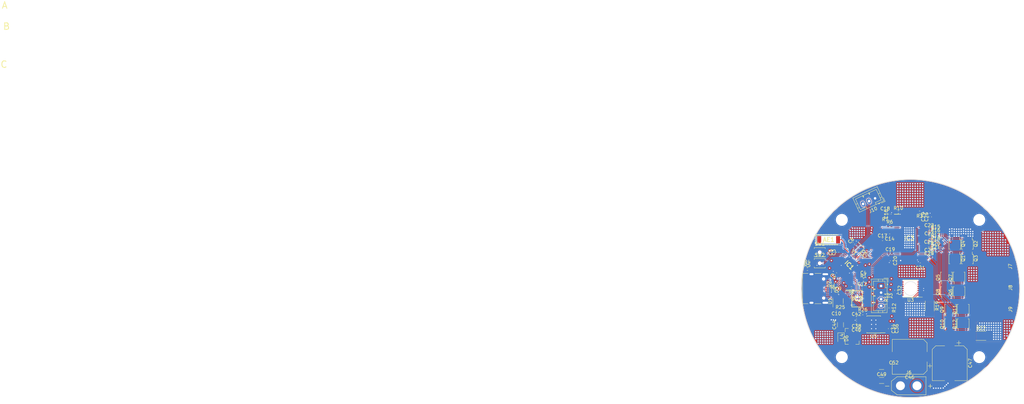
<source format=kicad_pcb>
(kicad_pcb (version 20211014) (generator pcbnew)
  (layers (0 "F.Cu" signal) (1 "In1.Cu" signal) (2 "In2.Cu" signal) (31 "B.Cu" signal) (34 "B.Paste" user) (35 "F.Paste" user) (36 "B.SilkS" user "B.Silkscreen") (37 "F.SilkS" user "F.Silkscreen") (38 "B.Mask" user) (39 "F.Mask" user) (44 "Edge.Cuts" user))
  (net 0 "")
  (net 2 "+3.3V")
  (net 3 "GND")
  (net 4 "Net-(C4-Pad1)")
  (net 5 "/MCU/XTAL_N")
  (net 6 "/MCU/XTAL_P")
  (net 7 "+5V")
  (net 8 "/MCU/VDD_SPI")
  (net 9 "/MCU/IO5")
  (net 10 "Net-(C14-Pad1)")
  (net 11 "/MCU/IO6")
  (net 12 "Net-(C16-Pad1)")
  (net 13 "Net-(C17-Pad1)")
  (net 14 "Net-(C17-Pad2)")
  (net 15 "Net-(C18-Pad1)")
  (net 16 "Net-(C19-Pad2)")
  (net 17 "Net-(C20-Pad1)")
  (net 18 "VBUS")
  (net 19 "Net-(C22-Pad1)")
  (net 20 "/Power_stage/A")
  (net 21 "Net-(C23-Pad1)")
  (net 22 "/Power_stage/B")
  (net 23 "Net-(C24-Pad1)")
  (net 24 "/Power_stage/C")
  (net 25 "/MCU/IO4")
  (net 26 "Net-(C38-Pad1)")
  (net 27 "Net-(C40-Pad1)")
  (net 28 "Net-(C40-Pad2)")
  (net 29 "Net-(C42-Pad2)")
  (net 30 "/MCU/IO3")
  (net 31 "/MCU/D_N")
  (net 32 "/MCU/D_P")
  (net 33 "Net-(D6-Pad2)")
  (net 34 "/MCU/RESET")
  (net 35 "/MCU/IO0")
  (net 36 "/SDA")
  (net 37 "/SCL")
  (net 38 "/MCU/IO7")
  (net 39 "/MCU/IO8")
  (net 40 "/MCU/IO9")
  (net 41 "/MCU/IO10")
  (net 42 "/MCU/IO11")
  (net 43 "/ENC_A")
  (net 44 "/ENC_B")
  (net 45 "/ENC_Z")
  (net 48 "/MCU/SPIHD")
  (net 49 "/MCU/SPIWP")
  (net 50 "/MCU/SPICS0")
  (net 51 "/MCU/SPICLK")
  (net 52 "/MCU/SPIQ")
  (net 53 "/MCU/SPID")
  (net 55 "/MCU/IO33")
  (net 56 "/MCU/IO34")
  (net 57 "/MCU/IO35")
  (net 58 "/MCU/IO36")
  (net 59 "/MCU/IO37")
  (net 60 "/MCU/IO38")
  (net 61 "/UART_TX")
  (net 62 "/UART_RX")
  (net 63 "/MCU/SPICS1")
  (net 64 "Net-(IC3-Pad1)")
  (net 67 "Net-(IC3-Pad7)")
  (net 68 "Net-(IC3-Pad25)")
  (net 69 "Net-(IC3-Pad26)")
  (net 70 "/Power_stage/GLC")
  (net 71 "/Power_stage/GHC")
  (net 72 "/Power_stage/GLB")
  (net 73 "/Power_stage/GHB")
  (net 74 "/Power_stage/GLA")
  (net 75 "/Power_stage/GHA")
  (net 80 "Net-(Q1-Pad4)")
  (net 81 "Net-(Q2-Pad4)")
  (net 82 "Net-(Q5-Pad4)")
  (net 83 "/Power_stage/SLC")
  (net 84 "Net-(Q6-Pad4)")
  (net 85 "Net-(Q11-Pad4)")
  (net 86 "/Power_stage/SLB")
  (net 87 "Net-(Q10-Pad4)")
  (net 95 "/MCU/IO42")
  (net 96 "/motor_controller/nOCTW")
  (net 97 "/motor_controller/DC_CAL")
  (net 98 "/ENC_PWM")
  (net 102 "Net-(IC3-Pad55)")
  (net 103 "/MCU/CC1")
  (net 104 "/MCU/CC2")
  (net 105 "Net-(AE1-Pad2)")
  (net 106 "/MCU/IO21")
  (net 107 "/MCU/IO39")
  (net 108 "/MCU/IO40")
  (net 109 "/MCU/IO41")
  (net 110 "/MCU/IO43")
  (net 111 "/MCU/IO44")
  (net 112 "/MCU/IO1")
  (net 113 "/MCU/IO2")
  (footprint "Capacitor_SMD:C_0402_1005Metric" (layer "F.Cu") (at 123.660589 90.019411 90)
    (fp_text reference "C5")
    (fp_text value "0.1uF")
  )
  (footprint "Capacitor_SMD:C_0402_1005Metric" (layer "F.Cu") (at 124.04 96.46 135)
    (fp_text reference "C6")
    (fp_text value "1uF")
  )
  (footprint "Capacitor_SMD:CP_Elec_10x10" (layer "F.Cu") (at 158.44 123.52 -90)
    (fp_text reference "C47")
    (fp_text value "470uF")
  )
  (footprint "Capacitor_SMD:C_0402_1005Metric" (layer "F.Cu") (at 152.13 88.02)
    (fp_text reference "C24")
    (fp_text value "100nF")
  )
  (footprint "Package_TO_SOT_SMD:LFPAK33" (layer "F.Cu") (at 163.784 87.445 -90)
    (fp_text reference "Q2")
    (fp_text value "BUK7M9R9-60EX")
  )
  (footprint "Capacitor_SMD:C_0402_1005Metric" (layer "F.Cu") (at 151.61 79.31 90)
    (fp_text reference "C29")
    (fp_text value "4.7uF")
  )
  (footprint "Package_TO_SOT_SMD:LFPAK33" (layer "F.Cu") (at 162.506 111.76 90)
    (fp_text reference "Q12")
    (fp_text value "BUK7M9R9-60EX")
  )
  (footprint "MountingHole:MountingHole_3.2mm_M3" (layer "F.Cu") (at 125.86 121.69)
    (fp_text reference "H2" hide)
    (fp_text value "MountingHole" hide)
  )
  (footprint "Capacitor_SMD:C_1206_3216Metric" (layer "F.Cu") (at 137.875 128.75)
    (fp_text reference "C49")
    (fp_text value "4.7uF")
  )
  (footprint "Capacitor_SMD:C_0402_1005Metric" (layer "F.Cu") (at 142.2 101.48 -90)
    (fp_text reference "C32")
    (fp_text value "1uF")
  )
  (footprint "Capacitor_SMD:C_0402_1005Metric" (layer "F.Cu") (at 130.274801 109.84)
    (fp_text reference "C42")
    (fp_text value "10pF")
  )
  (footprint "Resistor_SMD:R_0402_1005Metric" (layer "F.Cu") (at 154.13 86)
    (fp_text reference "R17")
    (fp_text value "2.2R")
  )
  (footprint "Package_TO_SOT_SMD:LFPAK33" (layer "F.Cu") (at 161.26 102.025 90)
    (fp_text reference "Q6")
    (fp_text value "BUK7M9R9-60EX")
  )
  (footprint "Capacitor_SMD:C_0402_1005Metric" (layer "F.Cu") (at 124.6 90 90)
    (fp_text reference "C3")
    (fp_text value "0.1uF")
  )
  (footprint "Capacitor_SMD:CP_Elec_10x10" (layer "F.Cu") (at 146.3425 121.59 180)
    (fp_text reference "C46")
    (fp_text value "470uF")
  )
  (footprint "Resistor_SMD:R_2010_5025Metric" (layer "F.Cu") (at 152.39 106.21 -90)
    (fp_text reference "R19")
    (fp_text value "500u")
  )
  (footprint "Resistor_SMD:R_0402_1005Metric" (layer "F.Cu") (at 138.92 78.9 180)
    (fp_text reference "R7")
    (fp_text value "47K")
  )
  (footprint "Package_TO_SOT_SMD:LFPAK33" (layer "F.Cu") (at 159.99 87.43 -90)
    (fp_text reference "Q4")
    (fp_text value "BUK7M9R9-60EX")
  )
  (footprint "Diode_SMD:D_SOD-923" (layer "F.Cu") (at 123.16 101.3225 -90)
    (fp_text reference "D3")
    (fp_text value "SZESD9B5.0ST5G")
  )
  (footprint "Resistor_SMD:R_0402_1005Metric" (layer "F.Cu") (at 142.95 77.82)
    (fp_text reference "R10")
    (fp_text value "220K")
  )
  (footprint "Resistor_SMD:R_2010_5025Metric" (layer "F.Cu") (at 167.88 115.27)
    (fp_text reference "R22")
    (fp_text value "500u")
  )
  (footprint "Package_TO_SOT_SMD:LFPAK33" (layer "F.Cu") (at 157.45 97.62 90)
    (fp_text reference "Q5")
    (fp_text value "BUK7M9R9-60EX")
  )
  (footprint "Resistor_SMD:R_0402_1005Metric" (layer "F.Cu") (at 115.47 94.06)
    (fp_text reference "R4")
    (fp_text value "5.1K")
  )
  (footprint "Connector_Wire:SolderWirePad_1x01_SMD_5x10mm" (layer "F.Cu") (at 172.97177 100.706311 -90)
    (fp_text reference "J8")
    (fp_text value "B")
  )
  (footprint "Package_SO:Texas_HTSOP-8-1EP_3.9x4.9mm_P1.27mm_EP2.95x4.9mm_Mask2.4x3.1mm_ThermalVias" (layer "F.Cu") (at 135.484801 111.8 180)
    (fp_text reference "U5")
    (fp_text value "LMR36510ADDA")
  )
  (footprint "Connector_Wire:SolderWirePad_1x01_SMD_5x10mm" (layer "F.Cu") (at 172.92 94.28 -90)
    (fp_text reference "J7")
    (fp_text value "A")
  )
  (footprint "Capacitor_SMD:C_0402_1005Metric" (layer "F.Cu") (at 133.15 91 45)
    (fp_text reference "C2")
    (fp_text value "0.1uF")
  )
  (footprint "Resistor_SMD:R_0402_1005Metric" (layer "F.Cu") (at 132.194801 108.52)
    (fp_text reference "R26")
    (fp_text value "43.2K")
  )
  (footprint "Package_TO_SOT_SMD:LFPAK33" (layer "F.Cu") (at 159.98 91.84 -90)
    (fp_text reference "Q1")
    (fp_text value "BUK7M9R9-60EX")
  )
  (footprint "Resistor_SMD:R_0402_1005Metric" (layer "F.Cu") (at 154.17 84.51)
    (fp_text reference "R16")
    (fp_text value "2.2R")
  )
  (footprint "Capacitor_SMD:C_0402_1005Metric" (layer "F.Cu") (at 141.274801 113.08 -90)
    (fp_text reference "C36")
    (fp_text value "220nF")
  )
  (footprint "Resistor_SMD:R_0402_1005Metric" (layer "F.Cu") (at 140.48 106.81 -90)
    (fp_text reference "R12")
    (fp_text value "10K")
  )
  (footprint "Connector_JST:JST_PH_B4B-PH-K_1x04_P2.00mm_Vertical" (layer "F.Cu") (at 137.71 100.18 -90)
    (fp_text reference "J3")
    (fp_text value "I2C ENCODER")
  )
  (footprint "Resistor_SMD:R_0402_1005Metric" (layer "F.Cu") (at 149.35 77.88 180)
    (fp_text reference "R3")
    (fp_text value "10K")
  )
  (footprint "Connector_JST:JST_PH_B3B-PH-K_1x03_P2.00mm_Vertical" (layer "F.Cu") (at 135.9 73.68 -155)
    (fp_text reference "J10")
    (fp_text value "UART")
  )
  (footprint "Capacitor_SMD:C_0402_1005Metric" (layer "F.Cu") (at 152.24 85.49)
    (fp_text reference "C23")
    (fp_text value "100nF")
  )
  (footprint "Resistor_SMD:R_0402_1005Metric" (layer "F.Cu") (at 115.47 95.06)
    (fp_text reference "R5")
    (fp_text value "5.1K")
  )
  (footprint "Capacitor_SMD:C_0402_1005Metric" (layer "F.Cu") (at 130.244801 112.34 180)
    (fp_text reference "C40")
    (fp_text value "100nF")
  )
  (footprint "Capacitor_SMD:C_0402_1005Metric" (layer "F.Cu") (at 152.2 90.48)
    (fp_text reference "C25")
    (fp_text value "2200pF")
  )
  (footprint "Resistor_SMD:R_0402_1005Metric" (layer "F.Cu") (at 154.13 87.02)
    (fp_text reference "R18")
    (fp_text value "2.2R")
  )
  (footprint "Package_TO_SOT_SMD:LFPAK33" (layer "F.Cu") (at 163.78 91.835 -90)
    (fp_text reference "Q3")
    (fp_text value "BUK7M9R9-60EX")
  )
  (footprint "Capacitor_SMD:C_0402_1005Metric" (layer "F.Cu") (at 130.284801 111.15 180)
    (fp_text reference "C38")
    (fp_text value "1uF")
  )
  (footprint "Capacitor_SMD:C_0402_1005Metric" (layer "F.Cu") (at 129.460589 87.279411 45)
    (fp_text reference "C8")
    (fp_text value "10nF")
  )
  (footprint "Resistor_SMD:R_0402_1005Metric" (layer "F.Cu") (at 154.11 88.5)
    (fp_text reference "R20")
    (fp_text value "2.2R")
  )
  (footprint "Connector_USB:USB_C_Receptacle_XKB_U262-16XN-4BVC11" (layer "F.Cu") (at 117.775 100.94 -90)
    (fp_text reference "J1")
    (fp_text value "USB_C_Receptacle_USB2.0")
  )
  (footprint "Inductor_SMD:L_Bourns-SRN4018" (layer "F.Cu") (at 128.964801 115.42 -90)
    (fp_text reference "L4")
    (fp_text value "22uH")
  )
  (footprint "MountingHole:MountingHole_3.2mm_M3" (layer "F.Cu") (at 167.36 121.69)
    (fp_text reference "H1" hide)
    (fp_text value "MountingHole" hide)
  )
  (footprint "Capacitor_SMD:C_0402_1005Metric" (layer "F.Cu") (at 152.58 79.3 90)
    (fp_text reference "C26")
    (fp_text value "68nF")
  )
  (footprint "DRV8301:SOP50P810X120-57N" (layer "F.Cu") (at 146.235 85.74)
    (fp_text reference "IC3")
    (fp_text value "DRV8301DCAR" hide)
  )
  (footprint "Capacitor_SMD:C_1206_3216Metric" (layer "F.Cu") (at 137.86 126.34)
    (fp_text reference "C52")
    (fp_text value "4.7uF")
  )
  (footprint "Capacitor_SMD:C_0402_1005Metric" (layer "F.Cu") (at 140.31 84.79 180)
    (fp_text reference "C14")
    (fp_text value "2.2uF")
  )
  (footprint "Capacitor_SMD:C_0402_1005Metric" (layer "F.Cu") (at 124.78 102.17)
    (fp_text reference "C9")
    (fp_text value "1uF")
  )
  (footprint "Resistor_SMD:R_0402_1005Metric" (layer "F.Cu") (at 128.79 100.765 180)
    (fp_text reference "R2")
    (fp_text value "100K")
  )
  (footprint "Button_Switch_SMD:SW_SPST_B3U-1000P-B" (layer "F.Cu") (at 119.19 93.3)
    (fp_text reference "SW2")
    (fp_text value "SW_SPST")
  )
  (footprint "Capacitor_SMD:C_1206_3216Metric" (layer "F.Cu") (at 125.454801 111.9225 90)
    (fp_text reference "C44")
    (fp_text value "47uF")
  )
  (footprint "LY68L6400SLIT:SOIC127P600X175-8N" (layer "F.Cu") (at 130.46 104.045)
    (fp_text reference "IC2")
    (fp_text value "LY68L6400SLIT" hide)
  )
  (footprint "MountingHole:MountingHole_3.2mm_M3" (layer "F.Cu") (at 125.86 80.19)
    (fp_text reference "H3" hide)
    (fp_text value "MountingHole" hide)
  )
  (footprint "Capacitor_SMD:C_0402_1005Metric" (layer "F.Cu") (at 124.19 107.36 180)
    (fp_text reference "C10")
    (fp_text value "1uF")
  )
  (footprint "Capacitor_SMD:C_0402_1005Metric" (layer "F.Cu") (at 138.93 77.95)
    (fp_text reference "C18")
    (fp_text value "270pF")
  )
  (footprint "Capacitor_SMD:C_0402_1005Metric" (layer "F.Cu") (at 140.37 78.45 90)
    (fp_text reference "C16")
    (fp_text value "82pF")
  )
  (footprint "Package_TO_SOT_SMD:LFPAK33" (layer "F.Cu") (at 158.696 107.34 90)
    (fp_text reference "Q9")
    (fp_text value "BUK7M9R9-60EX")
  )
  (footprint "Crystal:Crystal_SMD_2016-4Pin_2.0x1.6mm" (layer "F.Cu") (at 130.895589 88.599411 135)
    (fp_text reference "Y1")
    (fp_text value "40MHz")
  )
  (footprint "Capacitor_SMD:C_0402_1005Metric" (layer "F.Cu") (at 140.83 92.55 -90)
    (fp_text reference "C20")
    (fp_text value "2.2uF")
  )
  (footprint "Package_TO_SOT_SMD:TSOT-23-5" (layer "F.Cu") (at 124.74 104.76 90)
    (fp_text reference "U1")
    (fp_text value "ADP7182AUJZ-3.3")
  )
  (footprint "Capacitor_SMD:C_0402_1005Metric" (layer "F.Cu") (at 132.02 100.755)
    (fp_text reference "C12")
    (fp_text value "0.1uF")
  )
  (footprint "Package_TO_SOT_SMD:LFPAK33" (layer "F.Cu") (at 161.25 97.62 90)
    (fp_text reference "Q7")
    (fp_text value "BUK7M9R9-60EX")
  )
  (footprint "Capacitor_SMD:C_0402_1005Metric" (layer "F.Cu") (at 152.2 91.49)
    (fp_text reference "C28")
    (fp_text value "2200pF")
  )
  (footprint "Package_SO:TSSOP-14_4.4x5mm_P0.65mm" (layer "F.Cu") (at 146.61 100.94 180)
    (fp_text reference "U3")
    (fp_text value "AS5048B")
  )
  (footprint "Connector_Wire:SolderWirePad_1x01_SMD_5x10mm" (layer "F.Cu") (at 172.97177 107.256311 -90)
    (fp_text reference "J9")
    (fp_text value "C")
  )
  (footprint "2450AT43F0100:ANTC6020X130N" (layer "F.Cu") (at 121.885 86.19)
    (fp_text reference "AE1")
    (fp_text value "Antenna_Chip" hide)
  )
  (footprint "Capacitor_SMD:C_0402_1005Metric" (layer "F.Cu") (at 138.14 86.12)
    (fp_text reference "C17")
    (fp_text value "22nF")
  )
  (footprint "Diode_SMD:D_SOD-923" (layer "F.Cu") (at 123.17 99.6425 90)
    (fp_text reference "D2")
    (fp_text value "SZESD9B5.0ST5G")
  )
  (footprint "Package_TO_SOT_SMD:LFPAK33" (layer "F.Cu") (at 157.45 102.02 90)
    (fp_text reference "Q8")
    (fp_text value "BUK7M9R9-60EX")
  )
  (footprint "Resistor_SMD:R_0402_1005Metric" (layer "F.Cu") (at 154.16 83.42)
    (fp_text reference "R15")
    (fp_text value "2.2R")
  )
  (footprint "Resistor_SMD:R_0402_1005Metric" (layer "F.Cu") (at 140.49 103.57 90)
    (fp_text reference "R11")
    (fp_text value "10K")
  )
  (footprint "Connector_AMASS:AMASS_XT30U-F_1x02_P5.0mm_Vertical" (layer "F.Cu") (at 143.56 130.34)
    (fp_text reference "J6")
    (fp_text value "Conn_01x02_Female")
  )
  (footprint "Resistor_SMD:R_0402_1005Metric" (layer "F.Cu") (at 140.34 81.99)
    (fp_text reference "R6")
    (fp_text value "18K")
  )
  (footprint "Package_TO_SOT_SMD:LFPAK33" (layer "F.Cu") (at 162.51 107.35 90)
    (fp_text reference "Q11")
    (fp_text value "BUK7M9R9-60EX")
  )
  (footprint "esp32-s3:QFN40P700X700X90-57N-D" (layer "F.Cu") (at 128.12 93.91 -45)
    (fp_text reference "IC1")
    (fp_text value "ESP32-S3FN8" hide)
  )
  (footprint "Resistor_SMD:R_0402_1005Metric" (layer "F.Cu") (at 154.1 89.51)
    (fp_text reference "R21")
    (fp_text value "2.2R")
  )
  (footprint "Capacitor_SMD:C_0402_1005Metric" (layer "F.Cu") (at 140.47 90.25)
    (fp_text reference "C19")
    (fp_text value "2.2uF")
  )
  (footprint "Button_Switch_SMD:SW_SPST_B3U-1000P-B" (layer "F.Cu") (at 119.19 89.99)
    (fp_text reference "SW1")
    (fp_text value "SW_SPST")
  )
  (footprint "Package_TO_SOT_SMD:LFPAK33" (layer "F.Cu") (at 158.696 111.75 90)
    (fp_text reference "Q10")
    (fp_text value "BUK7M9R9-60EX")
  )
  (footprint "Capacitor_SMD:C_0402_1005Metric" (layer "F.Cu") (at 152.22 82.99)
    (fp_text reference "C22")
    (fp_text value "100nF")
  )
  (footprint "MountingHole:MountingHole_3.2mm_M3" (layer "F.Cu") (at 167.36 80.19)
    (fp_text reference "H4" hide)
    (fp_text value "MountingHole" hide)
  )
  (footprint "Capacitor_SMD:C_0402_1005Metric" (layer "F.Cu") (at 140.294801 113.08 -90)
    (fp_text reference "C34")
    (fp_text value "220nF")
  )
  (footprint "Resistor_SMD:R_0402_1005Metric" (layer "F.Cu") (at 132.41 98.33)
    (fp_text reference "R1")
    (fp_text value "442K")
  )
  (footprint "Capacitor_SMD:C_0402_1005Metric" (layer "F.Cu") (at 149.55 93.58 180)
    (fp_text reference "C21")
    (fp_text value "68nF")
  )
  (footprint "Capacitor_SMD:C_0402_1005Metric" (layer "F.Cu") (at 132.39 97.38)
    (fp_text reference "C4")
    (fp_text value "1uF")
  )
  (footprint "Diode_SMD:D_0805_2012Metric" (layer "F.Cu") (at 125.624801 116.015 -90)
    (fp_text reference "D6")
    (fp_text value "D")
  )
  (footprint "Resistor_SMD:R_0402_1005Metric" (layer "F.Cu") (at 130.254801 108.87)
    (fp_text reference "R25")
    (fp_text value "100K")
  )
  (footprint "Capacitor_SMD:C_0402_1005Metric" (layer "F.Cu") (at 132.229411 90.020589 -135)
    (fp_text reference "C7")
    (fp_text value "10nF")
  )
  (gr_circle (center 125.86 121.69) (end 129.25 121.69) (layer "F.Cu") (width 0.2) (fill none))
  (gr_circle (center 167.36 121.69) (end 169.8 119.25) (layer "F.Cu") (width 0.2) (fill none))
  (gr_circle (center 125.86 80.19) (end 129.25 80.19) (layer "F.Cu") (width 0.2) (fill none))
  (gr_circle (center 167.36 80.19) (end 170.75 80.19) (layer "F.Cu") (width 0.2) (fill none))
  (gr_circle (center 146.61 100.94) (end 148.71 100.94) (layer "Edge.Cuts") (width 0.1) (fill none))
  (gr_circle locked (center 146.61 100.94) (end 179.61 100.94) (layer "Edge.Cuts") (width 0.15) (fill none))
  (gr_text "A" (at -126.92 15.33) (layer "F.SilkS") (effects (font (size 2 2) (thickness 0.25))))
  (gr_text "B" (at -126.37 21.69) (layer "F.SilkS") (effects (font (size 2 2) (thickness 0.25))))
  (gr_text "C" (at -127.15 33.19) (layer "F.SilkS") (effects (font (size 2 2) (thickness 0.25))))
  (segment (start 143.44 90.49) (end 142.447 90.49) (width 0.25) (layer "F.Cu") (net 2))
  (segment (start 132.99 90.25) (end 133.36 89.88) (width 0.25) (layer "F.Cu") (net 2))
  (segment (start 132.805208 90.434792) (end 132.99 90.25) (width 0.25) (layer "F.Cu") (net 2))
  (segment (start 129.11 109.84) (end 128.845 110.105) (width 0.3) (layer "F.Cu") (net 2))
  (segment (start 143.7475 100.94) (end 142.26 100.94) (width 0.2) (layer "F.Cu") (net 2))
  (segment (start 128.845 111.795) (end 127.87 112.77) (width 0.3) (layer "F.Cu") (net 2))
  (segment (start 126.1325 113.3975) (end 125.454801 113.3975) (width 0.3) (layer "F.Cu") (net 2))
  (segment (start 125.624801 113.5675) (end 125.454801 113.3975) (width 1) (layer "F.Cu") (net 2))
  (segment (start 143.7475 101.59) (end 143.7475 100.94) (width 0.2) (layer "F.Cu") (net 2))
  (segment (start 126.76 112.77) (end 126.1325 113.3975) (width 0.3) (layer "F.Cu") (net 2))
  (segment (start 131.549468 92.460431) (end 131.05 92.959899) (width 0.2) (layer "F.Cu") (net 2))
  (segment (start 132.810589 91.339411) (end 132.805208 91.33403) (width 0.25) (layer "F.Cu") (net 2))
  (segment (start 129.794801 109.84) (end 129.11 109.84) (width 0.3) (layer "F.Cu") (net 2))
  (segment (start 150.023 82.49) (end 149.074289 82.49) (width 0.25) (layer "F.Cu") (net 2))
  (segment (start 149.074289 82.49) (end 149.037476 82.526813) (width 0.25) (layer "F.Cu") (net 2))
  (segment (start 142.26 100.94) (end 142.2 101) (width 0.2) (layer "F.Cu") (net 2))
  (segment (start 125.624801 115.0775) (end 125.624801 113.5675) (width 1) (layer "F.Cu") (net 2))
  (segment (start 128.845 110.105) (end 128.845 111.795) (width 0.3) (layer "F.Cu") (net 2))
  (segment (start 127.87 112.77) (end 126.76 112.77) (width 0.3) (layer "F.Cu") (net 2))
  (segment (start 131.05 92.959899) (end 131.05 93.1) (width 0.2) (layer "F.Cu") (net 2))
  (segment (start 132.805208 91.33403) (end 132.805208 90.434792) (width 0.25) (layer "F.Cu") (net 2))
  (segment (start 133.36 89.88) (end 133.36 89.43) (width 0.25) (layer "F.Cu") (net 2))
  (via (at 135.15 102.54) (size 0.6) (drill 0.4) (layers "F.Cu" "B.Cu") (net 2))
  (via (at 124.83 101.08) (size 0.6) (drill 0.4) (layers "F.Cu" "B.Cu") (net 2))
  (via (at 134.5 116) (size 0.6) (drill 0.4) (layers "F.Cu" "B.Cu") (net 2))
  (via (at 122.9 116.1) (size 0.6) (drill 0.4) (layers "F.Cu" "B.Cu") (net 2))
  (via (at 139.75 115.25) (size 0.6) (drill 0.4) (layers "F.Cu" "B.Cu") (net 2))
  (via (at 122.23 89.46) (size 0.6) (drill 0.4) (layers "F.Cu" "B.Cu") (net 2))
  (via (at 139.75 116.75) (size 0.6) (drill 0.4) (layers "F.Cu" "B.Cu") (net 2))
  (via (at 134.13 98.95) (size 0.6) (drill 0.4) (layers "F.Cu" "B.Cu") (net 2))
  (via (at 120.1 116.1) (size 0.6) (drill 0.4) (layers "F.Cu" "B.Cu") (net 2))
  (via (at 119.4 116.8) (size 0.6) (drill 0.4) (layers "F.Cu" "B.Cu") (net 2))
  (via (at 140.84 97.98) (size 0.6) (drill 0.4) (layers "F.Cu" "B.Cu") (net 2))
  (via (at 134.9 82.6) (size 0.6) (drill 0.4) (layers "F.Cu" "B.Cu") (net 2))
  (via (at 130.5 83.4) (size 0.6) (drill 0.4) (layers "F.Cu" "B.Cu") (net 2))
  (via (at 118.7 115.4) (size 0.6) (drill 0.4) (layers "F.Cu" "B.Cu") (net 2))
  (via (at 127.09 100.19) (size 0.6) (drill 0.4) (layers "F.Cu" "B.Cu") (net 2))
  (via (at 134.7 84.1) (size 0.6) (drill 0.4) (layers "F.Cu" "B.Cu") (net 2))
  (via (at 136 116.75) (size 0.6) (drill 0.4) (layers "F.Cu" "B.Cu") (net 2))
  (via (at 138.25 116.75) (size 0.6) (drill 0.4) (layers "F.Cu" "B.Cu") (net 2))
  (via (at 131.2 83.4) (size 0.6) (drill 0.4) (layers "F.Cu" "B.Cu") (net 2))
  (via (at 134.5 117.5) (size 0.6) (drill 0.4) (layers "F.Cu" "B.Cu") (net 2))
  (via (at 131.05 93.1) (size 0.4) (drill 0.25) (layers "F.Cu" "B.Cu") (net 2))
  (via (at 141.43 110.81) (size 0.6) (drill 0.4) (layers "F.Cu" "B.Cu") (net 2))
  (via (at 134.13 97.7) (size 0.6) (drill 0.4) (layers "F.Cu" "B.Cu") (net 2))
  (via (at 129.1 84.8) (size 0.6) (drill 0.4) (layers "F.Cu" "B.Cu") (net 2))
  (via (at 130.5 84.1) (size 0.6) (drill 0.4) (layers "F.Cu" "B.Cu") (net 2))
  (via (at 118 115.4) (size 0.6) (drill 0.4) (layers "F.Cu" "B.Cu") (net 2))
  (via (at 129.8 83.4) (size 0.6) (drill 0.4) (layers "F.Cu" "B.Cu") (net 2))
  (via (at 122.9 114) (size 0.6) (drill 0.4) (layers "F.Cu" "B.Cu") (net 2))
  (via (at 122.2 115.4) (size 0.6) (drill 0.4) (layers "F.Cu" "B.Cu") (net 2))
  (via (at 121.5 116.1) (size 0.6) (drill 0.4) (layers "F.Cu" "B.Cu") (net 2))
  (via (at 133.11 99.48) (size 0.6) (drill 0.4) (layers "F.Cu" "B.Cu") (net 2))
  (via (at 133.75 115.25) (size 0.6) (drill 0.4) (layers "F.Cu" "B.Cu") (net 2))
  (via (at 121.5 114) (size 0.6) (drill 0.4) (layers "F.Cu" "B.Cu") (net 2))
  (via (at 133 116.75) (size 0.6) (drill 0.4) (layers "F.Cu" "B.Cu") (net 2))
  (via (at 129.8 84.8) (size 0.6) (drill 0.4) (layers "F.Cu" "B.Cu") (net 2))
  (via (at 136 115.25) (size 0.6) (drill 0.4) (layers "F.Cu" "B.Cu") (net 2))
  (via (at 131.9 83.4) (size 0.6) (drill 0.4) (layers "F.Cu" "B.Cu") (net 2))
  (via (at 122.9 115.4) (size 0.6) (drill 0.4) (layers "F.Cu" "B.Cu") (net 2))
  (via (at 129.1 82.7) (size 0.6) (drill 0.4) (layers "F.Cu" "B.Cu") (net 2))
  (via (at 130.5 82.7) (size 0.6) (drill 0.4) (layers "F.Cu" "B.Cu") (net 2))
  (via (at 122.16 94.79) (size 0.6) (drill 0.4) (layers "F.Cu" "B.Cu") (net 2))
  (via (at 135.25 116.75) (size 0.6) (drill 0.4) (layers "F.Cu" "B.Cu") (net 2))
  (via (at 122.2 116.8) (size 0.6) (drill 0.4) (layers "F.Cu" "B.Cu") (net 2))
  (via (at 121.5 114.7) (size 0.6) (drill 0.4) (layers "F.Cu" "B.Cu") (net 2))
  (via (at 132.6 84.1) (size 0.6) (drill 0.4) (layers "F.Cu" "B.Cu") (net 2))
  (via (at 129.1 84.1) (size 0.6) (drill 0.4) (layers "F.Cu" "B.Cu") (net 2))
  (via (at 120.8 115.4) (size 0.6) (drill 0.4) (layers "F.Cu" "B.Cu") (net 2))
  (via (at 135.15 100.66) (size 0.6) (drill 0.4) (layers "F.Cu" "B.Cu") (net 2))
  (via (at 140.73 99.69) (size 0.6) (drill 0.4) (layers "F.Cu" "B.Cu") (net 2))
  (via (at 135 97.31) (size 0.6) (drill 0.4) (layers "F.Cu" "B.Cu") (net 2))
  (via (at 133.75 117.5) (size 0.6) (drill 0.4) (layers "F.Cu" "B.Cu") (net 2))
  (via (at 136 117.5) (size 0.6) (drill 0.4) (layers "F.Cu" "B.Cu") (net 2))
  (via (at 140.52 110.81) (size 0.6) (drill 0.4) (layers "F.Cu" "B.Cu") (net 2))
  (via (at 129.1 85.5) (size 0.6) (drill 0.4) (layers "F.Cu" "B.Cu") (net 2))
  (via (at 123.14 96.96) (size 0.6) (drill 0.4) (layers "F.Cu" "B.Cu") (net 2))
  (via (at 140.94 109.31) (size 0.6) (drill 0.4) (layers "F.Cu" "B.Cu") (net 2))
  (via (at 118.7 116.1) (size 0.6) (drill 0.4) (layers "F.Cu" "B.Cu") (net 2))
  (via (at 128.4 84.1) (size 0.6) (drill 0.4) (layers "F.Cu" "B.Cu") (net 2))
  (via (at 120.1 117.5) (size 0.6) (drill 0.4) (layers "F.Cu" "B.Cu") (net 2))
  (via (at 132.25 115.25) (size 0.6) (drill 0.4) (layers "F.Cu" "B.Cu") (net 2))
  (via (at 120.8 116.1) (size 0.6) (drill 0.4) (layers "F.Cu" "B.Cu") (net 2))
  (via (at 137.5 116.75) (size 0.6) (drill 0.4) (layers "F.Cu" "B.Cu") (net 2))
  (via (at 133.75 116) (size 0.6) (drill 0.4) (layers "F.Cu" "B.Cu") (net 2))
  (via (at 120.1 116.8) (size 0.6) (drill 0.4) (layers "F.Cu" "B.Cu") (net 2))
  (via (at 134.5 115.25) (size 0.6) (drill 0.4) (layers "F.Cu" "B.Cu") (net 2))
  (via (at 134.8 83.3) (size 0.6) (drill 0.4) (layers "F.Cu" "B.Cu") (net 2))
  (via (at 135.25 116) (size 0.6) (drill 0.4) (layers "F.Cu" "B.Cu") (net 2))
  (via (at 131.9 85.5) (size 0.6) (drill 0.4) (layers "F.Cu" "B.Cu") (net 2))
  (via (at 138.25 117.5) (size 0.6) (drill 0.4) (layers "F.Cu" "B.Cu") (net 2))
  (via (at 139 116.75) (size 0.6) (drill 0.4) (layers "F.Cu" "B.Cu") (net 2))
  (via (at 120.1 114.7) (size 0.6) (drill 0.4) (layers "F.Cu" "B.Cu") (net 2))
  (via (at 129.8 84.1) (size 0.6) (drill 0.4) (layers "F.Cu" "B.Cu") (net 2))
  (via (at 131.2 84.1) (size 0.6) (drill 0.4) (layers "F.Cu" "B.Cu") (net 2))
  (via (at 139 116) (size 0.6) (drill 0.4) (layers "F.Cu" "B.Cu") (net 2))
  (via (at 122.2 117.5) (size 0.6) (drill 0.4) (layers "F.Cu" "B.Cu") (net 2))
  (via (at 131.9 84.1) (size 0.6) (drill 0.4) (layers "F.Cu" "B.Cu") (net 2))
  (via (at 122.2 114) (size 0.6) (drill 0.4) (layers "F.Cu" "B.Cu") (net 2))
  (via (at 121.5 116.8) (size 0.6) (drill 0.4) (layers "F.Cu" "B.Cu") (net 2))
  (via (at 118.7 116.8) (size 0.6) (drill 0.4) (layers "F.Cu" "B.Cu") (net 2))
  (via (at 132.6 82.7) (size 0.6) (drill 0.4) (layers "F.Cu" "B.Cu") (net 2))
  (via (at 134.13 100.43) (size 0.6) (drill 0.4) (layers "F.Cu" "B.Cu") (net 2))
  (via (at 122.2 114.7) (size 0.6) (drill 0.4) (layers "F.Cu" "B.Cu") (net 2))
  (via (at 138.25 116) (size 0.6) (drill 0.4) (layers "F.Cu" "B.Cu") (net 2))
  (via (at 118.7 117.5) (size 0.6) (drill 0.4) (layers "F.Cu" "B.Cu") (net 2))
  (via (at 122.2 116.1) (size 0.6) (drill 0.4) (layers "F.Cu" "B.Cu") (net 2))
  (via (at 133.75 116.75) (size 0.6) (drill 0.4) (layers "F.Cu" "B.Cu") (net 2))
  (via (at 133 117.5) (size 0.6) (drill 0.4) (layers "F.Cu" "B.Cu") (net 2))
  (via (at 130.5 85.5) (size 0.6) (drill 0.4) (layers "F.Cu" "B.Cu") (net 2))
  (via (at 133.36 89.43) (size 0.4) (drill 0.25) (layers "F.Cu" "B.Cu") (net 2))
  (via (at 122.71 92.49) (size 0.6) (drill 0.4) (layers "F.Cu" "B.Cu") (net 2))
  (via (at 132.25 116) (size 0.6) (drill 0.4) (layers "F.Cu" "B.Cu") (net 2))
  (via (at 128.4 84.8) (size 0.6) (drill 0.4) (layers "F.Cu" "B.Cu") (net 2))
  (via (at 119.4 114) (size 0.6) (drill 0.4) (layers "F.Cu" "B.Cu") (net 2))
  (via (at 122.9 116.8) (size 0.6) (drill 0.4) (layers "F.Cu" "B.Cu") (net 2))
  (via (at 119.4 114.7) (size 0.6) (drill 0.4) (layers "F.Cu" "B.Cu") (net 2))
  (via (at 122.9 117.5) (size 0.6) (drill 0.4) (layers "F.Cu" "B.Cu") (net 2))
  (via (at 123.98 98.88) (size 0.6) (drill 0.4) (layers "F.Cu" "B.Cu") (net 2))
  (via (at 132.25 117.5) (size 0.6) (drill 0.4) (layers "F.Cu" "B.Cu") (net 2))
  (via (at 120.8 117.5) (size 0.6) (drill 0.4) (layers "F.Cu" "B.Cu") (net 2))
  (via (at 139.75 117.5) (size 0.6) (drill 0.4) (layers "F.Cu" "B.Cu") (net 2))
  (via (at 118 114) (size 0.6) (drill 0.4) (layers "F.Cu" "B.Cu") (net 2))
  (via (at 120.8 114) (size 0.6) (drill 0.4) (layers "F.Cu" "B.Cu") (net 2))
  (via (at 149.037476 82.526813) (size 0.4) (drill 0.25) (layers "F.Cu" "B.Cu") (net 2))
  (via (at 118.7 114.7) (size 0.6) (drill 0.4) (layers "F.Cu" "B.Cu") (net 2))
  (via (at 131.2 85.5) (size 0.6) (drill 0.4) (layers "F.Cu" "B.Cu") (net 2))
  (via (at 131.2 82.7) (size 0.6) (drill 0.4) (layers "F.Cu" "B.Cu") (net 2))
  (via (at 136.75 117.5) (size 0.6) (drill 0.4) (layers "F.Cu" "B.Cu") (net 2))
  (via (at 131.9 84.8) (size 0.6) (drill 0.4) (layers "F.Cu" "B.Cu") (net 2))
  (via (at 132.98 93.91) (size 0.6) (drill 0.4) (layers "F.Cu" "B.Cu") (net 2))
  (via (at 133 116) (size 0.6) (drill 0.4) (layers "F.Cu" "B.Cu") (net 2))
  (via (at 120.8 116.8) (size 0.6) (drill 0.4) (layers "F.Cu" "B.Cu") (net 2))
  (via (at 121.5 117.5) (size 0.6) (drill 0.4) (layers "F.Cu" "B.Cu") (net 2))
  (via (at 120.1 114) (size 0.6) (drill 0.4) (layers "F.Cu" "B.Cu") (net 2))
  (via (at 118.7 114) (size 0.6) (drill 0.4) (layers "F.Cu" "B.Cu") (net 2))
  (via (at 122.9 114.7) (size 0.6) (drill 0.4) (layers "F.Cu" "B.Cu") (net 2))
  (via (at 119.4 115.4) (size 0.6) (drill 0.4) (layers "F.Cu" "B.Cu") (net 2))
  (via (at 140.49 101.29) (size 0.6) (drill 0.4) (layers "F.Cu" "B.Cu") (net 2))
  (via (at 135.25 115.25) (size 0.6) (drill 0.4) (layers "F.Cu" "B.Cu") (net 2))
  (via (at 120.8 114.7) (size 0.6) (drill 0.4) (layers "F.Cu" "B.Cu") (net 2))
  (via (at 135.25 117.5) (size 0.6) (drill 0.4) (layers "F.Cu" "B.Cu") (net 2))
  (via (at 132.25 116.75) (size 0.6) (drill 0.4) (layers "F.Cu" "B.Cu") (net 2))
  (via (at 137.5 117.5) (size 0.6) (drill 0.4) (layers "F.Cu" "B.Cu") (net 2))
  (via (at 130.5 84.8) (size 0.6) (drill 0.4) (layers "F.Cu" "B.Cu") (net 2))
  (via (at 134.5 116.75) (size 0.6) (drill 0.4) (layers "F.Cu" "B.Cu") (net 2))
  (via (at 119.4 117.5) (size 0.6) (drill 0.4) (layers "F.Cu" "B.Cu") (net 2))
  (via (at 128.4 83.4) (size 0.6) (drill 0.4) (layers "F.Cu" "B.Cu") (net 2))
  (via (at 136.75 115.25) (size 0.6) (drill 0.4) (layers "F.Cu" "B.Cu") (net 2))
  (via (at 136 116) (size 0.6) (drill 0.4) (layers "F.Cu" "B.Cu") (net 2))
  (via (at 129.8 82.7) (size 0.6) (drill 0.4) (layers "F.Cu" "B.Cu") (net 2))
  (via (at 136.75 116.75) (size 0.6) (drill 0.4) (layers "F.Cu" "B.Cu") (net 2))
  (via (at 135.15 105.21) (size 0.6) (drill 0.4) (layers "F.Cu" "B.Cu") (net 2))
  (via (at 134.17 93.62) (size 0.6) (drill 0.4) (layers "F.Cu" "B.Cu") (net 2))
  (via (at 119.4 116.1) (size 0.6) (drill 0.4) (layers "F.Cu" "B.Cu") (net 2))
  (via (at 137.5 116) (size 0.6) (drill 0.4) (layers "F.Cu" "B.Cu") (net 2))
  (via (at 137.5 115.25) (size 0.6) (drill 0.4) (layers "F.Cu" "B.Cu") (net 2))
  (via (at 139 117.5) (size 0.6) (drill 0.4) (layers "F.Cu" "B.Cu") (net 2))
  (via (at 143.44 90.49) (size 0.4) (drill 0.25) (layers "F.Cu" "B.Cu") (net 2))
  (via (at 129.8 85.5) (size 0.6) (drill 0.4) (layers "F.Cu" "B.Cu") (net 2))
  (via (at 131.9 82.7) (size 0.6) (drill 0.4) (layers "F.Cu" "B.Cu") (net 2))
  (via (at 136.75 116) (size 0.6) (drill 0.4) (layers "F.Cu" "B.Cu") (net 2))
  (via (at 138.25 115.25) (size 0.6) (drill 0.4) (layers "F.Cu" "B.Cu") (net 2))
  (via (at 131.2 84.8) (size 0.6) (drill 0.4) (layers "F.Cu" "B.Cu") (net 2))
  (via (at 128.4 85.5) (size 0.6) (drill 0.4) (layers "F.Cu" "B.Cu") (net 2))
  (via (at 129.1 83.4) (size 0.6) (drill 0.4) (layers "F.Cu" "B.Cu") (net 2))
  (via (at 120.1 115.4) (size 0.6) (drill 0.4) (layers "F.Cu" "B.Cu") (net 2))
  (via (at 126.44 99.25) (size 0.6) (drill 0.4) (layers "F.Cu" "B.Cu") (net 2))
  (via (at 132.6 83.4) (size 0.6) (drill 0.4) (layers "F.Cu" "B.Cu") (net 2))
  (via (at 121.5 115.4) (size 0.6) (drill 0.4) (layers "F.Cu" "B.Cu") (net 2))
  (via (at 133 115.25) (size 0.6) (drill 0.4) (layers "F.Cu" "B.Cu") (net 2))
  (via (at 123.63 97.99) (size 0.6) (drill 0.4) (layers "F.Cu" "B.Cu") (net 2))
  (via (at 118 116.1) (size 0.6) (drill 0.4) (layers "F.Cu" "B.Cu") (net 2))
  (via (at 139 115.25) (size 0.6) (drill 0.4) (layers "F.Cu" "B.Cu") (net 2))
  (via (at 132.6 84.8) (size 0.6) (drill 0.4) (layers "F.Cu" "B.Cu") (net 2))
  (via (at 139.75 116) (size 0.6) (drill 0.4) (layers "F.Cu" "B.Cu") (net 2))
  (via (at 118 114.7) (size 0.6) (drill 0.4) (layers "F.Cu" "B.Cu") (net 2))
  (segment (start 147.26 90.49) (end 143.44 90.49) (width 0.25) (layer "B.Cu") (net 2))
  (segment (start 143.43 90.5) (end 138.72 90.5) (width 0.25) (layer "B.Cu") (net 2))
  (segment (start 148.5 89.25) (end 147.26 90.49) (width 0.25) (layer "B.Cu") (net 2))
  (segment (start 138.72 90.5) (end 135 94.22) (width 0.25) (layer "B.Cu") (net 2))
  (segment (start 135 94.22) (end 135 97.31) (width 0.25) (layer "B.Cu") (net 2))
  (segment (start 143.44 90.49) (end 143.43 90.5) (width 0.25) (layer "B.Cu") (net 2))
  (segment (start 148.5 83.064289) (end 148.5 89.25) (width 0.25) (layer "B.Cu") (net 2))
  (segment (start 149.037476 82.526813) (end 148.5 83.064289) (width 0.25) (layer "B.Cu") (net 2))
  (segment (start 151.61 78.83) (end 151.61 78.23) (width 0.2) (layer "F.Cu") (net 3))
  (segment (start 150.55 100.94) (end 150.57 100.92) (width 0.2) (layer "F.Cu") (net 3))
  (segment (start 123.1525 105.26) (end 123.79 105.8975) (width 0.4) (layer "F.Cu") (net 3))
  (segment (start 142.3425 129.1225) (end 143.56 130.34) (width 2) (layer "F.Cu") (net 3))
  (segment (start 148.762744 91.0045) (end 148.744506 91.022738) (width 0.25) (layer "F.Cu") (net 3))
  (segment (start 136.385 129.205) (end 137.61 130.43) (width 1) (layer "F.Cu") (net 3))
  (segment (start 139.82 84.78) (end 139.22 84.78) (width 0.2) (layer "F.Cu") (net 3))
  (segment (start 150.023 84.99) (end 149.092883 84.989999) (width 0.25) (layer "F.Cu") (net 3))
  (segment (start 136.739801 113.705) (end 136.134801 113.1) (width 0.75) (layer "F.Cu") (net 3))
  (segment (start 157.92 129.59) (end 157.455 130.055) (width 2) (layer "F.Cu") (net 3))
  (segment (start 150.0085 91.0045) (end 148.762744 91.0045) (width 0.25) (layer "F.Cu") (net 3))
  (segment (start 158.44 129.07) (end 157.92 129.59) (width 2) (layer "F.Cu") (net 3))
  (segment (start 117.8 89.99) (end 118.3 90.49) (width 0.25) (layer "F.Cu") (net 3))
  (segment (start 143.46 78.45) (end 143.51 78.5) (width 0.2) (layer "F.Cu") (net 3))
  (segment (start 132.92 98.33) (end 132.92 98.48) (width 0.2) (layer "F.Cu") (net 3))
  (segment (start 149.4725 100.94) (end 150.55 100.94) (width 0.2) (layer "F.Cu") (net 3))
  (segment (start 117.71 93.3) (end 118.35 93.94) (width 0.25) (layer "F.Cu") (net 3))
  (segment (start 152.58 78.82) (end 152.58 78.22) (width 0.2) (layer "F.Cu") (net 3))
  (segment (start 125.26 102.17) (end 125.26 102.46) (width 0.25) (layer "F.Cu") (net 3))
  (segment (start 131.001655 89.483294) (end 130.688742 89.796207) (width 0.2) (layer "F.Cu") (net 3))
  (segment (start 142.48 102.24) (end 143.7475 102.24) (width 0.2) (layer "F.Cu") (net 3))
  (segment (start 127.76 105.95) (end 128.67 105.95) (width 0.2) (layer "F.Cu") (net 3))
  (segment (start 156.985 130.525) (end 156.49 131.02) (width 2) (layer "F.Cu") (net 3))
  (segment (start 152.68 91.49) (end 153.177791 91.49) (width 0.25) (layer "F.Cu") (net 3))
  (segment (start 151.61 78.23) (end 151.6 78.22) (width 0.2) (layer "F.Cu") (net 3))
  (segment (start 140.83 93.03) (end 140.25 93.03) (width 0.2) (layer "F.Cu") (net 3))
  (segment (start 125.26 102.46) (end 124.94 102.78) (width 0.25) (layer "F.Cu") (net 3))
  (segment (start 142.2 101.96) (end 142.48 102.24) (width 0.2) (layer "F.Cu") (net 3))
  (segment (start 152.58 78.22) (end 152.53 78.17) (width 0.2) (layer "F.Cu") (net 3))
  (segment (start 117.49 93.3) (end 117.71 93.3) (width 0.25) (layer "F.Cu") (net 3))
  (segment (start 129.804801 111.15) (end 129.804801 110.634699) (width 0.25) (layer "F.Cu") (net 3))
  (segment (start 153.177791 91.49) (end 153.254774 91.413017) (width 0.25) (layer "F.Cu") (net 3))
  (segment (start 133.489411 90.660589) (end 133.9 90.25) (width 0.2) (layer "F.Cu") (net 3))
  (segment (start 138.359801 113.705) (end 136.739801 113.705) (width 0.75) (layer "F.Cu") (net 3))
  (segment (start 142.447 92.49) (end 143.62 92.49) (width 0.3) (layer "F.Cu") (net 3))
  (segment (start 120.88 105.26) (end 120.88 104.855) (width 0.4) (layer "F.Cu") (net 3))
  (segment (start 129.9 86.94) (end 130.24 86.6) (width 0.2) (layer "F.Cu") (net 3))
  (segment (start 129.804801 110.634699) (end 129.89 110.5495) (width 0.25) (layer "F.Cu") (net 3))
  (segment (start 123.16 101.7425) (end 123.0275 101.7425) (width 0.2) (layer "F.Cu") (net 3))
  (segment (start 154.98 131.08) (end 154.28 131.08) (width 2) (layer "F.Cu") (net 3))
  (segment (start 123.9625 110.4475) (end 123.3125 110.4475) (width 0.75) (layer "F.Cu") (net 3))
  (segment (start 154.28 131.08) (end 153.56 131.08) (width 2) (layer "F.Cu") (net 3))
  (segment (start 130.013995 86.94) (end 130.789523 87.715528) (width 0.2) (layer "F.Cu") (net 3))
  (segment (start 139.368095 81.99) (end 139.328595 81.9505) (width 0.2) (layer "F.Cu") (net 3))
  (segment (start 158.44 127.52) (end 158.44 129.07) (width 2) (layer "F.Cu") (net 3))
  (segment (start 129.1 105.95) (end 129.5 105.95) (width 0.2) (layer "F.Cu") (net 3))
  (segment (start 155.69 131.08) (end 154.98 131.08) (width 2) (layer "F.Cu") (net 3))
  (segment (start 138.359801 113.705) (end 140.149801 113.705) (width 0.75) (layer "F.Cu") (net 3))
  (segment (start 157.37 130.14) (end 156.985 130.525) (width 2) (layer "F.Cu") (net 3))
  (segment (start 129.8 86.94) (end 129.9 86.94) (width 0.2) (layer "F.Cu") (net 3))
  (segment (start 136.385 126.34) (end 136.385 129.205) (width 1) (layer "F.Cu") (net 3))
  (segment (start 149.07 93.58) (end 149.07 92.97) (width 0.25) (layer "F.Cu") (net 3))
  (segment (start 114.96 93.48) (end 115.21 93.23) (width 0.25) (layer "F.Cu") (net 3))
  (segment (start 123.060589 89.539411) (end 123.03 89.57) (width 0.25) (layer "F.Cu") (net 3))
  (segment (start 132.704801 108.52) (end 133.24 108.52) (width 0.25) (layer "F.Cu") (net 3))
  (segment (start 139.83 81.99) (end 139.368095 81.99) (width 0.2) (layer "F.Cu") (net 3))
  (segment (start 121.445 97.055) (end 121.445 97.59) (width 0.4) (layer "F.Cu") (net 3))
  (segment (start 132.92 98.48) (end 132.4 99) (width 0.2) (layer "F.Cu") (net 3))
  (segment (start 120.93 96.62) (end 120.97 96.58) (width 0.4) (layer "F.Cu") (net 3))
  (segment (start 152.68 90.48) (end 153.28 90.48) (width 0.25) (layer "F.Cu") (net 3))
  (segment (start 120.88 96.62) (end 120.93 96.62) (width 0.4) (layer "F.Cu") (net 3))
  (segment (start 123.3125 110.4475) (end 122.7275 110.4475) (width 0.75) (layer "F.Cu") (net 3))
  (segment (start 123.68 89.52) (end 123.660589 89.539411) (width 0.2) (layer "F.Cu") (net 3))
  (segment (start 120.97 96.58) (end 121.445 97.055) (width 0.4) (layer "F.Cu") (net 3))
  (segment (start 140.35 77.95) (end 140.37 77.97) (width 0.2) (layer "F.Cu") (net 3))
  (segment (start 140.149801 113.705) (end 140.294801 113.56) (width 0.75) (layer "F.Cu") (net 3))
  (segment (start 140.37 77.97) (end 140.88 77.97) (width 0.2) (layer "F.Cu") (net 3))
  (segment (start 132.87 98.28) (end 132.92 98.33) (width 0.2) (layer "F.Cu") (net 3))
  (segment (start 149.86 77.88) (end 150.49 77.88) (width 0.2) (layer "F.Cu") (net 3))
  (segment (start 148.965 92.015) (end 148.68 92.3) (width 0.25) (layer "F.Cu") (net 3))
  (segment (start 131.001655 89.483294) (end 131.013294 89.483294) (width 0.2) (layer "F.Cu") (net 3))
  (segment (start 131.013294 89.483294) (end 131.89 90.36) (width 0.2) (layer "F.Cu") (net 3))
  (segment (start 140.25 93.03) (end 140.19 93.09) (width 0.2) (layer "F.Cu") (net 3))
  (segment (start 130.688742 89.796207) (end 130.688742 90.097925) (width 0.2) (layer "F.Cu") (net 3))
  (segment (start 124.6 89.52) (end 123.68 89.52) (width 0.2) (layer "F.Cu") (net 3))
  (segment (start 149.07 92.97) (end 148.93 92.83) (width 0.25) (layer "F.Cu") (net 3))
  (segment (start 133.24 108.52) (end 133.33 108.61) (width 0.25) (layer "F.Cu") (net 3))
  (segment (start 131.54 100.370635) (end 131.784766 100.125869) (width 0.2) (layer "F.Cu") (net 3))
  (segment (start 150.51 101.59) (end 150.55 101.55) (width 0.25) (layer "F.Cu") (net 3))
  (segment (start 122.7275 110.4475) (end 122.69 110.41) (width 0.75) (layer "F.Cu") (net 3))
  (segment (start 157.455 130.055) (end 157.37 130.14) (width 2) (layer "F.Cu") (net 3))
  (segment (start 140.88 77.97) (end 140.9 77.99) (width 0.2) (layer "F.Cu") (net 3))
  (segment (start 129.8 86.94) (end 130.013995 86.94) (width 0.2) (layer "F.Cu") (net 3))
  (segment (start 153.28 90.48) (end 153.31 90.51) (width 0.25) (layer "F.Cu") (net 3))
  (segment (start 114.96 95.06) (end 114.96 93.48) (width 0.25) (layer "F.Cu") (net 3))
  (segment (start 149.4725 101.59) (end 150.51 101.59) (width 0.25) (layer "F.Cu") (net 3))
  (segment (start 143.46 77.82) (end 143.46 78.45) (width 0.2) (layer "F.Cu") (net 3))
  (segment (start 139.99 90.25) (end 139.99 90.9945) (width 0.2) (layer "F.Cu") (net 3))
  (segment (start 137.61 130.43) (end 143.47 130.43) (width 1) (layer "F.Cu") (net 3))
  (segment (start 156.49 131.02) (end 156.43 131.08) (width 2) (layer "F.Cu") (net 3))
  (segment (start 139.41 77.95) (end 140.35 77.95) (width 0.2) (layer "F.Cu") (net 3))
  (segment (start 143.47 130.43) (end 143.56 130.34) (width 1) (layer "F.Cu") (net 3))
  (segment (start 128.67 105.95) (end 129.1 105.95) (width 0.2) (layer "F.Cu") (net 3))
  (segment (start 125.454801 110.4475) (end 123.9625 110.4475) (width 0.75) (layer "F.Cu") (net 3))
  (segment (start 123.660589 96.120589) (end 123.29 95.75) (width 0.2) (layer "F.Cu") (net 3))
  (segment (start 139.83 84.79) (end 139.82 84.78) (width 0.2) (layer "F.Cu") (net 3))
  (segment (start 142.3425 121.59) (end 142.3425 129.1225) (width 2) (layer "F.Cu") (net 3))
  (segment (start 123.700589 96.120589) (end 123.660589 96.120589) (width 0.2) (layer "F.Cu") (net 3))
  (segment (start 122.9325 99.2225) (end 122.7 98.99) (width 0.2) (layer "F.Cu") (net 3))
  (segment (start 148.744506 91.022738) (end 148.72 91.022738) (width 0.25) (layer "F.Cu") (net 3))
  (segment (start 120.88 104.855) (end 121.445 104.29) (width 0.4) (layer "F.Cu") (net 3))
  (segment (start 139.99 90.9945) (end 139.96 91.0245) (width 0.2) (layer "F.Cu") (net 3))
  (segment (start 149.998 92.015) (end 148.965 92.015) (width 0.25) (layer "F.Cu") (net 3))
  (segment (start 133.9 90.25) (end 133.9 89.71) (width 0.2) (layer "F.Cu") (net 3))
  (segment (start 156.43 131.08) (end 155.69 131.08) (width 2) (layer "F.Cu") (net 3))
  (segment (start 140.294801 113.56) (end 141.274801 113.56) (width 0.75) (layer "F.Cu") (net 3))
  (segment (start 142.2 102.22) (end 142.48 102.5) (width 0.2) (layer "F.Cu") (net 3))
  (segment (start 150.023 91.99) (end 149.998 92.015) (width 0.25) (layer "F.Cu") (net 3))
  (segment (start 129.5 105.95) (end 129.53 105.92) (width 0.2) (layer "F.Cu") (net 3))
  (segment (start 132.87 97.38) (end 132.87 98.28) (width 0.2) (layer "F.Cu") (net 3))
  (segment (start 142.2 101.96) (end 142.2 102.22) (width 0.2) (layer "F.Cu") (net 3))
  (segment (start 123.17 99.2225) (end 122.9325 99.2225) (width 0.2) (layer "F.Cu") (net 3))
  (segment (start 150.49 77.88) (end 150.5 77.87) (width 0.2) (layer "F.Cu") (net 3))
  (segment (start 150.023 90.99) (end 150.0085 91.0045) (width 0.25) (layer "F.Cu") (net 3))
  (segment (start 123.79 107.28) (end 123.71 107.36) (width 0.4) (layer "F.Cu") (net 3))
  (segment (start 120.88 105.26) (end 123.1525 105.26) (width 0.4) (layer "F.Cu") (net 3))
  (segment (start 123.79 105.8975) (end 123.79 107.28) (width 0.4) (layer "F.Cu") (net 3))
  (segment (start 131.54 100.755) (end 131.54 100.370635) (width 0.2) (layer "F.Cu") (net 3))
  (segment (start 123.0275 101.7425) (end 122.71 102.06) (width 0.2) (layer "F.Cu") (net 3))
  (segment (start 123.660589 89.539411) (end 123.060589 89.539411) (width 0.25) (layer "F.Cu") (net 3))
  (segment (start 117.49 89.99) (end 117.8 89.99) (width 0.25) (layer "F.Cu") (net 3))
  (via (at 163.3 83) (size 0.6) (drill 0.4) (layers "F.Cu" "B.Cu") (net 3))
  (via (at 148.6 106.2) (size 0.6) (drill 0.4) (layers "F.Cu" "B.Cu") (net 3))
  (via (at 171.7 112.8) (size 0.6) (drill 0.4) (layers "F.Cu" "B.Cu") (net 3))
  (via (at 131.784766 100.125869) (size 0.4) (drill 0.25) (layers "F.Cu" "B.Cu") (net 3))
  (via (at 121.1 87.8) (size 0.4) (drill 0.25) (layers "F.Cu" "B.Cu") (net 3))
  (via (at 147.9 109) (size 0.6) (drill 0.4) (layers "F.Cu" "B.Cu") (net 3))
  (via (at 145.55 84.6) (size 0.6) (drill 0.4) (layers "F.Cu" "B.Cu") (net 3))
  (via (at 146.84 83.28) (size 0.6) (drill 0.4) (layers "F.Cu" "B.Cu") (net 3))
  (via (at 146.21 85.25) (size 0.6) (drill 0.4) (layers "F.Cu" "B.Cu") (net 3))
  (via (at 164.7 85.1) (size 0.6) (drill 0.4) (layers "F.Cu" "B.Cu") (net 3))
  (via (at 161.9 83.7) (size 0.6) (drill 0.4) (layers "F.Cu" "B.Cu") (net 3))
  (via (at 168.2 112.1) (size 0.6) (drill 0.4) (layers "F.Cu" "B.Cu") (net 3))
  (via (at 128.67 105.95) (size 0.4) (drill 0.25) (layers "F.Cu" "B.Cu") (net 3))
  (via (at 126.1 88.7) (size 0.4) (drill 0.25) (layers "F.Cu" "B.Cu") (net 3))
  (via (at 120.3 84.6) (size 0.4) (drill 0.25) (layers "F.Cu" "B.Cu") (net 3))
  (via (at 147.47 83.91) (size 0.6) (drill 0.4) (layers "F.Cu" "B.Cu") (net 3))
  (via (at 161.2 83) (size 0.6) (drill 0.4) (layers "F.Cu" "B.Cu") (net 3))
  (via (at 164 83.7) (size 0.6) (drill 0.4) (layers "F.Cu" "B.Cu") (net 3))
  (via (at 164.7 84.4) (size 0.6) (drill 0.4) (layers "F.Cu" "B.Cu") (net 3))
  (via (at 173.1 115.6) (size 0.6) (drill 0.4) (layers "F.Cu" "B.Cu") (net 3))
  (via (at 172.4 112.1) (size 0.6) (drill 0.4) (layers "F.Cu" "B.Cu") (net 3))
  (via (at 144.88 87.93) (size 0.6) (drill 0.4) (layers "F.Cu" "B.Cu") (net 3))
  (via (at 172.4 114.9) (size 0.6) (drill 0.4) (layers "F.Cu" "B.Cu") (net 3))
  (via (at 120.8 84.6) (size 0.4) (drill 0.25) (layers "F.Cu" "B.Cu") (net 3))
  (via (at 117.8 85.9) (size 0.4) (drill 0.25) (layers "F.Cu" "B.Cu") (net 3))
  (via (at 168.2 111.4) (size 0.6) (drill 0.4) (layers "F.Cu" "B.Cu") (net 3))
  (via (at 161.2 85.1) (size 0.6) (drill 0.4) (layers "F.Cu" "B.Cu") (net 3))
  (via (at 118.3 84.6) (size 0.4) (drill 0.25) (layers "F.Cu" "B.Cu") (net 3))
  (via (at 173.1 112.1) (size 0.6) (drill 0.4) (layers "F.Cu" "B.Cu") (net 3))
  (via (at 123.6 87.8) (size 0.4) (drill 0.25) (layers "F.Cu" "B.Cu") (net 3))
  (via (at 123.8 84.6) (size 0.4) (drill 0.25) (layers "F.Cu" "B.Cu") (net 3))
  (via (at 147.45 87.92) (size 0.6) (drill 0.4) (layers "F.Cu" "B.Cu") (net 3))
  (via (at 145.53 82.61) (size 0.6) (drill 0.4) (layers "F.Cu" "B.Cu") (net 3))
  (via (at 173.1 112.8) (size 0.6) (drill 0.4) (layers "F.Cu" "B.Cu") (net 3))
  (via (at 140.9 77.99) (size 0.4) (drill 0.25) (layers "F.Cu" "B.Cu") (net 3))
  (via (at 169.6 113.5) (size 0.6) (drill 0.4) (layers "F.Cu" "B.Cu") (net 3))
  (via (at 145.54 83.28) (size 0.6) (drill 0.4) (layers "F.Cu" "B.Cu") (net 3))
  (via (at 117.8 87.4) (size 0.4) (drill 0.25) (layers "F.Cu" "B.Cu") (net 3))
  (via (at 150.7 109) (size 0.6) (drill 0.4) (layers "F.Cu" "B.Cu") (net 3))
  (via (at 128.12 91.45) (size 0.4) (drill 0.25) (layers "F.Cu" "B.Cu") (net 3))
  (via (at 171.7 116.3) (size 0.6) (drill 0.4) (layers "F.Cu" "B.Cu") (net 3))
  (via (at 147.2 105.5) (size 0.6) (drill 0.4) (layers "F.Cu" "B.Cu") (net 3))
  (via (at 122.69 110.41) (size 0.6) (drill 0.4) (layers "F.Cu" "B.Cu") (net 3))
  (via (at 127.4 88.8) (size 0.4) (drill 0.25) (layers "F.Cu" "B.Cu") (net 3))
  (via (at 145.55 87.25) (size 0.6) (drill 0.4) (layers "F.Cu" "B.Cu") (net 3))
  (via (at 129.1 105.95) (size 0.4) (drill 0.25) (layers "F.Cu" "B.Cu") (net 3))
  (via (at 146.19 84.6) (size 0.6) (drill 0.4) (layers "F.Cu" "B.Cu") (net 3))
  (via (at 117.8 86.9) (size 0.4) (drill 0.25) (layers "F.Cu" "B.Cu") (net 3))
  (via (at 122.1 87.8) (size 0.4) (drill 0.25) (layers "F.Cu" "B.Cu") (net 3))
  (via (at 168.2 112.8) (size 0.6) (drill 0.4) (layers "F.Cu" "B.Cu") (net 3))
  (via (at 145.8 105.5) (size 0.6) (drill 0.4) (layers "F.Cu" "B.Cu") (net 3))
  (via (at 126.1 87.7) (size 0.4) (drill 0.25) (layers "F.Cu" "B.Cu") (net 3))
  (via (at 148.6 106.9) (size 0.6) (drill 0.4) (layers "F.Cu" "B.Cu") (net 3))
  (via (at 146.82 87.94) (size 0.6) (drill 0.4) (layers "F.Cu" "B.Cu") (net 3))
  (via (at 173.8 115.6) (size 0.6) (drill 0.4) (layers "F.Cu" "B.Cu") (net 3))
  (via (at 122.8 84.6) (size 0.4) (drill 0.25) (layers "F.Cu" "B.Cu") (net 3))
  (via (at 167.5 112.1) (size 0.6) (drill 0.4) (layers "F.Cu" "B.Cu") (net 3))
  (via (at 145.57 85.25) (size 0.6) (drill 0.4) (layers "F.Cu" "B.Cu") (net 3))
  (via (at 147.9 107.6) (size 0.6) (drill 0.4) (layers "F.Cu" "B.Cu") (net 3))
  (via (at 160.5 83) (size 0.6) (drill 0.4) (layers "F.Cu" "B.Cu") (net 3))
  (via (at 148.68 92.3) (size 0.4) (drill 0.25) (layers "F.Cu" "B.Cu") (net 3))
  (via (at 164 83) (size 0.6) (drill 0.4) (layers "F.Cu" "B.Cu") (net 3))
  (via (at 169.6 111.4) (size 0.6) (drill 0.4) (layers "F.Cu" "B.Cu") (net 3))
  (via (at 159.8 83.7) (size 0.6) (drill 0.4) (layers "F.Cu" "B.Cu") (net 3))
  (via (at 121.6 87.8) (size 0.4) (drill 0.25) (layers "F.Cu" "B.Cu") (net 3))
  (via (at 171 111.4) (size 0.6) (drill 0.4) (layers "F.Cu" "B.Cu") (net 3))
  (via (at 150.7 105.5) (size 0.6) (drill 0.4) (layers "F.Cu" "B.Cu") (net 3))
  (via (at 159.1 83.6) (size 0.6) (drill 0.4) (layers "F.Cu" "B.Cu") (net 3))
  (via (at 173.8 116.3) (size 0.6) (drill 0.4) (layers "F.Cu" "B.Cu") (net 3))
  (via (at 123.3125 110.4475) (size 0.6) (drill 0.4) (layers "F.Cu" "B.Cu") (net 3))
  (via (at 167.5 113.5) (size 0.6) (drill 0.4) (layers "F.Cu" "B.Cu") (net 3))
  (via (at 144.9 83.27) (size 0.6) (drill 0.4) (layers "F.Cu" "B.Cu") (net 3))
  (via (at 124.94 102.78) (size 0.4) (drill 0.25) (layers "F.Cu" "B.Cu") (net 3))
  (via (at 150.7 106.2) (size 0.6) (drill 0.4) (layers "F.Cu" "B.Cu") (net 3))
  (via (at 124.8 84.6) (size 0.4) (drill 0.25) (layers "F.Cu" "B.Cu") (net 3))
  (via (at 150.57 100.92) (size 0.4) (drill 0.25) (layers "F.Cu" "B.Cu") (net 3))
  (via (at 150 108.3) (size 0.6) (drill 0.4) (layers "F.Cu" "B.Cu") (net 3))
  (via (at 144.91 84.59) (size 0.6) (drill 0.4) (layers "F.Cu" "B.Cu") (net 3))
  (via (at 147.9 106.2) (size 0.6) (drill 0.4) (layers "F.Cu" "B.Cu") (net 3))
  (via (at 168.9 112.1) (size 0.6) (drill 0.4) (layers "F.Cu" "B.Cu") (net 3))
  (via (at 149.3 107.6) (size 0.6) (drill 0.4) (layers "F.Cu" "B.Cu") (net 3))
  (via (at 125.8 84.6) (size 0.4) (drill 0.25) (layers "F.Cu" "B.Cu") (net 3))
  (via (at 125.1 87.8) (size 0.4) (drill 0.25) (layers "F.Cu" "B.Cu") (net 3))
  (via (at 145.8 108.3) (size 0.6) (drill 0.4) (layers "F.Cu" "B.Cu") (net 3))
  (via (at 145.8 106.2) (size 0.6) (drill 0.4) (layers "F.Cu" "B.Cu") (net 3))
  (via (at 120.6 87.8) (size 0.4) (drill 0.25) (layers "F.Cu" "B.Cu") (net 3))
  (via (at 124.6 87.8) (size 0.4) (drill 0.25) (layers "F.Cu" "B.Cu") (net 3))
  (via (at 173.1 114.2) (size 0.6) (drill 0.4) (layers "F.Cu" "B.Cu") (net 3))
  (via (at 147.46 88.59) (size 0.6) (drill 0.4) (layers "F.Cu" "B.Cu") (net 3))
  (via (at 145.1 108.3) (size 0.6) (drill 0.4) (layers "F.Cu" "B.Cu") (net 3))
  (via (at 161.2 84.4) (size 0.6) (drill 0.4) (layers "F.Cu" "B.Cu") (net 3))
  (via (at 173.8 111.4) (size 0.6) (drill 0.4) (layers "F.Cu" "B.Cu") (net 3))
  (via (at 124.3 84.6) (size 0.4) (drill 0.25) (layers "F.Cu" "B.Cu") (net 3))
  (via (at 146.83 82.61) (size 0.6) (drill 0.4) (layers "F.Cu" "B.Cu") (net 3))
  (via (at 123.9625 110.4475) (size 0.6) (drill 0.4) (layers "F.Cu" "B.Cu") (net 3))
  (via (at 169.6 112.1) (size 0.6) (drill 0.4) (layers "F.Cu" "B.Cu") (net 3))
  (via (at 170.3 113.5) (size 0.6) (drill 0.4) (layers "F.Cu" "B.Cu") (net 3))
  (via (at 152.53 78.17) (size 0.4) (drill 0.25) (layers "F.Cu" "B.Cu") (net 3))
  (via (at 147.2 109) (size 0.6) (drill 0.4) (layers "F.Cu" "B.Cu") (net 3))
  (via (at 154.28 131.08) (size 0.6) (drill 0.4) (layers "F.Cu" "B.Cu") (net 3))
  (via (at 160.5 83.7) (size 0.6) (drill 0.4) (layers "F.Cu" "B.Cu") (net 3))
  (via (at 150.55 101.55) (size 0.4) (drill 0.25) (layers "F.Cu" "B.Cu") (net 3))
  (via (at 149.3 106.2) (size 0.6) (drill 0.4) (layers "F.Cu" "B.Cu") (net 3))
  (via (at 145.8 109) (size 0.6) (drill 0.4) (layers "F.Cu" "B.Cu") (net 3))
  (via (at 162.6 84.3) (size 0.6) (drill 0.4) (layers "F.Cu" "B.Cu") (net 3))
  (via (at 122.71 102.06) (size 0.4) (drill 0.25) (layers "F.Cu" "B.Cu") (net 3))
  (via (at 168.9 111.4) (size 0.6) (drill 0.4) (layers "F.Cu" "B.Cu") (net 3))
  (via (at 146.16 87.94) (size 0.6) (drill 0.4) (layers "F.Cu" "B.Cu") (net 3))
  (via (at 156.985 130.525) (size 0.6) (drill 0.4) (layers "F.Cu" "B.Cu") (net 3))
  (via (at 167.5 112.8) (size 0.6) (drill 0.4) (layers "F.Cu" "B.Cu") (net 3))
  (via (at 130.57 93.96) (size 0.4) (drill 0.25) (layers "F.Cu" "B.Cu") (net 3))
  (via (at 159.1 84.3) (size 0.6) (drill 0.4) (layers "F.Cu" "B.Cu") (net 3))
  (via (at 159.8 84.4) (size 0.6) (drill 0.4) (layers "F.Cu" "B.Cu") (net 3))
  (via (at 153.31 90.51) (size 0.4) (drill 0.25) (layers "F.Cu" "B.Cu") (net 3))
  (via (at 127.2 87.9) (size 0.4) (drill 0.25) (layers "F.Cu" "B.Cu") (net 3))
  (via (at 119.3 84.6) (size 0.4) (drill 0.25) (layers "F.Cu" "B.Cu") (net 3))
  (via (at 147.2 108.3) (size 0.6) (drill 0.4) (layers "F.Cu" "B.Cu") (net 3))
  (via (at 160.5 84.4) (size 0.6) (drill 0.4) (layers "F.Cu" "B.Cu") (net 3))
  (via (at 170.3 112.1) (size 0.6) (drill 0.4) (layers "F.Cu" "B.Cu") (net 3))
  (via (at 146.18 83.93) (size 0.6) (drill 0.4) (layers "F.Cu" "B.Cu") (net 3))
  (via (at 140.19 93.09) (size 0.4) (drill 0.25) (layers "F.Cu" "B.Cu") (net 3))
  (via (at 172.4 114.2) (size 0.6) (drill 0.4) (layers "F.Cu" "B.Cu") (net 3))
  (via (at 167.5 111.4) (size 0.6) (drill 0.4) (layers "F.Cu" "B.Cu") (net 3))
  (via (at 171.7 113.5) (size 0.6) (drill 0.4) (layers "F.Cu" "B.Cu") (net 3))
  (via (at 148.6 105.5) (size 0.6) (drill 0.4) (layers "F.Cu" "B.Cu") (net 3))
  (via (at 146.5 106.9) (size 0.6) (drill 0.4) (layers "F.Cu" "B.Cu") (net 3))
  (via (at 144.93 85.24) (size 0.6) (drill 0.4) (layers "F.Cu" "B.Cu") (net 3))
  (via (at 147.51 85.9) (size 0.6) (drill 0.4) (layers "F.Cu" "B.Cu") (net 3))
  (via (at 144.9 83.92) (size 0.6) (drill 0.4) (layers "F.Cu" "B.Cu") (net 3))
  (via (at 154.98 131.08) (size 0.6) (drill 0.4) (layers "F.Cu" "B.Cu") (net 3))
  (via (at 121.3 84.6) (size 0.4) (drill 0.25) (layers "F.Cu" "B.Cu") (net 3))
  (via (at 162.6 83.6) (size 0.6) (drill 0.4) (layers "F.Cu" "B.Cu") (net 3))
  (via (at 145.1 107.6) (size 0.6) (drill 0.4) (layers "F.Cu" "B.Cu") (net 3))
  (via (at 126.8 86.6) (size 0.4) (drill 0.25) (layers "F.Cu" "B.Cu") (net 3))
  (via (at 165.4 84.4) (size 0.6) (drill 0.4) (layers "F.Cu" "B.Cu") (net 3))
  (via (at 139.328595 81.9505) (size 0.4) (drill 0.25) (layers "F.Cu" "B.Cu") (net 3))
  (via (at 147.9 108.3) (size 0.6) (drill 0.4) (layers "F.Cu" "B.Cu") (net 3))
  (via (at 147.47 86.56) (size 0.6) (drill 0.4) (layers "F.Cu" "B.Cu") (net 3))
  (via (at 146.83 88.61) (size 0.6) (drill 0.4) (layers "F.Cu" "B.Cu") (net 3))
  (via (at 166.8 112.8) (size 0.6) (drill 0.4) (layers "F.Cu" "B.Cu") (net 3))
  (via (at 147.2 107.6) (size 0.6) (drill 0.4) (layers "F.Cu" "B.Cu") (net 3))
  (via (at 146.88 85.92) (size 0.6) (drill 0.4) (layers "F.Cu" "B.Cu") (net 3))
  (via (at 139.22 84.78) (size 0.4) (drill 0.25) (layers "F.Cu" "B.Cu") (net 3))
  (via (at 146.85 84.6) (size 0.6) (drill 0.4) (layers "F.Cu" "B.Cu") (net 3))
  (via (at 126.5 86.2) (size 0.4) (drill 0.25) (layers "F.Cu" "B.Cu") (net 3))
  (via (at 143.62 92.49) (size 0.6) (drill 0.4) (layers "F.Cu" "B.Cu") (net 3))
  (via (at 130.688742 90.097925) (size 0.4) (drill 0.25) (layers "F.Cu" "B.Cu") (net 3))
  (via (at 150 106.2) (size 0.6) (drill 0.4) (layers "F.Cu" "B.Cu") (net 3))
  (via (at 162.6 82.9) (size 0.6) (drill 0.4) (layers "F.Cu" "B.Cu") (net 3))
  (via (at 144.94 85.91) (size 0.6) (drill 0.4) (layers "F.Cu" "B.Cu") (net 3))
  (via (at 173.1 111.4) (size 0.6) (drill 0.4) (layers "F.Cu" "B.Cu") (net 3))
  (via (at 146.17 82.61) (size 0.6) (drill 0.4) (layers "F.Cu" "B.Cu") (net 3))
  (via (at 118.1 87.8) (size 0.4) (drill 0.25) (layers "F.Cu" "B.Cu") (net 3))
  (via (at 164.7 83.7) (size 0.6) (drill 0.4) (layers "F.Cu" "B.Cu") (net 3))
  (via (at 164 84.4) (size 0.6) (drill 0.4) (layers "F.Cu" "B.Cu") (net 3))
  (via (at 129.89 110.5495) (size 0.4) (drill 0.25) (layers "F.Cu" "B.Cu") (net 3))
  (via (at 132.4 99) (size 0.4) (drill 0.25) (layers "F.Cu" "B.Cu") (net 3))
  (via (at 147.5 85.23) (size 0.6) (drill 0.4) (layers "F.Cu" "B.Cu") (net 3))
  (via (at 121.8 84.6) (size 0.4) (drill 0.25) (layers "F.Cu" "B.Cu") (net 3))
  (via (at 146.5 107.6) (size 0.6) (drill 0.4) (layers "F.Cu" "B.Cu") (net 3))
  (via (at 156.49 131.02) (size 0.6) (drill 0.4) (layers "F.Cu" "B.Cu") (net 3))
  (via (at 147.9 105.5) (size 0.6) (drill 0.4) (layers "F.Cu" "B.Cu") (net 3))
  (via (at 173.8 114.9) (size 0.6) (drill 0.4) (layers "F.Cu" "B.Cu") (net 3))
  (via (at 146.17 88.61) (size 0.6) (drill 0.4) (layers "F.Cu" "B.Cu") (net 3))
  (via (at 148.93 92.83) (size 0.4) (drill 0.25) (layers "F.Cu" "B.Cu") (net 3))
  (via (at 150.7 108.3) (size 0.6) (drill 0.4) (layers "F.Cu" "B.Cu") (net 3))
  (via (at 145.1 105.5) (size 0.6) (drill 0.4) (layers "F.Cu" "B.Cu") (net 3))
  (via (at 171.7 112.1) (size 0.6) (drill 0.4) (layers "F.Cu" "B.Cu") (net 3))
  (via (at 169.6 112.8) (size 0.6) (drill 0.4) (layers "F.Cu" "B.Cu") (net 3))
  (via (at 122.6 87.8) (size 0.4) (drill 0.25) (layers "F.Cu" "B.Cu") (net 3))
  (via (at 126.3 89.1) (size 0.4) (drill 0.25) (layers "F.Cu" "B.Cu") (net 3))
  (via (at 142.48 102.5) (size 0.4) (drill 0.25) (layers "F.Cu" "B.Cu") (net 3))
  (via (at 173.1 113.5) (size 0.6) (drill 0.4) (layers "F.Cu" "B.Cu") (net 3))
  (via (at 163.3 83.7) (size 0.6) (drill 0.4) (layers "F.Cu" "B.Cu") (net 3))
  (via (at 145.52 87.94) (size 0.6) (drill 0.4) (layers "F.Cu" "B.Cu") (net 3))
  (via (at 173.1 114.9) (size 0.6) (drill 0.4) (layers "F.Cu" "B.Cu") (net 3))
  (via (at 123.1 87.8) (size 0.4) (drill 0.25) (layers "F.Cu" "B.Cu") (net 3))
  (via (at 150 106.9) (size 0.6) (drill 0.4) (layers "F.Cu" "B.Cu") (net 3))
  (via (at 172.4 113.5) (size 0.6) (drill 0.4) (layers "F.Cu" "B.Cu") (net 3))
  (via (at 129.53 105.92) (size 0.4) (drill 0.25) (layers "F.Cu" "B.Cu") (net 3))
  (via (at 150.7 106.9) (size 0.6) (drill 0.4) (layers "F.Cu" "B.Cu") (net 3))
  (via (at 146.18 83.28) (size 0.6) (drill 0.4) (layers "F.Cu" "B.Cu") (net 3))
  (via (at 125.8 85.6) (size 0.4) (drill 0.25) (layers "F.Cu" "B.Cu") (net 3))
  (via (at 159.8 85.1) (size 0.6) (drill 0.4) (layers "F.Cu" "B.Cu") (net 3))
  (via (at 144.9 86.57) (size 0.6) (drill 0.4) (layers "F.Cu" "B.Cu") (net 3))
  (via (at 148.72 91.022738) (size 0.4) (drill 0.25) (layers "F.Cu" "B.Cu") (net 3))
  (via (at 159.1 82.9) (size 0.6) (drill 0.4) (layers "F.Cu" "B.Cu") (net 3))
  (via (at 168.2 113.5) (size 0.6) (drill 0.4) (layers "F.Cu" "B.Cu") (net 3))
  (via (at 119.6 87.8) (size 0.4) (drill 0.25) (layers "F.Cu" "B.Cu") (net 3))
  (via (at 148.6 108.3) (size 0.6) (drill 0.4) (layers "F.Cu" "B.Cu") (net 3))
  (via (at 157.455 130.055) (size 0.6) (drill 0.4) (layers "F.Cu" "B.Cu") (net 3))
  (via (at 118.35 93.94) (size 0.4) (drill 0.25) (layers "F.Cu" "B.Cu") (net 3))
  (via (at 145.54 86.58) (size 0.6) (drill 0.4) (layers "F.Cu" "B.Cu") (net 3))
  (via (at 146.5 106.2) (size 0.6) (drill 0.4) (layers "F.Cu" "B.Cu") (net 3))
  (via (at 173.8 112.1) (size 0.6) (drill 0.4) (layers "F.Cu" "B.Cu") (net 3))
  (via (at 145.8 107.6) (size 0.6) (drill 0.4) (layers "F.Cu" "B.Cu") (net 3))
  (via (at 118.6 87.8) (size 0.4) (drill 0.25) (layers "F.Cu" "B.Cu") (net 3))
  (via (at 145.8 106.9) (size 0.6) (drill 0.4) (layers "F.Cu" "B.Cu") (net 3))
  (via (at 171.7 114.2) (size 0.6) (drill 0.4) (layers "F.Cu" "B.Cu") (net 3))
  (via (at 119.8 84.6) (size 0.4) (drill 0.25) (layers "F.Cu" "B.Cu") (net 3))
  (via (at 173.8 113.5) (size 0.6) (drill 0.4) (layers "F.Cu" "B.Cu") (net 3))
  (via (at 147.9 106.9) (size 0.6) (drill 0.4) (layers "F.Cu" "B.Cu") (net 3))
  (via (at 153.56 131.08) (size 0.6) (drill 0.4) (layers "F.Cu" "B.Cu") (net 3))
  (via (at 164.7 83) (size 0.6) (drill 0.4) (layers "F.Cu" "B.Cu") (net 3))
  (via (at 115.21 93.23) (size 0.4) (drill 0.25) (layers "F.Cu" "B.Cu") (net 3))
  (via (at 165.4 83.7) (size 0.6) (drill 0.4) (layers "F.Cu" "B.Cu") (net 3))
  (via (at 158.4 83) (size 0.6) (drill 0.4) (layers "F.Cu" "B.Cu") (net 3))
  (via (at 117.9 85.4) (size 0.4) (drill 0.25) (layers "F.Cu" "B.Cu") (net 3))
  (via (at 125.6 87.8) (size 0.4) (drill 0.25) (layers "F.Cu" "B.Cu") (net 3))
  (via (at 145.1 109) (size 0.6) (drill 0.4) (layers "F.Cu" "B.Cu") (net 3))
  (via (at 125.69 93.97) (size 0.4) (drill 0.25) (layers "F.Cu" "B.Cu") (net 3))
  (via (at 130.24 86.6) (size 0.4) (drill 0.25) (layers "F.Cu" "B.Cu") (net 3))
  (via (at 172.4 111.4) (size 0.6) (drill 0.4) (layers "F.Cu" "B.Cu") (net 3))
  (via (at 164 85.1) (size 0.6) (drill 0.4) (layers "F.Cu" "B.Cu") (net 3))
  (via (at 139.96 91.0245) (size 0.4) (drill 0.25) (layers "F.Cu" "B.Cu") (net 3))
  (via (at 149.092883 84.989999) (size 0.4) (drill 0.25) (layers "F.Cu" "B.Cu") (net 3))
  (via (at 151.6 78.22) (size 0.4) (drill 0.25) (layers "F.Cu" "B.Cu") (net 3))
  (via (at 144.91 87.24) (size 0.6) (drill 0.4) (layers "F.Cu" "B.Cu") (net 3))
  (via (at 146.5 105.5) (size 0.6) (drill 0.4) (layers "F.Cu" "B.Cu") (net 3))
  (via (at 158.4 83.7) (size 0.6) (drill 0.4) (layers "F.Cu" "B.Cu") (net 3))
  (via (at 128.16 96.29) (size 0.4) (drill 0.25) (layers "F.Cu" "B.Cu") (net 3))
  (via (at 147.48 84.58) (size 0.6) (drill 0.4) (layers "F.Cu" "B.Cu") (net 3))
  (via (at 149.3 105.5) (size 0.6) (drill 0.4) (layers "F.Cu" "B.Cu") (net 3))
  (via (at 146.87 85.25) (size 0.6) (drill 0.4) (layers "F.Cu" "B.Cu") (net 3))
  (via (at 172.4 112.8) (size 0.6) (drill 0.4) (layers "F.Cu" "B.Cu") (net 3))
  (via (at 145.1 106.2) (size 0.6) (drill 0.4) (layers "F.Cu" "B.Cu") (net 3))
  (via (at 170.3 111.4) (size 0.6) (drill 0.4) (layers "F.Cu" "B.Cu") (net 3))
  (via (at 161.9 83) (size 0.6) (drill 0.4) (layers "F.Cu" "B.Cu") (net 3))
  (via (at 122.7 98.99) (size 0.4) (drill 0.25) (layers "F.Cu" "B.Cu") (net 3))
  (via (at 125.8 85.1) (size 0.4) (drill 0.25) (layers "F.Cu" "B.Cu") (net 3))
  (via (at 123.29 95.75) (size 0.4) (drill 0.25) (layers "F.Cu" "B.Cu") (net 3))
  (via (at 127.1 87.4) (size 0.4) (drill 0.25) (layers "F.Cu" "B.Cu") (net 3))
  (via (at 120.1 87.8) (size 0.4) (drill 0.25) (layers "F.Cu" "B.Cu") (net 3))
  (via (at 165.4 85.1) (size 0.6) (drill 0.4) (layers "F.Cu" "B.Cu") (net 3))
  (via (at 127.8 89.2) (size 0.4) (drill 0.25) (layers "F.Cu" "B.Cu") (net 3))
  (via (at 145.1 106.9) (size 0.6) (drill 0.4) (layers "F.Cu" "B.Cu") (net 3))
  (via (at 147.2 106.2) (size 0.6) (drill 0.4) (layers "F.Cu" "B.Cu") (net 3))
  (via (at 146.84 86.58) (size 0.6) (drill 0.4) (layers "F.Cu" "B.Cu") (net 3))
  (via (at 163.3 84.4) (size 0.6) (drill 0.4) (layers "F.Cu" "B.Cu") (net 3))
  (via (at 150.5 77.87) (size 0.4) (drill 0.25) (layers "F.Cu" "B.Cu") (net 3))
  (via (at 166.8 113.5) (size 0.6) (drill 0.4) (layers "F.Cu" "B.Cu") (net 3))
  (via (at 172.4 115.6) (size 0.6) (drill 0.4) (layers "F.Cu" "B.Cu") (net 3))
  (via (at 126.2 85.9) (size 0.4) (drill 0.25) (layers "F.Cu" "B.Cu") (net 3))
  (via (at 146.85 87.25) (size 0.6) (drill 0.4) (layers "F.Cu" "B.Cu") (net 3))
  (via (at 126.1 88.2) (size 0.4) (drill 0.25) (layers "F.Cu" "B.Cu") (net 3))
  (via (at 146.5 108.3) (size 0.6) (drill 0.4) (layers "F.Cu" "B.Cu") (net 3))
  (via (at 171.7 114.9) (size 0.6) (drill 0.4) (layers "F.Cu" "B.Cu") (net 3))
  (via (at 119.1 87.8) (size 0.4) (drill 0.25) (layers "F.Cu" "B.Cu") (net 3))
  (via (at 146.22 85.92) (size 0.6) (drill 0.4) (layers "F.Cu" "B.Cu") (net 3))
  (via (at 144.89 82.6) (size 0.6) (drill 0.4) (layers "F.Cu" "B.Cu") (net 3))
  (via (at 144.89 88.6) (size 0.6) (drill 0.4) (layers "F.Cu" "B.Cu") (net 3))
  (via (at 125.3 84.6) (size 0.4) (drill 0.25) (layers "F.Cu" "B.Cu") (net 3))
  (via (at 149.3 108.3) (size 0.6) (drill 0.4) (layers "F.Cu" "B.Cu") (net 3))
  (via (at 150 105.5) (size 0.6) (drill 0.4) (layers "F.Cu" "B.Cu") (net 3))
  (via (at 143.51 78.5) (size 0.4) (drill 0.25) (layers "F.Cu" "B.Cu") (net 3))
  (via (at 148.6 107.6) (size 0.6) (drill 0.4) (layers "F.Cu" "B.Cu") (net 3))
  (via (at 161.2 83.7) (size 0.6) (drill 0.4) (layers "F.Cu" "B.Cu") (net 3))
  (via (at 150 109) (size 0.6) (drill 0.4) (layers "F.Cu" "B.Cu") (net 3))
  (via (at 171 112.1) (size 0.6) (drill 0.4) (layers "F.Cu" "B.Cu") (net 3))
  (via (at 147.46 82.59) (size 0.6) (drill 0.4) (layers "F.Cu" "B.Cu") (net 3))
  (via (at 159.8 83) (size 0.6) (drill 0.4) (layers "F.Cu" "B.Cu") (net 3))
  (via (at 123.03 89.57) (size 0.4) (drill 0.25) (layers "F.Cu" "B.Cu") (net 3))
  (via (at 150 107.6) (size 0.6) (drill 0.4) (layers "F.Cu" "B.Cu") (net 3))
  (via (at 146.84 83.93) (size 0.6) (drill 0.4) (layers "F.Cu" "B.Cu") (net 3))
  (via (at 127.2 88.4) (size 0.4) (drill 0.25) (layers "F.Cu" "B.Cu") (net 3))
  (via (at 150.7 107.6) (size 0.6) (drill 0.4) (layers "F.Cu" "B.Cu") (net 3))
  (via (at 161.9 84.4) (size 0.6) (drill 0.4) (layers "F.Cu" "B.Cu") (net 3))
  (via (at 172.4 116.3) (size 0.6) (drill 0.4) (layers "F.Cu" "B.Cu") (net 3))
  (via (at 122.3 84.6) (size 0.4) (drill 0.25) (layers "F.Cu" "B.Cu") (net 3))
  (via (at 118.3 90.49) (size 0.4) (drill 0.25) (layers "F.Cu" "B.Cu") (net 3))
  (via (at 123.3 84.6) (size 0.4) (drill 0.25) (layers "F.Cu" "B.Cu") (net 3))
  (via (at 170.3 112.8) (size 0.6) (drill 0.4) (layers "F.Cu" "B.Cu") (net 3))
  (via (at 160.5 85.1) (size 0.6) (drill 0.4) (layers "F.Cu" "B.Cu") (net 3))
  (via (at 147.47 83.26) (size 0.6) (drill 0.4) (layers "F.Cu" "B.Cu") (net 3))
  (via (at 173.8 114.2) (size 0.6) (drill 0.4) (layers "F.Cu" "B.Cu") (net 3))
  (via (at 147.48 87.23) (size 0.6) (drill 0.4) (layers "F.Cu" "B.Cu") (net 3))
  (via (at 149.3 109) (size 0.6) (drill 0.4) (layers "F.Cu" "B.Cu") (net 3))
  (via (at 153.254774 91.413017) (size 0.4) (drill 0.25) (layers "F.Cu" "B.Cu") (net 3))
  (via (at 146.5 109) (size 0.6) (drill 0.4) (layers "F.Cu" "B.Cu") (net 3))
  (via (at 171 112.8) (size 0.6) (drill 0.4) (layers "F.Cu" "B.Cu") (net 3))
  (via (at 158.4 84.4) (size 0.6) (drill 0.4) (layers "F.Cu" "B.Cu") (net 3))
  (via (at 171 113.5) (size 0.6) (drill 0.4) (layers "F.Cu" "B.Cu") (net 3))
  (via (at 171.7 115.6) (size 0.6) (drill 0.4) (layers "F.Cu" "B.Cu") (net 3))
  (via (at 168.9 112.8) (size 0.6) (drill 0.4) (layers "F.Cu" "B.Cu") (net 3))
  (via (at 155.69 131.08) (size 0.6) (drill 0.4) (layers "F.Cu" "B.Cu") (net 3))
  (via (at 171.7 111.4) (size 0.6) (drill 0.4) (layers "F.Cu" "B.Cu") (net 3))
  (via (at 148.6 109) (size 0.6) (drill 0.4) (layers "F.Cu" "B.Cu") (net 3))
  (via (at 133.33 108.61) (size 0.4) (drill 0.25) (layers "F.Cu" "B.Cu") (net 3))
  (via (at 173.8 112.8) (size 0.6) (drill 0.4) (layers "F.Cu" "B.Cu") (net 3))
  (via (at 117.8 86.4) (size 0.4) (drill 0.25) (layers "F.Cu" "B.Cu") (net 3))
  (via (at 147.2 106.9) (size 0.6) (drill 0.4) (layers "F.Cu" "B.Cu") (net 3))
  (via (at 145.54 83.93) (size 0.6) (drill 0.4) (layers "F.Cu" "B.Cu") (net 3))
  (via (at 133.9 89.71) (size 0.4) (drill 0.25) (layers "F.Cu" "B.Cu") (net 3))
  (via (at 158.4 85.1) (size 0.6) (drill 0.4) (layers "F.Cu" "B.Cu") (net 3))
  (via (at 118.8 84.6) (size 0.4) (drill 0.25) (layers "F.Cu" "B.Cu") (net 3))
  (via (at 146.19 87.25) (size 0.6) (drill 0.4) (layers "F.Cu" "B.Cu") (net 3))
  (via (at 166.8 112.1) (size 0.6) (drill 0.4) (layers "F.Cu" "B.Cu") (net 3))
  (via (at 157.92 129.59) (size 0.6) (drill 0.4) (layers "F.Cu" "B.Cu") (net 3))
  (via (at 168.9 113.5) (size 0.6) (drill 0.4) (layers "F.Cu" "B.Cu") (net 3))
  (via (at 124.1 87.8) (size 0.4) (drill 0.25) (layers "F.Cu" "B.Cu") (net 3))
  (via (at 146.18 86.58) (size 0.6) (drill 0.4) (layers "F.Cu" "B.Cu") (net 3))
  (via (at 127 87) (size 0.4) (drill 0.25) (layers "F.Cu" "B.Cu") (net 3))
  (via (at 145.53 88.61) (size 0.6) (drill 0.4) (layers "F.Cu" "B.Cu") (net 3))
  (via (at 145.58 85.92) (size 0.6) (drill 0.4) (layers "F.Cu" "B.Cu") (net 3))
  (via (at 149.3 106.9) (size 0.6) (drill 0.4) (layers "F.Cu" "B.Cu") (net 3))
  (via (at 173.1 116.3) (size 0.6) (drill 0.4) (layers "F.Cu" "B.Cu") (net 3))
  (segment (start 131.91 97.38) (end 131.91 98.32) (width 0.2) (layer "F.Cu") (net 4))
  (segment (start 131.91 96.851472) (end 131.91 97.38) (width 0.2) (layer "F.Cu") (net 4))
  (segment (start 131.91 98.32) (end 131.9 98.33) (width 0.2) (layer "F.Cu") (net 4))
  (segment (start 130.983782 95.925254) (end 131.91 96.851472) (width 0.2) (layer "F.Cu") (net 4))
  (segment (start 131.779472 88.891828) (end 132.568822 89.681178) (width 0.2) (layer "F.Cu") (net 5))
  (segment (start 132.184949 88.3) (end 131.779472 88.705477) (width 0.2) (layer "F.Cu") (net 5))
  (segment (start 130.174614 89.875487) (end 130.174614 89.789582) (width 0.2) (layer "F.Cu") (net 5))
  (segment (start 129.569569 90.480532) (end 130.174614 89.875487) (width 0.2) (layer "F.Cu") (net 5))
  (segment (start 132.28 88.3) (end 132.184949 88.3) (width 0.2) (layer "F.Cu") (net 5))
  (segment (start 131.779472 88.705477) (end 131.779472 88.891828) (width 0.2) (layer "F.Cu") (net 5))
  (via (at 130.174614 89.789582) (size 0.4) (drill 0.25) (layers "F.Cu" "B.Cu") (net 5))
  (via (at 132.28 88.3) (size 0.4) (drill 0.25) (layers "F.Cu" "B.Cu") (net 5))
  (segment (start 131.31 88.3) (end 130.174614 89.435386) (width 0.2) (layer "B.Cu") (net 5))
  (segment (start 130.174614 89.435386) (end 130.174614 89.789582) (width 0.2) (layer "B.Cu") (net 5))
  (segment (start 132.28 88.3) (end 131.31 88.3) (width 0.2) (layer "B.Cu") (net 5))
  (segment (start 129.137183 87.618822) (end 130.011706 88.493345) (width 0.2) (layer "F.Cu") (net 6))
  (segment (start 129.675114 89.809302) (end 129.286726 90.197689) (width 0.2) (layer "F.Cu") (net 6))
  (segment (start 129.675114 88.829937) (end 129.675114 89.809302) (width 0.2) (layer "F.Cu") (net 6))
  (segment (start 129.121178 87.618822) (end 129.137183 87.618822) (width 0.2) (layer "F.Cu") (net 6))
  (segment (start 130.011706 88.493345) (end 129.675114 88.829937) (width 0.2) (layer "F.Cu") (net 6))
  (segment (start 122.51 103.7) (end 122.51 103.712107) (width 0.3) (layer "F.Cu") (net 7))
  (segment (start 122 103.19) (end 122.3 103.49) (width 0.3) (layer "F.Cu") (net 7))
  (segment (start 124.74 105.8975) (end 124.74 107.29) (width 0.3) (layer "F.Cu") (net 7))
  (segment (start 124.74 107.29) (end 124.67 107.36) (width 0.3) (layer "F.Cu") (net 7))
  (segment (start 124.74 105.41) (end 124.74 105.8975) (width 0.3) (layer "F.Cu") (net 7))
  (segment (start 124.16 104.83) (end 124.74 105.41) (width 0.3) (layer "F.Cu") (net 7))
  (segment (start 122.231525 98.39) (end 122.331958 98.289567) (width 0.25) (layer "F.Cu") (net 7))
  (segment (start 122.3 103.49) (end 122.51 103.7) (width 0.3) (layer "F.Cu") (net 7))
  (segment (start 121.445 103.49) (end 122.3 103.49) (width 0.3) (layer "F.Cu") (net 7))
  (segment (start 121.445 103.19) (end 122 103.19) (width 0.3) (layer "F.Cu") (net 7))
  (segment (start 124.16 104.83) (end 125.21 104.83) (width 0.3) (layer "F.Cu") (net 7))
  (segment (start 125.21 104.83) (end 125.69 105.31) (width 0.3) (layer "F.Cu") (net 7))
  (segment (start 122.51 103.712107) (end 123.627893 104.83) (width 0.3) (layer "F.Cu") (net 7))
  (segment (start 125.69 105.31) (end 125.69 105.8975) (width 0.3) (layer "F.Cu") (net 7))
  (segment (start 123.627893 104.83) (end 124.16 104.83) (width 0.3) (layer "F.Cu") (net 7))
  (segment (start 121.445 98.39) (end 122.231525 98.39) (width 0.25) (layer "F.Cu") (net 7))
  (via (at 122.51 103.712107) (size 0.4) (drill 0.25) (layers "F.Cu" "B.Cu") (net 7))
  (via (at 122.331958 98.289567) (size 0.4) (drill 0.25) (layers "F.Cu" "B.Cu") (net 7))
  (segment (start 122.331958 98.289567) (end 122.100433 98.289567) (width 0.25) (layer "B.Cu") (net 7))
  (segment (start 121.53 103.3) (end 121.942107 103.712107) (width 0.25) (layer "B.Cu") (net 7))
  (segment (start 122.100433 98.289567) (end 121.53 98.86) (width 0.25) (layer "B.Cu") (net 7))
  (segment (start 121.942107 103.712107) (end 122.51 103.712107) (width 0.25) (layer "B.Cu") (net 7))
  (segment (start 121.53 98.86) (end 121.53 103.3) (width 0.25) (layer "B.Cu") (net 7))
  (segment (start 132.05 101.205) (end 132.05 102.08) (width 0.2) (layer "F.Cu") (net 8))
  (segment (start 128.721041 98.187996) (end 128.721041 100.186041) (width 0.2) (layer "F.Cu") (net 8))
  (segment (start 128.721041 100.186041) (end 129.3 100.765) (width 0.2) (layer "F.Cu") (net 8))
  (segment (start 132.11 102.14) (end 132.05 102.08) (width 0.2) (layer "F.Cu") (net 8))
  (segment (start 130.33 104.02) (end 130.31 104.04) (width 0.2) (layer "F.Cu") (net 8))
  (segment (start 131.99 104.02) (end 130.33 104.02) (width 0.2) (layer "F.Cu") (net 8))
  (segment (start 129.3 100.765) (end 129.3 101.48) (width 0.2) (layer "F.Cu") (net 8))
  (segment (start 133.16 102.14) (end 132.11 102.14) (width 0.2) (layer "F.Cu") (net 8))
  (segment (start 132.5 100.755) (end 132.05 101.205) (width 0.2) (layer "F.Cu") (net 8))
  (via (at 132.05 102.08) (size 0.4) (drill 0.25) (layers "F.Cu" "B.Cu") (net 8))
  (via (at 130.31 104.04) (size 0.4) (drill 0.25) (layers "F.Cu" "B.Cu") (net 8))
  (via (at 131.99 104.02) (size 0.4) (drill 0.25) (layers "F.Cu" "B.Cu") (net 8))
  (via (at 129.3 101.48) (size 0.4) (drill 0.25) (layers "F.Cu" "B.Cu") (net 8))
  (segment (start 131.99 102.14) (end 132.05 102.08) (width 0.2) (layer "B.Cu") (net 8))
  (segment (start 131.99 104.02) (end 131.99 102.14) (width 0.2) (layer "B.Cu") (net 8))
  (segment (start 129.3 101.48) (end 129.3 103.03) (width 0.2) (layer "B.Cu") (net 8))
  (segment (start 129.3 103.03) (end 130.31 104.04) (width 0.2) (layer "B.Cu") (net 8))
  (segment (start 140.99 84.99) (end 142.447 84.99) (width 0.2) (layer "F.Cu") (net 10))
  (segment (start 140.79 84.79) (end 140.99 84.99) (width 0.2) (layer "F.Cu") (net 10))
  (segment (start 141.01 78.93) (end 140.37 78.93) (width 0.2) (layer "F.Cu") (net 12))
  (segment (start 139.46 78.93) (end 139.43 78.9) (width 0.2) (layer "F.Cu") (net 12))
  (segment (start 141.57 79.49) (end 141.01 78.93) (width 0.2) (layer "F.Cu") (net 12))
  (segment (start 142.447 79.49) (end 141.57 79.49) (width 0.2) (layer "F.Cu") (net 12))
  (segment (start 140.37 78.93) (end 139.46 78.93) (width 0.2) (layer "F.Cu") (net 12))
  (segment (start 142.447 85.49) (end 138.29 85.49) (width 0.2) (layer "F.Cu") (net 13))
  (segment (start 138.29 85.49) (end 137.66 86.12) (width 0.2) (layer "F.Cu") (net 13))
  (segment (start 138.75 85.99) (end 142.447 85.99) (width 0.2) (layer "F.Cu") (net 14))
  (segment (start 138.62 86.12) (end 138.75 85.99) (width 0.2) (layer "F.Cu") (net 14))
  (segment (start 138.41 78.9) (end 138.41 77.99) (width 0.2) (layer "F.Cu") (net 15))
  (segment (start 138.41 77.99) (end 138.45 77.95) (width 0.2) (layer "F.Cu") (net 15))
  (segment (start 141.21 89.99) (end 142.447 89.99) (width 0.2) (layer "F.Cu") (net 16))
  (segment (start 140.95 90.25) (end 141.21 89.99) (width 0.2) (layer "F.Cu") (net 16))
  (segment (start 140.91 91.99) (end 142.447 91.99) (width 0.2) (layer "F.Cu") (net 17))
  (segment (start 140.83 92.07) (end 140.91 91.99) (width 0.2) (layer "F.Cu") (net 17))
  (segment (start 140.294801 112.6) (end 142.57 112.6) (width 0.75) (layer "F.Cu") (net 18))
  (segment (start 140.129801 112.435) (end 140.294801 112.6) (width 0.75) (layer "F.Cu") (net 18))
  (segment (start 142.57 112.6) (end 142.61 112.56) (width 0.75) (layer "F.Cu") (net 18))
  (segment (start 138.359801 111.165) (end 138.359801 112.435) (width 0.75) (layer "F.Cu") (net 18))
  (segment (start 138.359801 112.435) (end 140.129801 112.435) (width 0.75) (layer "F.Cu") (net 18))
  (via (at 151.75 115.5) (size 0.6) (drill 0.4) (layers "F.Cu" "B.Cu") (net 18))
  (via (at 174.5 88.5) (size 0.6) (drill 0.4) (layers "F.Cu" "B.Cu") (net 18))
  (via (at 149.5 69.25) (size 0.6) (drill 0.4) (layers "F.Cu" "B.Cu") (net 18))
  (via (at 175.75 111.5) (size 0.6) (drill 0.4) (layers "F.Cu" "B.Cu") (net 18))
  (via (at 148 111) (size 0.6) (drill 0.4) (layers "F.Cu" "B.Cu") (net 18))
  (via (at 172.25 88.5) (size 0.6) (drill 0.4) (layers "F.Cu" "B.Cu") (net 18))
  (via (at 145 72.25) (size 0.6) (drill 0.4) (layers "F.Cu" "B.Cu") (net 18))
  (via (at 170.75 84.75) (size 0.6) (drill 0.4) (layers "F.Cu" "B.Cu") (net 18))
  (via (at 150 95) (size 0.6) (drill 0.4) (layers "F.Cu" "B.Cu") (net 18))
  (via (at 149.5 111.75) (size 0.6) (drill 0.4) (layers "F.Cu" "B.Cu") (net 18))
  (via (at 170 88.5) (size 0.6) (drill 0.4) (layers "F.Cu" "B.Cu") (net 18))
  (via (at 168.5 88.5) (size 0.6) (drill 0.4) (layers "F.Cu" "B.Cu") (net 18))
  (via (at 172.25 90.75) (size 0.6) (drill 0.4) (layers "F.Cu" "B.Cu") (net 18))
  (via (at 148 114) (size 0.6) (drill 0.4) (layers "F.Cu" "B.Cu") (net 18))
  (via (at 148 110.25) (size 0.6) (drill 0.4) (layers "F.Cu" "B.Cu") (net 18))
  (via (at 171.5 90) (size 0.6) (drill 0.4) (layers "F.Cu" "B.Cu") (net 18))
  (via (at 176 90) (size 0.6) (drill 0.4) (layers "F.Cu" "B.Cu") (net 18))
  (via (at 145.5 94.25) (size 0.6) (drill 0.4) (layers "F.Cu" "B.Cu") (net 18))
  (via (at 148 73) (size 0.6) (drill 0.4) (layers "F.Cu" "B.Cu") (net 18))
  (via (at 142.75 72.25) (size 0.6) (drill 0.4) (layers "F.Cu" "B.Cu") (net 18))
  (via (at 149.25 96.5) (size 0.6) (drill 0.4) (layers "F.Cu" "B.Cu") (net 18))
  (via (at 170 84) (size 0.6) (drill 0.4) (layers "F.Cu" "B.Cu") (net 18))
  (via (at 153.25 110.25) (size 0.6) (drill 0.4) (layers "F.Cu" "B.Cu") (net 18))
  (via (at 175.75 113.75) (size 0.6) (drill 0.4) (layers "F.Cu" "B.Cu") (net 18))
  (via (at 146.5 110.25) (size 0.6) (drill 0.4) (layers "F.Cu" "B.Cu") (net 18))
  (via (at 147 96.5) (size 0.6) (drill 0.4) (layers "F.Cu" "B.Cu") (net 18))
  (via (at 175 115.25) (size 0.6) (drill 0.4) (layers "F.Cu" "B.Cu") (net 18))
  (via (at 173 90) (size 0.6) (drill 0.4) (layers "F.Cu" "B.Cu") (net 18))
  (via (at 146.5 76) (size 0.6) (drill 0.4) (layers "F.Cu" "B.Cu") (net 18))
  (via (at 148.5 95) (size 0.6) (drill 0.4) (layers "F.Cu" "B.Cu") (net 18))
  (via (at 148.75 74.5) (size 0.6) (drill 0.4) (layers "F.Cu" "B.Cu") (net 18))
  (via (at 143.5 73) (size 0.6) (drill 0.4) (layers "F.Cu" "B.Cu") (net 18))
  (via (at 148 115.5) (size 0.6) (drill 0.4) (layers "F.Cu" "B.Cu") (net 18))
  (via (at 148.75 113.25) (size 0.6) (drill 0.4) (layers "F.Cu" "B.Cu") (net 18))
  (via (at 148.75 71.5) (size 0.6) (drill 0.4) (layers "F.Cu" "B.Cu") (net 18))
  (via (at 151.75 111) (size 0.6) (drill 0.4) (layers "F.Cu" "B.Cu") (net 18))
  (via (at 169.25 87) (size 0.6) (drill 0.4) (layers "F.Cu" "B.Cu") (net 18))
  (via (at 168.5 86.25) (size 0.6) (drill 0.4) (layers "F.Cu" "B.Cu") (net 18))
  (via (at 176.5 110.75) (size 0.6) (drill 0.4) (layers "F.Cu" "B.Cu") (net 18))
  (via (at 172.25 85.5) (size 0.6) (drill 0.4) (layers "F.Cu" "B.Cu") (net 18))
  (via (at 148.75 111.75) (size 0.6) (drill 0.4) (layers "F.Cu" "B.Cu") (net 18))
  (via (at 149.5 115.5) (size 0.6) (drill 0.4) (layers "F.Cu" "B.Cu") (net 18))
  (via (at 175.25 90) (size 0.6) (drill 0.4) (layers "F.Cu" "B.Cu") (net 18))
  (via (at 153.25 114.75) (size 0.6) (drill 0.4) (layers "F.Cu" "B.Cu") (net 18))
  (via (at 148.75 114.75) (size 0.6) (drill 0.4) (layers "F.Cu" "B.Cu") (net 18))
  (via (at 146.5 75.25) (size 0.6) (drill 0.4) (layers "F.Cu" "B.Cu") (net 18))
  (via (at 148.75 75.25) (size 0.6) (drill 0.4) (layers "F.Cu" "B.Cu") (net 18))
  (via (at 148 112.5) (size 0.6) (drill 0.4) (layers "F.Cu" "B.Cu") (net 18))
  (via (at 151.75 114) (size 0.6) (drill 0.4) (layers "F.Cu" "B.Cu") (net 18))
  (via (at 147.25 114.75) (size 0.6) (drill 0.4) (layers "F.Cu" "B.Cu") (net 18))
  (via (at 170.75 88.5) (size 0.6) (drill 0.4) (layers "F.Cu" "B.Cu") (net 18))
  (via (at 149.5 114.75) (size 0.6) (drill 0.4) (layers "F.Cu" "B.Cu") (net 18))
  (via (at 150.25 115.5) (size 0.6) (drill 0.4) (layers "F.Cu" "B.Cu") (net 18))
  (via (at 149.5 73) (size 0.6) (drill 0.4) (layers "F.Cu" "B.Cu") (net 18))
  (via (at 147.25 71.5) (size 0.6) (drill 0.4) (layers "F.Cu" "B.Cu") (net 18))
  (via (at 148 73.75) (size 0.6) (drill 0.4) (layers "F.Cu" "B.Cu") (net 18))
  (via (at 175.75 115.25) (size 0.6) (drill 0.4) (layers "F.Cu" "B.Cu") (net 18))
  (via (at 147.25 69.25) (size 0.6) (drill 0.4) (layers "F.Cu" "B.Cu") (net 18))
  (via (at 145.75 72.25) (size 0.6) (drill 0.4) (layers "F.Cu" "B.Cu") (net 18))
  (via (at 176 90.75) (size 0.6) (drill 0.4) (layers "F.Cu" "B.Cu") (net 18))
  (via (at 169.25 88.5) (size 0.6) (drill 0.4) (layers "F.Cu" "B.Cu") (net 18))
  (via (at 149.5 75.25) (size 0.6) (drill 0.4) (layers "F.Cu" "B.Cu") (net 18))
  (via (at 149.5 110.25) (size 0.6) (drill 0.4) (layers "F.Cu" "B.Cu") (net 18))
  (via (at 170.75 84) (size 0.6) (drill 0.4) (layers "F.Cu" "B.Cu") (net 18))
  (via (at 148 69.25) (size 0.6) (drill 0.4) (layers "F.Cu" "B.Cu") (net 18))
  (via (at 144.25 71.5) (size 0.6) (drill 0.4) (layers "F.Cu" "B.Cu") (net 18))
  (via (at 165.75 97.75) (size 0.6) (drill 0.4) (layers "F.Cu" "B.Cu") (net 18))
  (via (at 149.5 71.5) (size 0.6) (drill 0.4) (layers "F.Cu" "B.Cu") (net 18))
  (via (at 145.75 76) (size 0.6) (drill 0.4) (layers "F.Cu" "B.Cu") (net 18))
  (via (at 150.25 74.5) (size 0.6) (drill 0.4) (layers "F.Cu" "B.Cu") (net 18))
  (via (at 144.75 96.5) (size 0.6) (drill 0.4) (layers "F.Cu" "B.Cu") (net 18))
  (via (at 173 89.25) (size 0.6) (drill 0.4) (layers "F.Cu" "B.Cu") (net 18))
  (via (at 148.5 97.25) (size 0.6) (drill 0.4) (layers "F.Cu" "B.Cu") (net 18))
  (via (at 165.75 95.5) (size 0.6) (drill 0.4) (layers "F.Cu" "B.Cu") (net 18))
  (via (at 175 110.75) (size 0.6) (drill 0.4) (layers "F.Cu" "B.Cu") (net 18))
  (via (at 170.75 90) (size 0.6) (drill 0.4) (layers "F.Cu" "B.Cu") (net 18))
  (via (at 170.75 90.75) (size 0.6) (drill 0.4) (layers "F.Cu" "B.Cu") (net 18))
  (via (at 150.25 70) (size 0.6) (drill 0.4) (layers "F.Cu" "B.Cu") (net 18))
  (via (at 146.5 71.5) (size 0.6) (drill 0.4) (layers "F.Cu" "B.Cu") (net 18))
  (via (at 149.25 95.75) (size 0.6) (drill 0.4) (layers "F.Cu" "B.Cu") (net 18))
  (via (at 145 75.25) (size 0.6) (drill 0.4) (layers "F.Cu" "B.Cu") (net 18))
  (via (at 149.5 76) (size 0.6) (drill 0.4) (layers "F.Cu" "B.Cu") (net 18))
  (via (at 147.25 74.5) (size 0.6) (drill 0.4) (layers "F.Cu" "B.Cu") (net 18))
  (via (at 143.5 75.25) (size 0.6) (drill 0.4) (layers "F.Cu" "B.Cu") (net 18))
  (via (at 148 114.75) (size 0.6) (drill 0.4) (layers "F.Cu" "B.Cu") (net 18))
  (via (at 150.25 75.25) (size 0.6) (drill 0.4) (layers "F.Cu" "B.Cu") (net 18))
  (via (at 145.5 95) (size 0.6) (drill 0.4) (layers "F.Cu" "B.Cu") (net 18))
  (via (at 148.5 95.75) (size 0.6) (drill 0.4) (layers "F.Cu" "B.Cu") (net 18))
  (via (at 145 70.75) (size 0.6) (drill 0.4) (layers "F.Cu" "B.Cu") (net 18))
  (via (at 152.5 113.25) (size 0.6) (drill 0.4) (layers "F.Cu" "B.Cu") (net 18))
  (via (at 176.5 113) (size 0.6) (drill 0.4) (layers "F.Cu" "B.Cu") (net 18))
  (via (at 175.25 86.25) (size 0.6) (drill 0.4) (layers "F.Cu" "B.Cu") (net 18))
  (via (at 170.75 85.5) (size 0.6) (drill 0.4) (layers "F.Cu" "B.Cu") (net 18))
  (via (at 153.25 115.5) (size 0.6) (drill 0.4) (layers "F.Cu" "B.Cu") (net 18))
  (via (at 170 86.25) (size 0.6) (drill 0.4) (layers "F.Cu" "B.Cu") (net 18))
  (via (at 175.75 114.5) (size 0.6) (drill 0.4) (layers "F.Cu" "B.Cu") (net 18))
  (via (at 143.5 69.25) (size 0.6) (drill 0.4) (layers "F.Cu" "B.Cu") (net 18))
  (via (at 164.25 98.5) (size 0.6) (drill 0.4) (layers "F.Cu" "B.Cu") (net 18))
  (via (at 146.25 95) (size 0.6) (drill 0.4) (layers "F.Cu" "B.Cu") (net 18))
  (via (at 173.75 90.75) (size 0.6) (drill 0.4) (layers "F.Cu" "B.Cu") (net 18))
  (via (at 150.25 73.75) (size 0.6) (drill 0.4) (layers "F.Cu" "B.Cu") (net 18))
  (via (at 148 70) (size 0.6) (drill 0.4) (layers "F.Cu" "B.Cu") (net 18))
  (via (at 145.5 96.5) (size 0.6) (drill 0.4) (layers "F.Cu" "B.Cu") (net 18))
  (via (at 170.75 87) (size 0.6) (drill 0.4) (layers "F.Cu" "B.Cu") (net 18))
  (via (at 176 89.25) (size 0.6) (drill 0.4) (layers "F.Cu" "B.Cu") (net 18))
  (via (at 147.25 115.5) (size 0.6) (drill 0.4) (layers "F.Cu" "B.Cu") (net 18))
  (via (at 145 76) (size 0.6) (drill 0.4) (layers "F.Cu" "B.Cu") (net 18))
  (via (at 175 112.25) (size 0.6) (drill 0.4) (layers "F.Cu" "B.Cu") (net 18))
  (via (at 148.75 76) (size 0.6) (drill 0.4) (layers "F.Cu" "B.Cu") (net 18))
  (via (at 151 114) (size 0.6) (drill 0.4) (layers "F.Cu" "B.Cu") (net 18))
  (via (at 170 85.5) (size 0.6) (drill 0.4) (layers "F.Cu" "B.Cu") (net 18))
  (via (at 143.5 70.75) (size 0.6) (drill 0.4) (layers "F.Cu" "B.Cu") (net 18))
  (via (at 175 114.5) (size 0.6) (drill 0.4) (layers "F.Cu" "B.Cu") (net 18))
  (via (at 153.25 111) (size 0.6) (drill 0.4) (layers "F.Cu" "B.Cu") (net 18))
  (via (at 143.5 70) (size 0.6) (drill 0.4) (layers "F.Cu" "B.Cu") (net 18))
  (via (at 146.5 74.5) (size 0.6) (drill 0.4) (layers "F.Cu" "B.Cu") (net 18))
  (via (at 150.25 110.25) (size 0.6) (drill 0.4) (layers "F.Cu" "B.Cu") (net 18))
  (via (at 170.75 86.25) (size 0.6) (drill 0.4) (layers "F.Cu" "B.Cu") (net 18))
  (via (at 173.75 86.25) (size 0.6) (drill 0.4) (layers "F.Cu" "B.Cu") (net 18))
  (via (at 150.75 97.25) (size 0.6) (drill 0.4) (layers "F.Cu" "B.Cu") (net 18))
  (via (at 165 98.5) (size 0.6) (drill 0.4) (layers "F.Cu" "B.Cu") (net 18))
  (via (at 166.5 96.25) (size 0.6) (drill 0.4) (layers "F.Cu" "B.Cu") (net 18))
  (via (at 146.5 70) (size 0.6) (drill 0.4) (layers "F.Cu" "B.Cu") (net 18))
  (via (at 153.25 111.75) (size 0.6) (drill 0.4) (layers "F.Cu" "B.Cu") (net 18))
  (via (at 175 113.75) (size 0.6) (drill 0.4) (layers "F.Cu" "B.Cu") (net 18))
  (via (at 171.5 86.25) (size 0.6) (drill 0.4) (layers "F.Cu" "B.Cu") (net 18))
  (via (at 142.75 73.75) (size 0.6) (drill 0.4) (layers "F.Cu" "B.Cu") (net 18))
  (via (at 173.75 90) (size 0.6) (drill 0.4) (layers "F.Cu" "B.Cu") (net 18))
  (via (at 170 89.25) (size 0.6) (drill 0.4) (layers "F.Cu" "B.Cu") (net 18))
  (via (at 146.5 70.75) (size 0.6) (drill 0.4) (layers "F.Cu" "B.Cu") (net 18))
  (via (at 173 86.25) (size 0.6) (drill 0.4) (layers "F.Cu" "B.Cu") (net 18))
  (via (at 164.25 94.75) (size 0.6) (drill 0.4) (layers "F.Cu" "B.Cu") (net 18))
  (via (at 147.25 70.75) (size 0.6) (drill 0.4) (layers "F.Cu" "B.Cu") (net 18))
  (via (at 175 113) (size 0.6) (drill 0.4) (layers "F.Cu" "B.Cu") (net 18))
  (via (at 174.5 90.75) (size 0.6) (drill 0.4) (layers "F.Cu" "B.Cu") (net 18))
  (via (at 149.5 72.25) (size 0.6) (drill 0.4) (layers "F.Cu" "B.Cu") (net 18))
  (via (at 147.75 95.75) (size 0.6) (drill 0.4) (layers "F.Cu" "B.Cu") (net 18))
  (via (at 166.5 97.75) (size 0.6) (drill 0.4) (layers "F.Cu" "B.Cu") (net 18))
  (via (at 151.75 110.25) (size 0.6) (drill 0.4) (layers "F.Cu" "B.Cu") (net 18))
  (via (at 147.75 96.5) (size 0.6) (drill 0.4) (layers "F.Cu" "B.Cu") (net 18))
  (via (at 173.75 84) (size 0.6) (drill 0.4) (layers "F.Cu" "B.Cu") (net 18))
  (via (at 176.5 112.25) (size 0.6) (drill 0.4) (layers "F.Cu" "B.Cu") (net 18))
  (via (at 150.25 114.75) (size 0.6) (drill 0.4) (layers "F.Cu" "B.Cu") (net 18))
  (via (at 175.25 88.5) (size 0.6) (drill 0.4) (layers "F.Cu" "B.Cu") (net 18))
  (via (at 144.75 95.75) (size 0.6) (drill 0.4) (layers "F.Cu" "B.Cu") (net 18))
  (via (at 145.75 70.75) (size 0.6) (drill 0.4) (layers "F.Cu" "B.Cu") (net 18))
  (via (at 151.75 113.25) (size 0.6) (drill 0.4) (layers "F.Cu" "B.Cu") (net 18))
  (via (at 148.75 110.25) (size 0.6) (drill 0.4) (layers "F.Cu" "B.Cu") (net 18))
  (via (at 147.25 75.25) (size 0.6) (drill 0.4) (layers "F.Cu" "B.Cu") (net 18))
  (via (at 174.5 87.75) (size 0.6) (drill 0.4) (layers "F.Cu" "B.Cu") (net 18))
  (via (at 166.5 97) (size 0.6) (drill 0.4) (layers "F.Cu" "B.Cu") (net 18))
  (via (at 150.25 71.5) (size 0.6) (drill 0.4) (layers "F.Cu" "B.Cu") (net 18))
  (via (at 166.5 95.5) (size 0.6) (drill 0.4) (layers "F.Cu" "B.Cu") (net 18))
  (via (at 173 87) (size 0.6) (drill 0.4) (layers "F.Cu" "B.Cu") (net 18))
  (via (at 149.5 70.75) (size 0.6) (drill 0.4) (layers "F.Cu" "B.Cu") (net 18))
  (via (at 143.25 94.25) (size 0.6) (drill 0.4) (layers "F.Cu" "B.Cu") (net 18))
  (via (at 142.75 69.25) (size 0.6) (drill 0.4) (layers "F.Cu" "B.Cu") (net 18))
  (via (at 165 97) (size 0.6) (drill 0.4) (layers "F.Cu" "B.Cu") (net 18))
  (via (at 165.75 97) (size 0.6) (drill 0.4) (layers "F.Cu" "B.Cu") (net 18))
  (via (at 150.75 95) (size 0.6) (drill 0.4) (layers "F.Cu" "B.Cu") (net 18))
  (via (at 147.25 112.5) (size 0.6) (drill 0.4) (layers "F.Cu" "B.Cu") (net 18))
  (via (at 144.75 97.25) (size 0.6) (drill 0.4) (layers "F.Cu" "B.Cu") (net 18))
  (via (at 169.25 86.25) (size 0.6) (drill 0.4) (layers "F.Cu" "B.Cu") (net 18))
  (via (at 145 71.5) (size 0.6) (drill 0.4) (layers "F.Cu" "B.Cu") (net 18))
  (via (at 147.25 111.75) (size 0.6) (drill 0.4) (layers "F.Cu" "B.Cu") (net 18))
  (via (at 170 87) (size 0.6) (drill 0.4) (layers "F.Cu" "B.Cu") (net 18))
  (via (at 149.5 73.75) (size 0.6) (drill 0.4) (layers "F.Cu" "B.Cu") (net 18))
  (via (at 165.75 96.25) (size 0.6) (drill 0.4) (layers "F.Cu" "B.Cu") (net 18))
  (via (at 146.5 113.25) (size 0.6) (drill 0.4) (layers "F.Cu" "B.Cu") (net 18))
  (via (at 151 114.75) (size 0.6) (drill 0.4) (layers "F.Cu" "B.Cu") (net 18))
  (via (at 173.75 87) (size 0.6) (drill 0.4) (layers "F.Cu" "B.Cu") (net 18))
  (via (at 149.25 95) (size 0.6) (drill 0.4) (layers "F.Cu" "B.Cu") (net 18))
  (via (at 173.75 87.75) (size 0.6) (drill 0.4) (layers "F.Cu" "B.Cu") (net 18))
  (via (at 149.5 70) (size 0.6) (drill 0.4) (layers "F.Cu" "B.Cu") (net 18))
  (via (at 146.5 114.75) (size 0.6) (drill 0.4) (layers "F.Cu" "B.Cu") (net 18))
  (via (at 142.75 70) (size 0.6) (drill 0.4) (layers "F.Cu" "B.Cu") (net 18))
  (via (at 148 75.25) (size 0.6) (drill 0.4) (layers "F.Cu" "B.Cu") (net 18))
  (via (at 143.5 76) (size 0.6) (drill 0.4) (layers "F.Cu" "B.Cu") (net 18))
  (via (at 165 97.75) (size 0.6) (drill 0.4) (layers "F.Cu" "B.Cu") (net 18))
  (via (at 150 95.75) (size 0.6) (drill 0.4) (layers "F.Cu" "B.Cu") (net 18))
  (via (at 148.75 70.75) (size 0.6) (drill 0.4) (layers "F.Cu" "B.Cu") (net 18))
  (via (at 145.75 73) (size 0.6) (drill 0.4) (layers "F.Cu" "B.Cu") (net 18))
  (via (at 147.25 113.25) (size 0.6) (drill 0.4) (layers "F.Cu" "B.Cu") (net 18))
  (via (at 150.25 114) (size 0.6) (drill 0.4) (layers "F.Cu" "B.Cu") (net 18))
  (via (at 142.75 75.25) (size 0.6) (drill 0.4) (layers "F.Cu" "B.Cu") (net 18))
  (via (at 147.25 70) (size 0.6) (drill 0.4) (layers "F.Cu" "B.Cu") (net 18))
  (via (at 171.5 88.5) (size 0.6) (drill 0.4) (layers "F.Cu" "B.Cu") (net 18))
  (via (at 175.75 112.25) (size 0.6) (drill 0.4) (layers "F.Cu" "B.Cu") (net 18))
  (via (at 173 88.5) (size 0.6) (drill 0.4) (layers "F.Cu" "B.Cu") (net 18))
  (via (at 144 97.25) (size 0.6) (drill 0.4) (layers "F.Cu" "B.Cu") (net 18))
  (via (at 165.75 94.75) (size 0.6) (drill 0.4) (layers "F.Cu" "B.Cu") (net 18))
  (via (at 172.25 86.25) (size 0.6) (drill 0.4) (layers "F.Cu" "B.Cu") (net 18))
  (via (at 177.25 111.5) (size 0.6) (drill 0.4) (layers "F.Cu" "B.Cu") (net 18))
  (via (at 143.5 74.5) (size 0.6) (drill 0.4) (layers "F.Cu" "B.Cu") (net 18))
  (via (at 168.5 84) (size 0.6) (drill 0.4) (layers "F.Cu" "B.Cu") (net 18))
  (via (at 175.25 89.25) (size 0.6) (drill 0.4) (layers "F.Cu" "B.Cu") (net 18))
  (via (at 143.25 95) (size 0.6) (drill 0.4) (layers "F.Cu" "B.Cu") (net 18))
  (via (at 174.5 89.25) (size 0.6) (drill 0.4) (layers "F.Cu" "B.Cu") (net 18))
  (via (at 148 76) (size 0.6) (drill 0.4) (layers "F.Cu" "B.Cu") (net 18))
  (via (at 146.25 95.75) (size 0.6) (drill 0.4) (layers "F.Cu" "B.Cu") (net 18))
  (via (at 146.5 115.5) (size 0.6) (drill 0.4) (layers "F.Cu" "B.Cu") (net 18))
  (via (at 150 97.25) (size 0.6) (drill 0.4) (layers "F.Cu" "B.Cu") (net 18))
  (via (at 145.75 69.25) (size 0.6) (drill 0.4) (layers "F.Cu" "B.Cu") (net 18))
  (via (at 173 87.75) (size 0.6) (drill 0.4) (layers "F.Cu" "B.Cu") (net 18))
  (via (at 143.25 97.25) (size 0.6) (drill 0.4) (layers "F.Cu" "B.Cu") (net 18))
  (via (at 168.5 89.25) (size 0.6) (drill 0.4) (layers "F.Cu" "B.Cu") (net 18))
  (via (at 172.25 87) (size 0.6) (drill 0.4) (layers "F.Cu" "B.Cu") (net 18))
  (via (at 174.5 84.75) (size 0.6) (drill 0.4) (layers "F.Cu" "B.Cu") (net 18))
  (via (at 174.5 85.5) (size 0.6) (drill 0.4) (layers "F.Cu" "B.Cu") (net 18))
  (via (at 152.5 111.75) (size 0.6) (drill 0.4) (layers "F.Cu" "B.Cu") (net 18))
  (via (at 150.25 111) (size 0.6) (drill 0.4) (layers "F.Cu" "B.Cu") (net 18))
  (via (at 150.75 95.75) (size 0.6) (drill 0.4) (layers "F.Cu" "B.Cu") (net 18))
  (via (at 148.5 96.5) (size 0.6) (drill 0.4) (layers "F.Cu" "B.Cu") (net 18))
  (via (at 151.75 111.75) (size 0.6) (drill 0.4) (layers "F.Cu" "B.Cu") (net 18))
  (via (at 171.5 87) (size 0.6) (drill 0.4) (layers "F.Cu" "B.Cu") (net 18))
  (via (at 173 84.75) (size 0.6) (drill 0.4) (layers "F.Cu" "B.Cu") (net 18))
  (via (at 144 95.75) (size 0.6) (drill 0.4) (layers "F.Cu" "B.Cu") (net 18))
  (via (at 171.5 85.5) (size 0.6) (drill 0.4) (layers "F.Cu" "B.Cu") (net 18))
  (via (at 172.25 89.25) (size 0.6) (drill 0.4) (layers "F.Cu" "B.Cu") (net 18))
  (via (at 148.75 70) (size 0.6) (drill 0.4) (layers "F.Cu" "B.Cu") (net 18))
  (via (at 143.5 72.25) (size 0.6) (drill 0.4) (layers "F.Cu" "B.Cu") (net 18))
  (via (at 171.5 87.75) (size 0.6) (drill 0.4) (layers "F.Cu" "B.Cu") (net 18))
  (via (at 144.25 76) (size 0.6) (drill 0.4) (layers "F.Cu" "B.Cu") (net 18))
  (via (at 144.25 73) (size 0.6) (drill 0.4) (layers "F.Cu" "B.Cu") (net 18))
  (via (at 171.5 84.75) (size 0.6) (drill 0.4) (layers "F.Cu" "B.Cu") (net 18))
  (via (at 169.25 87.75) (size 0.6) (drill 0.4) (layers "F.Cu" "B.Cu") (net 18))
  (via (at 148.75 69.25) (size 0.6) (drill 0.4) (layers "F.Cu" "B.Cu") (net 18))
  (via (at 171.5 90.75) (size 0.6) (drill 0.4) (layers "F.Cu" "B.Cu") (net 18))
  (via (at 145.75 75.25) (size 0.6) (drill 0.4) (layers "F.Cu" "B.Cu") (net 18))
  (via (at 147.25 72.25) (size 0.6) (drill 0.4) (layers "F.Cu" "B.Cu") (net 18))
  (via (at 165.75 98.5) (size 0.6) (drill 0.4) (layers "F.Cu" "B.Cu") (net 18))
  (via (at 175.25 87.75) (size 0.6) (drill 0.4) (layers "F.Cu" "B.Cu") (net 18))
  (via (at 150.25 70.75) (size 0.6) (drill 0.4) (layers "F.Cu" "B.Cu") (net 18))
  (via (at 149.5 112.5) (size 0.6) (drill 0.4) (layers "F.Cu" "B.Cu") (net 18))
  (via (at 145 73.75) (size 0.6) (drill 0.4) (layers "F.Cu" "B.Cu") (net 18))
  (via (at 147.25 73) (size 0.6) (drill 0.4) (layers "F.Cu" "B.Cu") (net 18))
  (via (at 146.5 73.75) (size 0.6) (drill 0.4) (layers "F.Cu" "B.Cu") (net 18))
  (via (at 145.5 95.75) (size 0.6) (drill 0.4) (layers "F.Cu" "B.Cu") (net 18))
  (via (at 142.75 76) (size 0.6) (drill 0.4) (layers "F.Cu" "B.Cu") (net 18))
  (via (at 150.75 96.5) (size 0.6) (drill 0.4) (layers "F.Cu" "B.Cu") (net 18))
  (via (at 146.25 96.5) (size 0.6) (drill 0.4) (layers "F.Cu" "B.Cu") (net 18))
  (via (at 149.25 97.25) (size 0.6) (drill 0.4) (layers "F.Cu" "B.Cu") (net 18))
  (via (at 146.25 94.25) (size 0.6) (drill 0.4) (layers "F.Cu" "B.Cu") (net 18))
  (via (at 173.75 84.75) (size 0.6) (drill 0.4) (layers "F.Cu" "B.Cu") (net 18))
  (via (at 173.75 89.25) (size 0.6) (drill 0.4) (layers "F.Cu" "B.Cu") (net 18))
  (via (at 172.25 84) (size 0.6) (drill 0.4) (layers "F.Cu" "B.Cu") (net 18))
  (via (at 150.25 69.25) (size 0.6) (drill 0.4) (layers "F.Cu" "B.Cu") (net 18))
  (via (at 145 74.5) (size 0.6) (drill 0.4) (layers "F.Cu" "B.Cu") (net 18))
  (via (at 144.25 72.25) (size 0.6) (drill 0.4) (layers "F.Cu" "B.Cu") (net 18))
  (via (at 146.25 97.25) (size 0.6) (drill 0.4) (layers "F.Cu" "B.Cu") (net 18))
  (via (at 175.25 87) (size 0.6) (drill 0.4) (layers "F.Cu" "B.Cu") (net 18))
  (via (at 145.75 71.5) (size 0.6) (drill 0.4) (layers "F.Cu" "B.Cu") (net 18))
  (via (at 151.75 112.5) (size 0.6) (drill 0.4) (layers "F.Cu" "B.Cu") (net 18))
  (via (at 150.25 112.5) (size 0.6) (drill 0.4) (layers "F.Cu" "B.Cu") (net 18))
  (via (at 151 111.75) (size 0.6) (drill 0.4) (layers "F.Cu" "B.Cu") (net 18))
  (via (at 165 96.25) (size 0.6) (drill 0.4) (layers "F.Cu" "B.Cu") (net 18))
  (via (at 144.25 70.75) (size 0.6) (drill 0.4) (layers "F.Cu" "B.Cu") (net 18))
  (via (at 152.5 114.75) (size 0.6) (drill 0.4) (layers "F.Cu" "B.Cu") (net 18))
  (via (at 168.5 87) (size 0.6) (drill 0.4) (layers "F.Cu" "B.Cu") (net 18))
  (via (at 152.5 115.5) (size 0.6) (drill 0.4) (layers "F.Cu" "B.Cu") (net 18))
  (via (at 150.25 73) (size 0.6) (drill 0.4) (layers "F.Cu" "B.Cu") (net 18))
  (via (at 169.25 84.75) (size 0.6) (drill 0.4) (layers "F.Cu" "B.Cu") (net 18))
  (via (at 148.75 111) (size 0.6) (drill 0.4) (layers "F.Cu" "B.Cu") (net 18))
  (via (at 151 113.25) (size 0.6) (drill 0.4) (layers "F.Cu" "B.Cu") (net 18))
  (via (at 153.25 113.25) (size 0.6) (drill 0.4) (layers "F.Cu" "B.Cu") (net 18))
  (via (at 151 111) (size 0.6) (drill 0.4) (layers "F.Cu" "B.Cu") (net 18))
  (via (at 173 90.75) (size 0.6) (drill 0.4) (layers "F.Cu" "B.Cu") (net 18))
  (via (at 144.25 69.25) (size 0.6) (drill 0.4) (layers "F.Cu" "B.Cu") (net 18))
  (via (at 147 95) (size 0.6) (drill 0.4) (layers "F.Cu" "B.Cu") (net 18))
  (via (at 145 69.25) (size 0.6) (drill 0.4) (layers "F.Cu" "B.Cu") (net 18))
  (via (at 173.75 85.5) (size 0.6) (drill 0.4) (layers "F.Cu" "B.Cu") (net 18))
  (via (at 148 74.5) (size 0.6) (drill 0.4) (layers "F.Cu" "B.Cu") (net 18))
  (via (at 173 84) (size 0.6) (drill 0.4) (layers "F.Cu" "B.Cu") (net 18))
  (via (at 175.75 110.75) (size 0.6) (drill 0.4) (layers "F.Cu" "B.Cu") (net 18))
  (via (at 146.5 111.75) (size 0.6) (drill 0.4) (layers "F.Cu" "B.Cu") (net 18))
  (via (at 152.5 111) (size 0.6) (drill 0.4) (layers "F.Cu" "B.Cu") (net 18))
  (via (at 168.5 84.75) (size 0.6) (drill 0.4) (layers "F.Cu" "B.Cu") (net 18))
  (via (at 146.5 72.25) (size 0.6) (drill 0.4) (layers "F.Cu" "B.Cu") (net 18))
  (via (at 177.25 110.75) (size 0.6) (drill 0.4) (layers "F.Cu" "B.Cu") (net 18))
  (via (at 147.75 94.25) (size 0.6) (drill 0.4) (layers "F.Cu" "B.Cu") (net 18))
  (via (at 142.75 74.5) (size 0.6) (drill 0.4) (layers "F.Cu" "B.Cu") (net 18))
  (via (at 152.5 114) (size 0.6) (drill 0.4) (layers "F.Cu" "B.Cu") (net 18))
  (via (at 149.5 114) (size 0.6) (drill 0.4) (layers "F.Cu" "B.Cu") (net 18))
  (via (at 174.5 87) (size 0.6) (drill 0.4) (layers "F.Cu" "B.Cu") (net 18))
  (via (at 152.5 112.5) (size 0.6) (drill 0.4) (layers "F.Cu" "B.Cu") (net 18))
  (via (at 144 94.25) (size 0.6) (drill 0.4) (layers "F.Cu" "B.Cu") (net 18))
  (via (at 175.25 90.75) (size 0.6) (drill 0.4) (layers "F.Cu" "B.Cu") (net 18))
  (via (at 165 95.5) (size 0.6) (drill 0.4) (layers "F.Cu" "B.Cu") (net 18))
  (via (at 153.25 112.5) (size 0.6) (drill 0.4) (layers "F.Cu" "B.Cu") (net 18))
  (via (at 148.75 72.25) (size 0.6) (drill 0.4) (layers "F.Cu" "B.Cu") (net 18))
  (via (at 142.75 73) (size 0.6) (drill 0.4) (layers "F.Cu" "B.Cu") (net 18))
  (via (at 147.25 114) (size 0.6) (drill 0.4) (layers "F.Cu" "B.Cu") (net 18))
  (via (at 176 88.5) (size 0.6) (drill 0.4) (layers "F.Cu" "B.Cu") (net 18))
  (via (at 146.5 69.25) (size 0.6) (drill 0.4) (layers "F.Cu" "B.Cu") (net 18))
  (via (at 145 73) (size 0.6) (drill 0.4) (layers "F.Cu" "B.Cu") (net 18))
  (via (at 170 90) (size 0.6) (drill 0.4) (layers "F.Cu" "B.Cu") (net 18))
  (via (at 149.5 74.5) (size 0.6) (drill 0.4) (layers "F.Cu" "B.Cu") (net 18))
  (via (at 143.5 71.5) (size 0.6) (drill 0.4) (layers "F.Cu" "B.Cu") (net 18))
  (via (at 176.5 111.5) (size 0.6) (drill 0.4) (layers "F.Cu" "B.Cu") (net 18))
  (via (at 147 94.25) (size 0.6) (drill 0.4) (layers "F.Cu" "B.Cu") (net 18))
  (via (at 146.5 111) (size 0.6) (drill 0.4) (layers "F.Cu" "B.Cu") (net 18))
  (via (at 172.25 84.75) (size 0.6) (drill 0.4) (layers "F.Cu" "B.Cu") (net 18))
  (via (at 170 87.75) (size 0.6) (drill 0.4) (layers "F.Cu" "B.Cu") (net 18))
  (via (at 173.75 88.5) (size 0.6) (drill 0.4) (layers "F.Cu" "B.Cu") (net 18))
  (via (at 170 84.75) (size 0.6) (drill 0.4) (layers "F.Cu" "B.Cu") (net 18))
  (via (at 144.25 70) (size 0.6) (drill 0.4) (layers "F.Cu" "B.Cu") (net 18))
  (via (at 171.5 89.25) (size 0.6) (drill 0.4) (layers "F.Cu" "B.Cu") (net 18))
  (via (at 148.75 114) (size 0.6) (drill 0.4) (layers "F.Cu" "B.Cu") (net 18))
  (via (at 172.25 90) (size 0.6) (drill 0.4) (layers "F.Cu" "B.Cu") (net 18))
  (via (at 148 72.25) (size 0.6) (drill 0.4) (layers "F.Cu" "B.Cu") (net 18))
  (via (at 176.5 113.75) (size 0.6) (drill 0.4) (layers "F.Cu" "B.Cu") (net 18))
  (via (at 147.25 111) (size 0.6) (drill 0.4) (layers "F.Cu" "B.Cu") (net 18))
  (via (at 174.5 90) (size 0.6) (drill 0.4) (layers "F.Cu" "B.Cu") (net 18))
  (via (at 148.75 73) (size 0.6) (drill 0.4) (layers "F.Cu" "B.Cu") (net 18))
  (via (at 142.75 71.5) (size 0.6) (drill 0.4) (layers "F.Cu" "B.Cu") (net 18))
  (via (at 164.25 95.5) (size 0.6) (drill 0.4) (layers "F.Cu" "B.Cu") (net 18))
  (via (at 175 111.5) (size 0.6) (drill 0.4) (layers "F.Cu" "B.Cu") (net 18))
  (via (at 168.5 85.5) (size 0.6) (drill 0.4) (layers "F.Cu" "B.Cu") (net 18))
  (via (at 147 97.25) (size 0.6) (drill 0.4) (layers "F.Cu" "B.Cu") (net 18))
  (via (at 170.75 89.25) (size 0.6) (drill 0.4) (layers "F.Cu" "B.Cu") (net 18))
  (via (at 147.25 110.25) (size 0.6) (drill 0.4) (layers "F.Cu" "B.Cu") (net 18))
  (via (at 146.5 112.5) (size 0.6) (drill 0.4) (layers "F.Cu" "B.Cu") (net 18))
  (via (at 147.75 97.25) (size 0.6) (drill 0.4) (layers "F.Cu" "B.Cu") (net 18))
  (via (at 172.25 87.75) (size 0.6) (drill 0.4) (layers "F.Cu" "B.Cu") (net 18))
  (via (at 150.25 111.75) (size 0.6) (drill 0.4) (layers "F.Cu" "B.Cu") (net 18))
  (via (at 165 94.75) (size 0.6) (drill 0.4) (layers "F.Cu" "B.Cu") (net 18))
  (via (at 144.75 94.25) (size 0.6) (drill 0.4) (layers "F.Cu" "B.Cu") (net 18))
  (via (at 149.5 111) (size 0.6) (drill 0.4) (layers "F.Cu" "B.Cu") (net 18))
  (via (at 164.25 96.25) (size 0.6) (drill 0.4) (layers "F.Cu" "B.Cu") (net 18))
  (via (at 147 95.75) (size 0.6) (drill 0.4) (layers "F.Cu" "B.Cu") (net 18))
  (via (at 148 70.75) (size 0.6) (drill 0.4) (layers "F.Cu" "B.Cu") (net 18))
  (via (at 144.25 74.5) (size 0.6) (drill 0.4) (layers "F.Cu" "B.Cu") (net 18))
  (via (at 170 90.75) (size 0.6) (drill 0.4) (layers "F.Cu" "B.Cu") (net 18))
  (via (at 145 70) (size 0.6) (drill 0.4) (layers "F.Cu" "B.Cu") (net 18))
  (via (at 152.5 110.25) (size 0.6) (drill 0.4) (layers "F.Cu" "B.Cu") (net 18))
  (via (at 170.75 87.75) (size 0.6) (drill 0.4) (layers "F.Cu" "B.Cu") (net 18))
  (via (at 148 113.25) (size 0.6) (drill 0.4) (layers "F.Cu" "B.Cu") (net 18))
  (via (at 169.25 84) (size 0.6) (drill 0.4) (layers "F.Cu" "B.Cu") (net 18))
  (via (at 151.75 114.75) (size 0.6) (drill 0.4) (layers "F.Cu" "B.Cu") (net 18))
  (via (at 150 96.5) (size 0.6) (drill 0.4) (layers "F.Cu" "B.Cu") (net 18))
  (via (at 175 116) (size 0.6) (drill 0.4) (layers "F.Cu" "B.Cu") (net 18))
  (via (at 145.5 97.25) (size 0.6) (drill 0.4) (layers "F.Cu" "B.Cu") (net 18))
  (via (at 166.5 98.5) (size 0.6) (drill 0.4) (layers "F.Cu" "B.Cu") (net 18))
  (via (at 144 96.5) (size 0.6) (drill 0.4) (layers "F.Cu" "B.Cu") (net 18))
  (via (at 166.5 94.75) (size 0.6) (drill 0.4) (layers "F.Cu" "B.Cu") (net 18))
  (via (at 153.25 114) (size 0.6) (drill 0.4) (layers "F.Cu" "B.Cu") (net 18))
  (via (at 164.25 97) (size 0.6) (drill 0.4) (layers "F.Cu" "B.Cu") (net 18))
  (via (at 151 115.5) (size 0.6) (drill 0.4) (layers "F.Cu" "B.Cu") (net 18))
  (via (at 150.25 72.25) (size 0.6) (drill 0.4) (layers "F.Cu" "B.Cu") (net 18))
  (via (at 148.75 112.5) (size 0.6) (drill 0.4) (layers "F.Cu" "B.Cu") (net 18))
  (via (at 174.5 86.25) (size 0.6) (drill 0.4) (layers "F.Cu" "B.Cu") (net 18))
  (via (at 169.25 89.25) (size 0.6) (drill 0.4) (layers "F.Cu" "B.Cu") (net 18))
  (via (at 147.75 95) (size 0.6) (drill 0.4) (layers "F.Cu" "B.Cu") (net 18))
  (via (at 148 71.5) (size 0.6) (drill 0.4) (layers "F.Cu" "B.Cu") (net 18))
  (via (at 143.25 95.75) (size 0.6) (drill 0.4) (layers "F.Cu" "B.Cu") (net 18))
  (via (at 143.5 73.75) (size 0.6) (drill 0.4) (layers "F.Cu" "B.Cu") (net 18))
  (via (at 144 95) (size 0.6) (drill 0.4) (layers "F.Cu" "B.Cu") (net 18))
  (via (at 149.5 113.25) (size 0.6) (drill 0.4) (layers "F.Cu" "B.Cu") (net 18))
  (via (at 145.75 70) (size 0.6) (drill 0.4) (layers "F.Cu" "B.Cu") (net 18))
  (via (at 173 85.5) (size 0.6) (drill 0.4) (layers "F.Cu" "B.Cu") (net 18))
  (via (at 148.75 73.75) (size 0.6) (drill 0.4) (layers "F.Cu" "B.Cu") (net 18))
  (via (at 148 111.75) (size 0.6) (drill 0.4) (layers "F.Cu" "B.Cu") (net 18))
  (via (at 175.75 113) (size 0.6) (drill 0.4) (layers "F.Cu" "B.Cu") (net 18))
  (via (at 151 110.25) (size 0.6) (drill 0.4) (layers "F.Cu" "B.Cu") (net 18))
  (via (at 169.25 85.5) (size 0.6) (drill 0.4) (layers "F.Cu" "B.Cu") (net 18))
  (via (at 146.5 114) (size 0.6) (drill 0.4) (layers "F.Cu" "B.Cu") (net 18))
  (via (at 145.75 74.5) (size 0.6) (drill 0.4) (layers "F.Cu" "B.Cu") (net 18))
  (via (at 147.25 73.75) (size 0.6) (drill 0.4) (layers "F.Cu" "B.Cu") (net 18))
  (via (at 150.25 76) (size 0.6) (drill 0.4) (layers "F.Cu" "B.Cu") (net 18))
  (via (at 151 112.5) (size 0.6) (drill 0.4) (layers "F.Cu" "B.Cu") (net 18))
  (via (at 164.25 97.75) (size 0.6) (drill 0.4) (layers "F.Cu" "B.Cu") (net 18))
  (via (at 171.5 84) (size 0.6) (drill 0.4) (layers "F.Cu" "B.Cu") (net 18))
  (via (at 146.5 73) (size 0.6) (drill 0.4) (layers "F.Cu" "B.Cu") (net 18))
  (via (at 168.5 87.75) (size 0.6) (drill 0.4) (layers "F.Cu" "B.Cu") (net 18))
  (via (at 144.25 73.75) (size 0.6) (drill 0.4) (layers "F.Cu" "B.Cu") (net 18))
  (via (at 145.75 73.75) (size 0.6) (drill 0.4) (layers "F.Cu" "B.Cu") (net 18))
  (via (at 142.75 70.75) (size 0.6) (drill 0.4) (layers "F.Cu" "B.Cu") (net 18))
  (via (at 144.25 75.25) (size 0.6) (drill 0.4) (layers "F.Cu" "B.Cu") (net 18))
  (via (at 150.25 113.25) (size 0.6) (drill 0.4) (layers "F.Cu" "B.Cu") (net 18))
  (via (at 143.25 96.5) (size 0.6) (drill 0.4) (layers "F.Cu" "B.Cu") (net 18))
  (via (at 147.25 76) (size 0.6) (drill 0.4) (layers "F.Cu" "B.Cu") (net 18))
  (via (at 176 87.75) (size 0.6) (drill 0.4) (layers "F.Cu" "B.Cu") (net 18))
  (via (at 144.75 95) (size 0.6) (drill 0.4) (layers "F.Cu" "B.Cu") (net 18))
  (via (at 148.75 115.5) (size 0.6) (drill 0.4) (layers "F.Cu" "B.Cu") (net 18))
  (segment (start 150.023 82.99) (end 151.74 82.99) (width 0.25) (layer "F.Cu") (net 19))
  (segment (start 155 82.6) (end 156.25 83.85) (width 0.25) (layer "F.Cu") (net 20))
  (segment (start 170.17 94.28) (end 172.92 94.28) (width 2.5) (layer "F.Cu") (net 20))
  (segment (start 152.92 82.99) (end 153.31 82.6) (width 0.25) (layer "F.Cu") (net 20))
  (segment (start 150.023 83.99) (end 150.92931 83.99) (width 0.25) (layer "F.Cu") (net 20))
  (segment (start 157.9 86.9) (end 158.73 86.9) (width 0.25) (layer "F.Cu") (net 20))
  (segment (start 151.35619 84.15) (end 152.2 84.15) (width 0.25) (layer "F.Cu") (net 20))
  (segment (start 163.784 87.894) (end 170.17 94.28) (width 2.5) (layer "F.Cu") (net 20))
  (segment (start 159.99 87.835) (end 163.769 87.835) (width 2.5) (layer "F.Cu") (net 20))
  (segment (start 150.92931 83.99) (end 151.004809 84.065499) (width 0.25) (layer "F.Cu") (net 20))
  (segment (start 151.271689 84.065499) (end 151.35619 84.15) (width 0.25) (layer "F.Cu") (net 20))
  (segment (start 163.784 87.85) (end 163.784 87.894) (width 2.5) (layer "F.Cu") (net 20))
  (segment (start 151.004809 84.065499) (end 151.271689 84.065499) (width 0.25) (layer "F.Cu") (net 20))
  (segment (start 153.31 82.6) (end 155 82.6) (width 0.25) (layer "F.Cu") (net 20))
  (segment (start 163.769 87.835) (end 163.784 87.85) (width 2.5) (layer "F.Cu") (net 20))
  (segment (start 156.25 83.85) (end 156.25 85.25) (width 0.25) (layer "F.Cu") (net 20))
  (segment (start 152.7 82.99) (end 152.92 82.99) (width 0.25) (layer "F.Cu") (net 20))
  (segment (start 156.25 85.25) (end 157.9 86.9) (width 0.25) (layer "F.Cu") (net 20))
  (via (at 158.73 86.9) (size 0.4) (drill 0.25) (layers "F.Cu" "B.Cu") (net 20))
  (via (at 152.2 84.15) (size 0.4) (drill 0.25) (layers "F.Cu" "B.Cu") (net 20))
  (via (at 153.31 82.6) (size 0.4) (drill 0.25) (layers "F.Cu" "B.Cu") (net 20))
  (segment (start 152.2 83.71) (end 153.31 82.6) (width 0.25) (layer "B.Cu") (net 20))
  (segment (start 152.2 84.15) (end 152.2 83.71) (width 0.25) (layer "B.Cu") (net 20))
  (segment (start 150.023 85.49) (end 151.76 85.49) (width 0.25) (layer "F.Cu") (net 21))
  (segment (start 161.255 101.615) (end 161.26 101.62) (width 2.5) (layer "F.Cu") (net 22))
  (segment (start 151.316201 86.6495) (end 152.08502 86.6495) (width 0.25) (layer "F.Cu") (net 22))
  (segment (start 157.45 101.615) (end 161.255 101.615) (width 2.5) (layer "F.Cu") (net 22))
  (segment (start 155.655 99.155) (end 155.51 99.01) (width 0.25) (layer "F.Cu") (net 22))
  (segment (start 150.023 86.49) (end 151.156701 86.49) (width 0.25) (layer "F.Cu") (net 22))
  (segment (start 151.156701 86.49) (end 151.316201 86.6495) (width 0.25) (layer "F.Cu") (net 22))
  (segment (start 166.403689 100.706311) (end 172.97177 100.706311) (width 2.5) (layer "F.Cu") (net 22))
  (segment (start 165.49 101.62) (end 166.403689 100.706311) (width 2.5) (layer "F.Cu") (net 22))
  (segment (start 152.920565 85.289435) (end 152.72 85.49) (width 0.25) (layer "F.Cu") (net 22))
  (segment (start 156.475 99.155) (end 155.655 99.155) (width 0.25) (layer "F.Cu") (net 22))
  (segment (start 161.26 101.62) (end 165.49 101.62) (width 2.5) (layer "F.Cu") (net 22))
  (segment (start 153.387673 85.289435) (end 152.920565 85.289435) (width 0.25) (layer "F.Cu") (net 22))
  (via (at 152.08502 86.6495) (size 0.4) (drill 0.25) (layers "F.Cu" "B.Cu") (net 22))
  (via (at 153.387673 85.289435) (size 0.4) (drill 0.25) (layers "F.Cu" "B.Cu") (net 22))
  (via (at 155.51 99.01) (size 0.4) (drill 0.25) (layers "F.Cu" "B.Cu") (net 22))
  (segment (start 155.51 87.64) (end 155.51 99.01) (width 0.25) (layer "B.Cu") (net 22))
  (segment (start 153.387673 85.346847) (end 152.23726 86.49726) (width 0.25) (layer "B.Cu") (net 22))
  (segment (start 153.387673 85.289435) (end 153.387673 85.346847) (width 0.25) (layer "B.Cu") (net 22))
  (segment (start 152.23726 86.49726) (end 154.36726 86.49726) (width 0.25) (layer "B.Cu") (net 22))
  (segment (start 154.36726 86.49726) (end 155.51 87.64) (width 0.25) (layer "B.Cu") (net 22))
  (segment (start 152.23726 86.49726) (end 152.08502 86.6495) (width 0.25) (layer "B.Cu") (net 22))
  (segment (start 150.023 87.99) (end 151.62 87.99) (width 0.25) (layer "F.Cu") (net 23))
  (segment (start 151.62 87.99) (end 151.65 88.02) (width 0.25) (layer "F.Cu") (net 23))
  (segment (start 151.31 89.23) (end 152.73 89.23) (width 0.25) (layer "F.Cu") (net 24))
  (segment (start 150.023 88.99) (end 151.016701 88.99) (width 0.25) (layer "F.Cu") (net 24))
  (segment (start 158.696 111.345) (end 162.496 111.345) (width 2.5) (layer "F.Cu") (net 24))
  (segment (start 151.256701 89.23) (end 151.31 89.23) (width 0.25) (layer "F.Cu") (net 24))
  (segment (start 162.506 111.355) (end 164.53 111.355) (width 2.5) (layer "F.Cu") (net 24))
  (segment (start 166.51 109.375) (end 166.51 108.34) (width 2.5) (layer "F.Cu") (net 24))
  (segment (start 157.676 108.92) (end 157.721 108.875) (width 0.25) (layer "F.Cu") (net 24))
  (segment (start 167.593689 107.256311) (end 172.97177 107.256311) (width 2.5) (layer "F.Cu") (net 24))
  (segment (start 164.53 111.355) (end 166.51 109.375) (width 2.5) (layer "F.Cu") (net 24))
  (segment (start 152.61 88.02) (end 153.04 88.02) (width 0.25) (layer "F.Cu") (net 24))
  (segment (start 151.016701 88.99) (end 151.256701 89.23) (width 0.25) (layer "F.Cu") (net 24))
  (segment (start 157.02 108.92) (end 157.676 108.92) (width 0.25) (layer "F.Cu") (net 24))
  (segment (start 153.04 88.02) (end 153.3 87.76) (width 0.25) (layer "F.Cu") (net 24))
  (segment (start 166.51 108.34) (end 167.593689 107.256311) (width 2.5) (layer "F.Cu") (net 24))
  (segment (start 162.496 111.345) (end 162.506 111.355) (width 2.5) (layer "F.Cu") (net 24))
  (segment (start 152.73 89.23) (end 152.78 89.18) (width 0.25) (layer "F.Cu") (net 24))
  (via (at 157.02 108.92) (size 0.4) (drill 0.25) (layers "F.Cu" "B.Cu") (net 24))
  (via (at 153.3 87.76) (size 0.4) (drill 0.25) (layers "F.Cu" "B.Cu") (net 24))
  (via (at 152.78 89.18) (size 0.4) (drill 0.25) (layers "F.Cu" "B.Cu") (net 24))
  (segment (start 154.88 103.196823) (end 157.02 105.336823) (width 0.25) (layer "B.Cu") (net 24))
  (segment (start 154.88 89.95) (end 154.88 103.196823) (width 0.25) (layer "B.Cu") (net 24))
  (segment (start 154.11 89.18) (end 154.88 89.95) (width 0.25) (layer "B.Cu") (net 24))
  (segment (start 152.78 89.18) (end 152.78 88.28) (width 0.25) (layer "B.Cu") (net 24))
  (segment (start 157.02 105.336823) (end 157.02 108.92) (width 0.25) (layer "B.Cu") (net 24))
  (segment (start 152.78 89.18) (end 154.11 89.18) (width 0.25) (layer "B.Cu") (net 24))
  (segment (start 152.78 88.28) (end 153.3 87.76) (width 0.25) (layer "B.Cu") (net 24))
  (segment (start 130.764801 111.15) (end 132.594801 111.15) (width 0.25) (layer "F.Cu") (net 26))
  (segment (start 132.594801 111.15) (end 132.609801 111.165) (width 0.25) (layer "F.Cu") (net 26))
  (segment (start 130.724801 112.34) (end 132.514801 112.34) (width 0.25) (layer "F.Cu") (net 27))
  (segment (start 132.514801 112.34) (end 132.609801 112.435) (width 0.25) (layer "F.Cu") (net 27))
  (segment (start 129.764801 112.34) (end 129.764801 113.095) (width 0.75) (layer "F.Cu") (net 28))
  (segment (start 129.154801 113.705) (end 128.964801 113.895) (width 0.75) (layer "F.Cu") (net 28))
  (segment (start 129.764801 113.095) (end 128.964801 113.895) (width 0.75) (layer "F.Cu") (net 28))
  (segment (start 132.609801 113.705) (end 129.154801 113.705) (width 0.75) (layer "F.Cu") (net 28))
  (segment (start 130.754801 109.84) (end 132.554801 109.84) (width 0.25) (layer "F.Cu") (net 29))
  (segment (start 131.114801 108.52) (end 130.764801 108.87) (width 0.25) (layer "F.Cu") (net 29))
  (segment (start 131.684801 108.52) (end 131.114801 108.52) (width 0.25) (layer "F.Cu") (net 29))
  (segment (start 130.754801 108.88) (end 130.764801 108.87) (width 0.25) (layer "F.Cu") (net 29))
  (segment (start 132.554801 109.84) (end 132.609801 109.895) (width 0.25) (layer "F.Cu") (net 29))
  (segment (start 130.754801 109.84) (end 130.754801 108.88) (width 0.25) (layer "F.Cu") (net 29))
  (segment (start 120.03 100.99) (end 120.23 101.19) (width 0.2) (layer "F.Cu") (net 31))
  (segment (start 121.445 100.19) (end 120.25 100.19) (width 0.2) (layer "F.Cu") (net 31))
  (segment (start 122.435001 100.0625) (end 123.947399 100.0625) (width 0.2) (layer "F.Cu") (net 31))
  (segment (start 123.947399 100.0625) (end 126.670431 97.339468) (width 0.2) (layer "F.Cu") (net 31))
  (segment (start 120.23 101.19) (end 121.445 101.19) (width 0.2) (layer "F.Cu") (net 31))
  (segment (start 120.03 100.41) (end 120.03 100.99) (width 0.2) (layer "F.Cu") (net 31))
  (segment (start 120.25 100.19) (end 120.03 100.41) (width 0.2) (layer "F.Cu") (net 31))
  (segment (start 122.307501 100.19) (end 122.435001 100.0625) (width 0.2) (layer "F.Cu") (net 31))
  (segment (start 121.445 100.19) (end 122.307501 100.19) (width 0.2) (layer "F.Cu") (net 31))
  (segment (start 122.307501 100.69) (end 122.520001 100.9025) (width 0.2) (layer "F.Cu") (net 32))
  (segment (start 123.673085 100.9025) (end 126.953274 97.622311) (width 0.2) (layer "F.Cu") (net 32))
  (segment (start 120.64 101.69) (end 121.445 101.69) (width 0.2) (layer "F.Cu") (net 32))
  (segment (start 121.445 100.69) (end 122.307501 100.69) (width 0.2) (layer "F.Cu") (net 32))
  (segment (start 122.520001 100.9025) (end 123.673085 100.9025) (width 0.2) (layer "F.Cu") (net 32))
  (segment (start 121.445 100.69) (end 120.677383 100.689999) (width 0.2) (layer "F.Cu") (net 32))
  (via (at 120.64 101.69) (size 0.4) (drill 0.25) (layers "F.Cu" "B.Cu") (net 32))
  (via (at 120.677383 100.689999) (size 0.4) (drill 0.25) (layers "F.Cu" "B.Cu") (net 32))
  (segment (start 120.677383 100.689999) (end 120.677383 101.652617) (width 0.2) (layer "B.Cu") (net 32))
  (segment (start 120.677383 101.652617) (end 120.64 101.69) (width 0.2) (layer "B.Cu") (net 32))
  (segment (start 128.957301 116.9525) (end 128.964801 116.945) (width 0.75) (layer "F.Cu") (net 33))
  (segment (start 125.624801 116.9525) (end 128.957301 116.9525) (width 0.75) (layer "F.Cu") (net 33))
  (segment (start 126.670431 90.480532) (end 127.090399 90.9005) (width 0.2) (layer "F.Cu") (net 34))
  (segment (start 120.89 89.99) (end 121.29 89.99) (width 0.2) (layer "F.Cu") (net 34))
  (segment (start 127.3005 90.9005) (end 127.4 91) (width 0.2) (layer "F.Cu") (net 34))
  (segment (start 121.29 89.99) (end 121.6 90.3) (width 0.2) (layer "F.Cu") (net 34))
  (segment (start 127.090399 90.9005) (end 127.3005 90.9005) (width 0.2) (layer "F.Cu") (net 34))
  (via (at 121.6 90.3) (size 0.4) (drill 0.25) (layers "F.Cu" "B.Cu") (net 34))
  (via (at 127.4 91) (size 0.4) (drill 0.25) (layers "F.Cu" "B.Cu") (net 34))
  (segment (start 121.6 90.3) (end 121.9 90.6) (width 0.2) (layer "B.Cu") (net 34))
  (segment (start 121.9 90.6) (end 127 90.6) (width 0.2) (layer "B.Cu") (net 34))
  (segment (start 127 90.6) (end 127.4 91) (width 0.2) (layer "B.Cu") (net 34))
  (segment (start 120.89 93.3) (end 120.93 93.3) (width 0.2) (layer "F.Cu") (net 35))
  (segment (start 126.387588 90.763375) (end 126.9 91.275787) (width 0.2) (layer "F.Cu") (net 35))
  (segment (start 126.9 91.275787) (end 126.9 91.4) (width 0.2) (layer "F.Cu") (net 35))
  (segment (start 120.2 93.3) (end 120.89 93.3) (width 0.2) (layer "F.Cu") (net 35))
  (via (at 126.9 91.4) (size 0.4) (drill 0.25) (layers "F.Cu" "B.Cu") (net 35))
  (via (at 120.2 93.3) (size 0.4) (drill 0.25) (layers "F.Cu" "B.Cu") (net 35))
  (segment (start 122.700499 90.999501) (end 120.4 93.3) (width 0.2) (layer "B.Cu") (net 35))
  (segment (start 126.499501 90.999501) (end 122.700499 90.999501) (width 0.2) (layer "B.Cu") (net 35))
  (segment (start 120.4 93.3) (end 120.2 93.3) (width 0.2) (layer "B.Cu") (net 35))
  (segment (start 126.9 91.4) (end 126.499501 90.999501) (width 0.2) (layer "B.Cu") (net 35))
  (segment (start 146.93 104.65) (end 141.81 104.65) (width 0.2) (layer "F.Cu") (net 36))
  (segment (start 140.36 106.18) (end 140.48 106.3) (width 0.2) (layer "F.Cu") (net 36))
  (segment (start 125.716358 97.162171) (end 125.417829 97.162171) (width 0.2) (layer "F.Cu") (net 36))
  (segment (start 126.104746 96.773782) (end 125.716358 97.162171) (width 0.2) (layer "F.Cu") (net 36))
  (segment (start 137.71 106.18) (end 140.36 106.18) (width 0.2) (layer "F.Cu") (net 36))
  (segment (start 141.81 104.65) (end 140.48 105.98) (width 0.2) (layer "F.Cu") (net 36))
  (segment (start 140.48 105.98) (end 140.48 106.3) (width 0.2) (layer "F.Cu") (net 36))
  (segment (start 148.69 102.89) (end 146.93 104.65) (width 0.2) (layer "F.Cu") (net 36))
  (segment (start 149.4725 102.89) (end 148.69 102.89) (width 0.2) (layer "F.Cu") (net 36))
  (segment (start 125.417829 97.162171) (end 124.77 97.81) (width 0.2) (layer "F.Cu") (net 36))
  (segment (start 124.77 97.81) (end 124.77 97.96) (width 0.2) (layer "F.Cu") (net 36))
  (via (at 124.77 97.96) (size 0.4) (drill 0.25) (layers "F.Cu" "B.Cu") (net 36))
  (segment (start 124.77 99.88498) (end 132.144521 107.259501) (width 0.2) (layer "B.Cu") (net 36))
  (segment (start 135.650499 107.259501) (end 136.73 106.18) (width 0.2) (layer "B.Cu") (net 36))
  (segment (start 124.77 97.96) (end 124.77 99.88498) (width 0.2) (layer "B.Cu") (net 36))
  (segment (start 132.144521 107.259501) (end 135.650499 107.259501) (width 0.2) (layer "B.Cu") (net 36))
  (segment (start 136.73 106.18) (end 137.71 106.18) (width 0.2) (layer "B.Cu") (net 36))
  (segment (start 125.546011 97.898202) (end 125.388199 97.898202) (width 0.2) (layer "F.Cu") (net 37))
  (segment (start 140.39 104.18) (end 140.49 104.08) (width 0.2) (layer "F.Cu") (net 37))
  (segment (start 140.49 104.08) (end 146.92 104.08) (width 0.2) (layer "F.Cu") (net 37))
  (segment (start 146.92 104.08) (end 148.76 102.24) (width 0.2) (layer "F.Cu") (net 37))
  (segment (start 137.71 104.18) (end 140.39 104.18) (width 0.2) (layer "F.Cu") (net 37))
  (segment (start 126.387588 97.056625) (end 125.546011 97.898202) (width 0.2) (layer "F.Cu") (net 37))
  (segment (start 148.76 102.24) (end 149.4725 102.24) (width 0.2) (layer "F.Cu") (net 37))
  (via (at 125.388199 97.898202) (size 0.4) (drill 0.25) (layers "F.Cu" "B.Cu") (net 37))
  (segment (start 136.4925 104.6575) (end 136.4925 105.6725) (width 0.2) (layer "B.Cu") (net 37))
  (segment (start 132.31 106.86) (end 125.37 99.92) (width 0.2) (layer "B.Cu") (net 37))
  (segment (start 136.4925 105.6725) (end 135.305 106.86) (width 0.2) (layer "B.Cu") (net 37))
  (segment (start 136.97 104.18) (end 136.4925 104.6575) (width 0.2) (layer "B.Cu") (net 37))
  (segment (start 125.37 99.92) (end 125.37 97.88) (width 0.2) (layer "B.Cu") (net 37))
  (segment (start 135.305 106.86) (end 132.31 106.86) (width 0.2) (layer "B.Cu") (net 37))
  (segment (start 137.71 104.18) (end 136.97 104.18) (width 0.2) (layer "B.Cu") (net 37))
  (segment (start 129.003883 97.905153) (end 129.944887 98.846158) (width 0.2) (layer "F.Cu") (net 48))
  (segment (start 131.5541 103.41) (end 133.16 103.41) (width 0.2) (layer "F.Cu") (net 48))
  (segment (start 130.461 102.3169) (end 131.5541 103.41) (width 0.2) (layer "F.Cu") (net 48))
  (segment (start 130.38 102.2159) (end 130.461 102.2969) (width 0.2) (layer "F.Cu") (net 48))
  (segment (start 129.962558 98.846158) (end 130.38 99.2636) (width 0.2) (layer "F.Cu") (net 48))
  (segment (start 130.38 99.2636) (end 130.38 102.2159) (width 0.2) (layer "F.Cu") (net 48))
  (segment (start 129.944887 98.846158) (end 129.962558 98.846158) (width 0.2) (layer "F.Cu") (net 48))
  (segment (start 130.461 102.2969) (end 130.461 102.3169) (width 0.2) (layer "F.Cu") (net 48))
  (segment (start 130.110573 98.446158) (end 130.281 98.446158) (width 0.2) (layer "F.Cu") (net 49))
  (segment (start 128.68 104.68) (end 127.76 104.68) (width 0.2) (layer "F.Cu") (net 49))
  (segment (start 130.34 103.02) (end 128.68 104.68) (width 0.2) (layer "F.Cu") (net 49))
  (segment (start 129.286726 97.622311) (end 130.110573 98.446158) (width 0.2) (layer "F.Cu") (net 49))
  (via (at 130.34 103.02) (size 0.4) (drill 0.25) (layers "F.Cu" "B.Cu") (net 49))
  (via (at 130.281 98.446158) (size 0.4) (drill 0.25) (layers "F.Cu" "B.Cu") (net 49))
  (segment (start 130.31 98.475158) (end 130.281 98.446158) (width 0.2) (layer "B.Cu") (net 49))
  (segment (start 130.31 102.99) (end 130.31 98.475158) (width 0.2) (layer "B.Cu") (net 49))
  (segment (start 130.34 103.02) (end 130.31 102.99) (width 0.2) (layer "B.Cu") (net 49))
  (segment (start 130.7805 97.984713) (end 130.7805 99.94448) (width 0.2) (layer "F.Cu") (net 51))
  (segment (start 130.779501 99.945479) (end 130.779501 100.051667) (width 0.2) (layer "F.Cu") (net 51))
  (segment (start 133.16 104.68) (end 131.111 104.68) (width 0.2) (layer "F.Cu") (net 51))
  (segment (start 131.111 104.68) (end 130.9605 104.5295) (width 0.2) (layer "F.Cu") (net 51))
  (segment (start 129.852412 97.056625) (end 130.7805 97.984713) (width 0.2) (layer "F.Cu") (net 51))
  (segment (start 130.7805 100.052666) (end 130.7805 101.93) (width 0.2) (layer "F.Cu") (net 51))
  (segment (start 130.7805 99.94448) (end 130.779501 99.945479) (width 0.2) (layer "F.Cu") (net 51))
  (segment (start 130.779501 100.051667) (end 130.7805 100.052666) (width 0.2) (layer "F.Cu") (net 51))
  (segment (start 130.7805 101.93) (end 130.9605 102.11) (width 0.2) (layer "F.Cu") (net 51))
  (via (at 130.9605 102.11) (size 0.4) (drill 0.25) (layers "F.Cu" "B.Cu") (net 51))
  (via (at 130.9605 104.5295) (size 0.4) (drill 0.25) (layers "F.Cu" "B.Cu") (net 51))
  (segment (start 130.9605 104.5295) (end 130.9605 102.11) (width 0.2) (layer "B.Cu") (net 51))
  (segment (start 129.5 96.17) (end 129.531472 96.17) (width 0.2) (layer "F.Cu") (net 52))
  (segment (start 128.185 103.41) (end 129.94366 101.65134) (width 0.2) (layer "F.Cu") (net 52))
  (segment (start 129.531472 96.17) (end 130.135254 96.773782) (width 0.2) (layer "F.Cu") (net 52))
  (segment (start 129.94366 101.65134) (end 129.94366 99.55133) (width 0.2) (layer "F.Cu") (net 52))
  (segment (start 129.94366 99.55133) (end 129.765915 99.373585) (width 0.2) (layer "F.Cu") (net 52))
  (segment (start 127.76 103.41) (end 128.185 103.41) (width 0.2) (layer "F.Cu") (net 52))
  (via (at 129.765915 99.373585) (size 0.4) (drill 0.25) (layers "F.Cu" "B.Cu") (net 52))
  (via (at 129.5 96.17) (size 0.4) (drill 0.25) (layers "F.Cu" "B.Cu") (net 52))
  (segment (start 129.7 99.30767) (end 129.765915 99.373585) (width 0.2) (layer "B.Cu") (net 52))
  (segment (start 129.7 96.37) (end 129.7 99.30767) (width 0.2) (layer "B.Cu") (net 52))
  (segment (start 129.5 96.17) (end 129.7 96.37) (width 0.2) (layer "B.Cu") (net 52))
  (segment (start 133.16 105.95) (end 132.192113 105.95) (width 0.2) (layer "F.Cu") (net 53))
  (segment (start 130.418097 96.49094) (end 131.28 97.352843) (width 0.2) (layer "F.Cu") (net 53))
  (segment (start 131.28 97.352843) (end 131.28 99.802427) (width 0.2) (layer "F.Cu") (net 53))
  (segment (start 132.192113 105.95) (end 132.149418 105.907305) (width 0.2) (layer "F.Cu") (net 53))
  (via (at 132.149418 105.907305) (size 0.4) (drill 0.25) (layers "F.Cu" "B.Cu") (net 53))
  (via (at 131.28 99.802427) (size 0.4) (drill 0.25) (layers "F.Cu" "B.Cu") (net 53))
  (segment (start 131.46 101.67) (end 131.28 101.49) (width 0.2) (layer "B.Cu") (net 53))
  (segment (start 132.149418 105.907305) (end 131.46 105.217887) (width 0.2) (layer "B.Cu") (net 53))
  (segment (start 131.28 101.49) (end 131.28 99.802427) (width 0.2) (layer "B.Cu") (net 53))
  (segment (start 131.46 105.217887) (end 131.46 101.67) (width 0.2) (layer "B.Cu") (net 53))
  (segment (start 139.24451 90.063236) (end 139.817746 89.49) (width 0.2) (layer "F.Cu") (net 55))
  (segment (start 139.24451 91.04169) (end 139.24451 90.063236) (width 0.2) (layer "F.Cu") (net 55))
  (segment (start 132.394213 96.77) (end 134.5049 96.77) (width 0.2) (layer "F.Cu") (net 55))
  (segment (start 134.5049 96.77) (end 139.216008 92.058892) (width 0.2) (layer "F.Cu") (net 55))
  (segment (start 131.266625 95.642412) (end 132.394213 96.77) (width 0.2) (layer "F.Cu") (net 55))
  (segment (start 139.216008 91.070192) (end 139.24451 91.04169) (width 0.2) (layer "F.Cu") (net 55))
  (segment (start 139.216008 92.058892) (end 139.216008 91.070192) (width 0.2) (layer "F.Cu") (net 55))
  (segment (start 139.817746 89.49) (end 142.447 89.49) (width 0.2) (layer "F.Cu") (net 55))
  (segment (start 134.339421 96.370499) (end 132.560398 96.370499) (width 0.2) (layer "F.Cu") (net 56))
  (segment (start 142.447 88.99) (end 139.752766 88.99) (width 0.2) (layer "F.Cu") (net 56))
  (segment (start 138.845009 90.876211) (end 138.816507 90.904713) (width 0.2) (layer "F.Cu") (net 56))
  (segment (start 138.816507 90.904713) (end 138.816507 91.893413) (width 0.2) (layer "F.Cu") (net 56))
  (segment (start 139.752766 88.99) (end 138.845009 89.897757) (width 0.2) (layer "F.Cu") (net 56))
  (segment (start 132.560398 96.370499) (end 131.549468 95.359569) (width 0.2) (layer "F.Cu") (net 56))
  (segment (start 138.816507 91.893413) (end 134.339421 96.370499) (width 0.2) (layer "F.Cu") (net 56))
  (segment (start 138.845009 89.897757) (end 138.845009 90.876211) (width 0.2) (layer "F.Cu") (net 56))
  (segment (start 132.726583 95.970998) (end 134.173942 95.970998) (width 0.2) (layer "F.Cu") (net 57))
  (segment (start 134.173942 95.970998) (end 138.417006 91.727934) (width 0.2) (layer "F.Cu") (net 57))
  (segment (start 139.687786 88.49) (end 142.447 88.49) (width 0.2) (layer "F.Cu") (net 57))
  (segment (start 138.417006 90.739234) (end 138.445508 90.710732) (width 0.2) (layer "F.Cu") (net 57))
  (segment (start 138.445508 90.710732) (end 138.445508 89.732278) (width 0.2) (layer "F.Cu") (net 57))
  (segment (start 138.417006 91.727934) (end 138.417006 90.739234) (width 0.2) (layer "F.Cu") (net 57))
  (segment (start 138.445508 89.732278) (end 139.687786 88.49) (width 0.2) (layer "F.Cu") (net 57))
  (segment (start 131.832311 95.076726) (end 132.726583 95.970998) (width 0.2) (layer "F.Cu") (net 57))
  (segment (start 134.008463 95.571497) (end 132.892767 95.571497) (width 0.2) (layer "F.Cu") (net 58))
  (segment (start 138.046007 90.545253) (end 138.017505 90.573755) (width 0.2) (layer "F.Cu") (net 58))
  (segment (start 138.017505 90.573755) (end 138.017505 91.562455) (width 0.2) (layer "F.Cu") (net 58))
  (segment (start 138.017505 91.562455) (end 134.008463 95.571497) (width 0.2) (layer "F.Cu") (net 58))
  (segment (start 139.622806 87.99) (end 138.046007 89.566799) (width 0.2) (layer "F.Cu") (net 58))
  (segment (start 138.046007 89.566799) (end 138.046007 90.545253) (width 0.2) (layer "F.Cu") (net 58))
  (segment (start 132.892767 95.571497) (end 132.115153 94.793883) (width 0.2) (layer "F.Cu") (net 58))
  (segment (start 142.447 87.99) (end 139.622806 87.99) (width 0.2) (layer "F.Cu") (net 58))
  (segment (start 139.52996 87.49) (end 142.447 87.49) (width 0.2) (layer "F.Cu") (net 59))
  (segment (start 133.93498 95.08) (end 137.618004 91.396976) (width 0.2) (layer "F.Cu") (net 59))
  (segment (start 137.646506 89.373454) (end 139.52996 87.49) (width 0.2) (layer "F.Cu") (net 59))
  (segment (start 132.966955 95.08) (end 133.93498 95.08) (width 0.2) (layer "F.Cu") (net 59))
  (segment (start 137.618004 90.408276) (end 137.646506 90.379774) (width 0.2) (layer "F.Cu") (net 59))
  (segment (start 132.397996 94.511041) (end 132.966955 95.08) (width 0.2) (layer "F.Cu") (net 59))
  (segment (start 137.646506 90.379774) (end 137.646506 89.373454) (width 0.2) (layer "F.Cu") (net 59))
  (segment (start 137.618004 91.396976) (end 137.618004 90.408276) (width 0.2) (layer "F.Cu") (net 59))
  (segment (start 137.247005 89.207975) (end 139.46498 86.99) (width 0.2) (layer "F.Cu") (net 60))
  (segment (start 132.846955 92.86) (end 135.59 92.86) (width 0.2) (layer "F.Cu") (net 60))
  (segment (start 132.397996 93.308959) (end 132.846955 92.86) (width 0.2) (layer "F.Cu") (net 60))
  (segment (start 137.218503 91.231497) (end 137.218503 90.242797) (width 0.2) (layer "F.Cu") (net 60))
  (segment (start 139.46498 86.99) (end 142.447 86.99) (width 0.2) (layer "F.Cu") (net 60))
  (segment (start 135.59 92.86) (end 137.218503 91.231497) (width 0.2) (layer "F.Cu") (net 60))
  (segment (start 137.218503 90.242797) (end 137.247005 90.214295) (width 0.2) (layer "F.Cu") (net 60))
  (segment (start 137.247005 90.214295) (end 137.247005 89.207975) (width 0.2) (layer "F.Cu") (net 60))
  (segment (start 129.629503 91.551264) (end 129.468736 91.551264) (width 0.2) (layer "F.Cu") (net 61))
  (segment (start 130.135254 91.046218) (end 129.746867 91.434606) (width 0.2) (layer "F.Cu") (net 61))
  (segment (start 129.746867 91.434606) (end 129.746161 91.434606) (width 0.2) (layer "F.Cu") (net 61))
  (segment (start 129.468736 91.551264) (end 129.36 91.66) (width 0.2) (layer "F.Cu") (net 61))
  (segment (start 129.746161 91.434606) (end 129.629503 91.551264) (width 0.2) (layer "F.Cu") (net 61))
  (via (at 129.36 91.66) (size 0.4) (drill 0.25) (layers "F.Cu" "B.Cu") (net 61))
  (segment (start 134.087384 84.847596) (end 134.087384 74.525237) (width 0.2) (layer "B.Cu") (net 61))
  (segment (start 129.36 91.66) (end 129.36 89.57498) (width 0.2) (layer "B.Cu") (net 61))
  (segment (start 129.36 89.57498) (end 134.087384 84.847596) (width 0.2) (layer "B.Cu") (net 61))
  (segment (start 129.071763 91.151763) (end 128.84 90.92) (width 0.2) (layer "F.Cu") (net 62))
  (segment (start 129.852412 90.763375) (end 129.464024 91.151763) (width 0.2) (layer "F.Cu") (net 62))
  (segment (start 129.464024 91.151763) (end 129.071763 91.151763) (width 0.2) (layer "F.Cu") (net 62))
  (via (at 128.84 90.92) (size 0.4) (drill 0.25) (layers "F.Cu" "B.Cu") (net 62))
  (segment (start 133.56 76.61) (end 133.56 84.81) (width 0.2) (layer "B.Cu") (net 62))
  (segment (start 128.84 89.53) (end 128.84 90.92) (width 0.2) (layer "B.Cu") (net 62))
  (segment (start 132.320473 75.370473) (end 133.56 76.61) (width 0.2) (layer "B.Cu") (net 62))
  (segment (start 132.274769 75.370473) (end 132.320473 75.370473) (width 0.2) (layer "B.Cu") (net 62))
  (segment (start 133.56 84.81) (end 128.84 89.53) (width 0.2) (layer "B.Cu") (net 62))
  (segment (start 127.92 102.14) (end 128.29 101.77) (width 0.2) (layer "F.Cu") (net 63))
  (segment (start 127.14 99.04) (end 128.28 100.18) (width 0.2) (layer "F.Cu") (net 63))
  (segment (start 128.29 100.775) (end 128.28 100.765) (width 0.2) (layer "F.Cu") (net 63))
  (segment (start 128.29 101.77) (end 128.29 100.775) (width 0.2) (layer "F.Cu") (net 63))
  (segment (start 127.76 102.14) (end 127.92 102.14) (width 0.2) (layer "F.Cu") (net 63))
  (segment (start 127.14 98.57) (end 127.14 99.04) (width 0.2) (layer "F.Cu") (net 63))
  (segment (start 128.28 100.18) (end 128.28 100.765) (width 0.2) (layer "F.Cu") (net 63))
  (segment (start 127.518959 98.187996) (end 127.518959 98.191041) (width 0.2) (layer "F.Cu") (net 63))
  (segment (start 127.518959 98.191041) (end 127.14 98.57) (width 0.2) (layer "F.Cu") (net 63))
  (segment (start 141.5 78.85) (end 141.64 78.99) (width 0.2) (layer "F.Cu") (net 64))
  (segment (start 141.64 78.99) (end 142.447 78.99) (width 0.2) (layer "F.Cu") (net 64))
  (segment (start 141.79 77.82) (end 141.5 78.11) (width 0.2) (layer "F.Cu") (net 64))
  (segment (start 142.44 77.82) (end 141.79 77.82) (width 0.2) (layer "F.Cu") (net 64))
  (segment (start 141.5 78.11) (end 141.5 78.85) (width 0.2) (layer "F.Cu") (net 64))
  (segment (start 142.447 81.99) (end 140.85 81.99) (width 0.2) (layer "F.Cu") (net 67))
  (segment (start 151.095511 89.7045) (end 153.3955 89.7045) (width 0.25) (layer "F.Cu") (net 70))
  (segment (start 153.3955 89.7045) (end 153.59 89.51) (width 0.25) (layer "F.Cu") (net 70))
  (segment (start 150.023 89.49) (end 150.881011 89.49) (width 0.25) (layer "F.Cu") (net 70))
  (segment (start 150.881011 89.49) (end 151.095511 89.7045) (width 0.25) (layer "F.Cu") (net 70))
  (segment (start 150.023 88.49) (end 151.152391 88.49) (width 0.25) (layer "F.Cu") (net 71))
  (segment (start 151.152391 88.49) (end 151.317391 88.655) (width 0.25) (layer "F.Cu") (net 71))
  (segment (start 153.2 88.5) (end 153.6 88.5) (width 0.25) (layer "F.Cu") (net 71))
  (segment (start 153.045 88.655) (end 153.2 88.5) (width 0.25) (layer "F.Cu") (net 71))
  (segment (start 151.317391 88.655) (end 153.045 88.655) (width 0.25) (layer "F.Cu") (net 71))
  (segment (start 151.021011 86.99) (end 150.023 86.99) (width 0.25) (layer "F.Cu") (net 72))
  (segment (start 153.46 87.18) (end 151.211011 87.18) (width 0.25) (layer "F.Cu") (net 72))
  (segment (start 153.62 87.02) (end 153.46 87.18) (width 0.25) (layer "F.Cu") (net 72))
  (segment (start 151.211011 87.18) (end 151.021011 86.99) (width 0.25) (layer "F.Cu") (net 72))
  (segment (start 151.427391 86.125) (end 153.495 86.125) (width 0.25) (layer "F.Cu") (net 73))
  (segment (start 150.023 85.99) (end 151.292391 85.99) (width 0.25) (layer "F.Cu") (net 73))
  (segment (start 151.292391 85.99) (end 151.427391 86.125) (width 0.25) (layer "F.Cu") (net 73))
  (segment (start 153.495 86.125) (end 153.62 86) (width 0.25) (layer "F.Cu") (net 73))
  (segment (start 150.048 84.515) (end 151.026011 84.515) (width 0.25) (layer "F.Cu") (net 74))
  (segment (start 150.023 84.49) (end 150.048 84.515) (width 0.25) (layer "F.Cu") (net 74))
  (segment (start 151.026011 84.515) (end 151.231011 84.72) (width 0.25) (layer "F.Cu") (net 74))
  (segment (start 151.231011 84.72) (end 153.45 84.72) (width 0.25) (layer "F.Cu") (net 74))
  (segment (start 153.45 84.72) (end 153.66 84.51) (width 0.25) (layer "F.Cu") (net 74))
  (segment (start 153.65 83.42) (end 153.445 83.625) (width 0.25) (layer "F.Cu") (net 75))
  (segment (start 152.015 83.625) (end 152 83.61) (width 0.25) (layer "F.Cu") (net 75))
  (segment (start 151.065 83.49) (end 150.023 83.49) (width 0.25) (layer "F.Cu") (net 75))
  (segment (start 151.46688 83.625) (end 151.457878 83.615998) (width 0.25) (layer "F.Cu") (net 75))
  (segment (start 151.457878 83.615998) (end 151.190998 83.615998) (width 0.25) (layer "F.Cu") (net 75))
  (segment (start 152.015 83.625) (end 151.46688 83.625) (width 0.25) (layer "F.Cu") (net 75))
  (segment (start 151.190998 83.615998) (end 151.065 83.49) (width 0.25) (layer "F.Cu") (net 75))
  (segment (start 153.445 83.625) (end 152.015 83.625) (width 0.25) (layer "F.Cu") (net 75))
  (segment (start 155.69 83.93) (end 155.72 83.96) (width 0.25) (layer "F.Cu") (net 80))
  (segment (start 154.67 83.42) (end 155.18 83.42) (width 0.25) (layer "F.Cu") (net 80))
  (segment (start 162.35 90.3) (end 162.29 90.24) (width 0.25) (layer "F.Cu") (net 80))
  (segment (start 159.005 90.305) (end 158.885 90.305) (width 0.25) (layer "F.Cu") (net 80))
  (segment (start 158.885 90.305) (end 158.51 89.93) (width 0.25) (layer "F.Cu") (net 80))
  (segment (start 162.805 90.3) (end 162.35 90.3) (width 0.25) (layer "F.Cu") (net 80))
  (segment (start 155.18 83.42) (end 155.69 83.93) (width 0.25) (layer "F.Cu") (net 80))
  (segment (start 155.72 83.96) (end 155.72 85.36) (width 0.25) (layer "F.Cu") (net 80))
  (via (at 162.29 90.24) (size 0.4) (drill 0.25) (layers "F.Cu" "B.Cu") (net 80))
  (via (at 158.51 89.93) (size 0.4) (drill 0.25) (layers "F.Cu" "B.Cu") (net 80))
  (via (at 155.72 85.36) (size 0.4) (drill 0.25) (layers "F.Cu" "B.Cu") (net 80))
  (segment (start 158.03 89.45) (end 158.51 89.93) (width 0.25) (layer "B.Cu") (net 80))
  (segment (start 158.51 89.93) (end 161.98 89.93) (width 0.25) (layer "B.Cu") (net 80))
  (segment (start 161.98 89.93) (end 162.29 90.24) (width 0.25) (layer "B.Cu") (net 80))
  (segment (start 158.03 86.248867) (end 158.03 89.45) (width 0.25) (layer "B.Cu") (net 80))
  (segment (start 155.72 85.36) (end 157.141133 85.36) (width 0.25) (layer "B.Cu") (net 80))
  (segment (start 157.141133 85.36) (end 158.03 86.248867) (width 0.25) (layer "B.Cu") (net 80))
  (segment (start 162.809 85.91) (end 162.4 85.91) (width 0.25) (layer "F.Cu") (net 81))
  (segment (start 162.4 85.91) (end 162.18 85.69) (width 0.25) (layer "F.Cu") (net 81))
  (segment (start 154.9755 84.51) (end 155.1955 84.73) (width 0.25) (layer "F.Cu") (net 81))
  (segment (start 154.68 84.51) (end 154.9755 84.51) (width 0.25) (layer "F.Cu") (net 81))
  (segment (start 159.015 85.895) (end 158.540493 85.895) (width 0.25) (layer "F.Cu") (net 81))
  (segment (start 158.540493 85.895) (end 158.443634 85.798141) (width 0.25) (layer "F.Cu") (net 81))
  (via (at 155.1955 84.73) (size 0.4) (drill 0.25) (layers "F.Cu" "B.Cu") (net 81))
  (via (at 158.443634 85.798141) (size 0.4) (drill 0.25) (layers "F.Cu" "B.Cu") (net 81))
  (via (at 162.18 85.69) (size 0.4) (drill 0.25) (layers "F.Cu" "B.Cu") (net 81))
  (segment (start 162.18 85.69) (end 162.071859 85.798141) (width 0.25) (layer "B.Cu") (net 81))
  (segment (start 157.146823 84.73) (end 158.214964 85.798141) (width 0.25) (layer "B.Cu") (net 81))
  (segment (start 162.071859 85.798141) (end 158.443634 85.798141) (width 0.25) (layer "B.Cu") (net 81))
  (segment (start 155.1955 84.73) (end 157.146823 84.73) (width 0.25) (layer "B.Cu") (net 81))
  (segment (start 158.214964 85.798141) (end 158.443634 85.798141) (width 0.25) (layer "B.Cu") (net 81))
  (segment (start 162.225 99.155) (end 162.465 99.155) (width 0.25) (layer "F.Cu") (net 82))
  (segment (start 158.735 99.155) (end 158.87 99.29) (width 0.25) (layer "F.Cu") (net 82))
  (segment (start 154.64 86) (end 156.258243 86) (width 0.25) (layer "F.Cu") (net 82))
  (segment (start 162.465 99.155) (end 162.68 99.37) (width 0.25) (layer "F.Cu") (net 82))
  (segment (start 158.425 99.155) (end 158.735 99.155) (width 0.25) (layer "F.Cu") (net 82))
  (segment (start 156.258243 86) (end 156.576605 86.318362) (width 0.25) (layer "F.Cu") (net 82))
  (via (at 162.68 99.37) (size 0.4) (drill 0.25) (layers "F.Cu" "B.Cu") (net 82))
  (via (at 156.576605 86.318362) (size 0.4) (drill 0.25) (layers "F.Cu" "B.Cu") (net 82))
  (via (at 158.87 99.29) (size 0.4) (drill 0.25) (layers "F.Cu" "B.Cu") (net 82))
  (segment (start 157.58 98) (end 157.58 87.321757) (width 0.25) (layer "B.Cu") (net 82))
  (segment (start 158.87 99.29) (end 162.6 99.29) (width 0.25) (layer "B.Cu") (net 82))
  (segment (start 158.87 99.29) (end 157.58 98) (width 0.25) (layer "B.Cu") (net 82))
  (segment (start 162.6 99.29) (end 162.68 99.37) (width 0.25) (layer "B.Cu") (net 82))
  (segment (start 157.58 87.321757) (end 156.576605 86.318362) (width 0.25) (layer "B.Cu") (net 82))
  (segment (start 148.1955 90.522744) (end 148.762744 89.9555) (width 0.25) (layer "F.Cu") (net 83))
  (segment (start 148.960001 91.565499) (end 148.393743 91.565499) (width 0.25) (layer "F.Cu") (net 83))
  (segment (start 148.762744 89.9555) (end 149.197256 89.9555) (width 0.25) (layer "F.Cu") (net 83))
  (segment (start 148.1955 91.367256) (end 148.1955 90.522744) (width 0.25) (layer "F.Cu") (net 83))
  (segment (start 149.197256 89.9555) (end 149.231756 89.99) (width 0.25) (layer "F.Cu") (net 83))
  (segment (start 150.023 91.49) (end 151.72 91.49) (width 0.25) (layer "F.Cu") (net 83))
  (segment (start 149.0355 91.49) (end 148.960001 91.565499) (width 0.25) (layer "F.Cu") (net 83))
  (segment (start 149.231756 89.99) (end 150.023 89.99) (width 0.25) (layer "F.Cu") (net 83))
  (segment (start 151.72 91.49) (end 151.72 91.82) (width 0.25) (layer "F.Cu") (net 83))
  (segment (start 148.393743 91.565499) (end 148.1955 91.367256) (width 0.25) (layer "F.Cu") (net 83))
  (segment (start 151.72 91.82) (end 152.1 92.2) (width 0.25) (layer "F.Cu") (net 83))
  (segment (start 150.023 91.49) (end 149.0355 91.49) (width 0.25) (layer "F.Cu") (net 83))
  (via (at 157.1 113.1) (size 0.6) (drill 0.4) (layers "F.Cu" "B.Cu") (net 83))
  (via (at 152.1 92.2) (size 0.6) (drill 0.4) (layers "F.Cu" "B.Cu") (net 83))
  (segment (start 156.45 110.7) (end 156.45 112.45) (width 0.25) (layer "B.Cu") (net 83))
  (segment (start 156.45 112.45) (end 157.1 113.1) (width 0.25) (layer "B.Cu") (net 83))
  (segment (start 152.1 92.2) (end 153.95 94.05) (width 0.25) (layer "B.Cu") (net 83))
  (segment (start 153.95 104.1) (end 155.7 105.85) (width 0.25) (layer "B.Cu") (net 83))
  (segment (start 153.95 94.05) (end 153.95 95.05) (width 0.25) (layer "B.Cu") (net 83))
  (segment (start 153.95 95.05) (end 153.95 104.1) (width 0.25) (layer "B.Cu") (net 83))
  (segment (start 155.7 105.85) (end 156.45 106.6) (width 0.25) (layer "B.Cu") (net 83))
  (segment (start 156.45 106.6) (end 156.45 110.7) (width 0.25) (layer "B.Cu") (net 83))
  (segment (start 162.235 103.56) (end 162.55 103.56) (width 0.25) (layer "F.Cu") (net 84))
  (segment (start 158.425 103.555) (end 158.745 103.555) (width 0.25) (layer "F.Cu") (net 84))
  (segment (start 162.55 103.56) (end 162.69 103.7) (width 0.25) (layer "F.Cu") (net 84))
  (segment (start 158.745 103.555) (end 158.89 103.7) (width 0.25) (layer "F.Cu") (net 84))
  (segment (start 156.536486 87.02) (end 156.918243 87.401757) (width 0.25) (layer "F.Cu") (net 84))
  (segment (start 154.64 87.02) (end 156.536486 87.02) (width 0.25) (layer "F.Cu") (net 84))
  (via (at 158.89 103.7) (size 0.4) (drill 0.25) (layers "F.Cu" "B.Cu") (net 84))
  (via (at 156.918243 87.401757) (size 0.4) (drill 0.25) (layers "F.Cu" "B.Cu") (net 84))
  (via (at 162.69 103.7) (size 0.4) (drill 0.25) (layers "F.Cu" "B.Cu") (net 84))
  (segment (start 158.89 103.7) (end 162.69 103.7) (width 0.25) (layer "B.Cu") (net 84))
  (segment (start 158.89 103.7) (end 157.059002 101.869002) (width 0.25) (layer "B.Cu") (net 84))
  (segment (start 157.059002 87.542516) (end 156.918243 87.401757) (width 0.25) (layer "B.Cu") (net 84))
  (segment (start 157.059002 101.869002) (end 157.059002 87.542516) (width 0.25) (layer "B.Cu") (net 84))
  (segment (start 159.671 108.875) (end 159.9995 108.875) (width 0.25) (layer "F.Cu") (net 85))
  (segment (start 156.1 88.5) (end 156.44 88.84) (width 0.25) (layer "F.Cu") (net 85))
  (segment (start 159.9995 108.875) (end 160.1545 109.03) (width 0.25) (layer "F.Cu") (net 85))
  (segment (start 154.62 88.5) (end 156.1 88.5) (width 0.25) (layer "F.Cu") (net 85))
  (segment (start 163.485 108.885) (end 163.825 108.885) (width 0.25) (layer "F.Cu") (net 85))
  (segment (start 163.825 108.885) (end 163.95 109.01) (width 0.25) (layer "F.Cu") (net 85))
  (via (at 156.44 88.84) (size 0.4) (drill 0.25) (layers "F.Cu" "B.Cu") (net 85))
  (via (at 160.1545 109.03) (size 0.4) (drill 0.25) (layers "F.Cu" "B.Cu") (net 85))
  (via (at 163.95 109.01) (size 0.4) (drill 0.25) (layers "F.Cu" "B.Cu") (net 85))
  (segment (start 163.95 109.01) (end 163.93 109.03) (width 0.25) (layer "B.Cu") (net 85))
  (segment (start 160.1545 106.8545) (end 160.1545 109.03) (width 0.25) (layer "B.Cu") (net 85))
  (segment (start 156.44 88.84) (end 156.609501 89.009501) (width 0.25) (layer "B.Cu") (net 85))
  (segment (start 156.609501 89.009501) (end 156.609501 103.309501) (width 0.25) (layer "B.Cu") (net 85))
  (segment (start 163.93 109.03) (end 160.1545 109.03) (width 0.25) (layer "B.Cu") (net 85))
  (segment (start 156.609501 103.309501) (end 160.1545 106.8545) (width 0.25) (layer "B.Cu") (net 85))
  (segment (start 150.023 87.49) (end 149.06 87.49) (width 0.25) (layer "F.Cu") (net 86))
  (segment (start 149.06 87.49) (end 149.03 87.52) (width 0.25) (layer "F.Cu") (net 86))
  (segment (start 150.023 90.49) (end 148.99 90.49) (width 0.25) (layer "F.Cu") (net 86))
  (segment (start 151.71 90.49) (end 150.023 90.49) (width 0.25) (layer "F.Cu") (net 86))
  (segment (start 151.72 90.48) (end 151.71 90.49) (width 0.25) (layer "F.Cu") (net 86))
  (segment (start 148.99 90.49) (end 148.98 90.48) (width 0.25) (layer "F.Cu") (net 86))
  (via (at 155.1 104.3) (size 0.6) (drill 0.4) (layers "F.Cu" "B.Cu") (net 86))
  (via (at 149.03 87.52) (size 0.4) (drill 0.25) (layers "F.Cu" "B.Cu") (net 86))
  (via (at 148.98 90.48) (size 0.4) (drill 0.25) (layers "F.Cu" "B.Cu") (net 86))
  (segment (start 149.03 90.43) (end 149.03 87.52) (width 0.25) (layer "B.Cu") (net 86))
  (segment (start 154.4 103.6) (end 155.1 104.3) (width 0.25) (layer "B.Cu") (net 86))
  (segment (start 154.4 98.8) (end 154.4 103.6) (width 0.25) (layer "B.Cu") (net 86))
  (segment (start 148.98 90.48) (end 151.58 90.48) (width 0.25) (layer "B.Cu") (net 86))
  (segment (start 152.6 91.5) (end 154.4 93.3) (width 0.25) (layer "B.Cu") (net 86))
  (segment (start 148.98 90.48) (end 149.03 90.43) (width 0.25) (layer "B.Cu") (net 86))
  (segment (start 151.58 90.48) (end 152.6 91.5) (width 0.25) (layer "B.Cu") (net 86))
  (segment (start 154.4 93.3) (end 154.4 98.8) (width 0.25) (layer "B.Cu") (net 86))
  (segment (start 154.61 89.51) (end 155.5545 89.51) (width 0.25) (layer "F.Cu") (net 87))
  (segment (start 163.481 113.295) (end 163.895 113.295) (width 0.25) (layer "F.Cu") (net 87))
  (segment (start 160.065 113.285) (end 160.13 113.35) (width 0.25) (layer "F.Cu") (net 87))
  (segment (start 155.5545 89.51) (end 156.0345 89.99) (width 0.25) (layer "F.Cu") (net 87))
  (segment (start 159.671 113.285) (end 160.065 113.285) (width 0.25) (layer "F.Cu") (net 87))
  (segment (start 163.895 113.295) (end 163.97 113.37) (width 0.25) (layer "F.Cu") (net 87))
  (via (at 163.97 113.37) (size 0.4) (drill 0.25) (layers "F.Cu" "B.Cu") (net 87))
  (via (at 156.0345 89.99) (size 0.4) (drill 0.25) (layers "F.Cu" "B.Cu") (net 87))
  (via (at 160.13 113.35) (size 0.4) (drill 0.25) (layers "F.Cu" "B.Cu") (net 87))
  (segment (start 160.13 113.35) (end 159.63 112.85) (width 0.25) (layer "B.Cu") (net 87))
  (segment (start 163.95 113.35) (end 163.97 113.37) (width 0.25) (layer "B.Cu") (net 87))
  (segment (start 160.13 113.35) (end 163.95 113.35) (width 0.25) (layer "B.Cu") (net 87))
  (segment (start 159.63 107.24) (end 156.16 103.77) (width 0.25) (layer "B.Cu") (net 87))
  (segment (start 159.63 112.85) (end 159.63 107.24) (width 0.25) (layer "B.Cu") (net 87))
  (segment (start 156.16 90.1155) (end 156.0345 89.99) (width 0.25) (layer "B.Cu") (net 87))
  (segment (start 156.16 103.77) (end 156.16 90.1155) (width 0.25) (layer "B.Cu") (net 87))
  (segment (start 135.619001 85.720999) (end 135.619001 90.1102) (width 0.2) (layer "F.Cu") (net 95))
  (segment (start 138.35 82.99) (end 135.619001 85.720999) (width 0.2) (layer "F.Cu") (net 95))
  (segment (start 135.619001 90.1102) (end 134.669767 91.059434) (width 0.2) (layer "F.Cu") (net 95))
  (segment (start 142.447 82.99) (end 138.35 82.99) (width 0.2) (layer "F.Cu") (net 95))
  (segment (start 130.4 92.478528) (end 130.4 92.48) (width 0.2) (layer "F.Cu") (net 95))
  (segment (start 134.669767 91.059434) (end 134.238416 91.059434) (width 0.2) (layer "F.Cu") (net 95))
  (segment (start 130.983782 91.894746) (end 130.4 92.478528) (width 0.2) (layer "F.Cu") (net 95))
  (segment (start 134.238416 91.059434) (end 134.189349 91.108501) (width 0.2) (layer "F.Cu") (net 95))
  (via (at 130.4 92.48) (size 0.4) (drill 0.25) (layers "F.Cu" "B.Cu") (net 95))
  (via (at 134.189349 91.108501) (size 0.4) (drill 0.25) (layers "F.Cu" "B.Cu") (net 95))
  (segment (start 131.797367 91.108501) (end 134.189349 91.108501) (width 0.2) (layer "B.Cu") (net 95))
  (segment (start 130.425868 92.48) (end 131.797367 91.108501) (width 0.2) (layer "B.Cu") (net 95))
  (segment (start 130.4 92.48) (end 130.425868 92.48) (width 0.2) (layer "B.Cu") (net 95))
  (segment (start 148.84 79.35) (end 148.84 77.88) (width 0.2) (layer "F.Cu") (net 102))
  (segment (start 150.023 79.49) (end 148.98 79.49) (width 0.2) (layer "F.Cu") (net 102))
  (segment (start 148.98 79.49) (end 148.84 79.35) (width 0.2) (layer "F.Cu") (net 102))
  (segment (start 119.54 99.69) (end 121.445 99.69) (width 0.25) (layer "F.Cu") (net 103))
  (segment (start 115.98 94.06) (end 116.5 94.58) (width 0.25) (layer "F.Cu") (net 103))
  (segment (start 119.12 99.27) (end 119.54 99.69) (width 0.25) (layer "F.Cu") (net 103))
  (segment (start 117.04 94.58) (end 119.12 96.66) (width 0.25) (layer "F.Cu") (net 103))
  (segment (start 116.5 94.58) (end 117.04 94.58) (width 0.25) (layer "F.Cu") (net 103))
  (segment (start 119.12 96.66) (end 119.12 99.27) (width 0.25) (layer "F.Cu") (net 103))
  (segment (start 116.88431 95.06) (end 115.98 95.06) (width 0.25) (layer "F.Cu") (net 104))
  (segment (start 118.63 101.83) (end 118.63 96.80569) (width 0.25) (layer "F.Cu") (net 104))
  (segment (start 118.63 96.80569) (end 116.88431 95.06) (width 0.25) (layer "F.Cu") (net 104))
  (segment (start 119.49 102.69) (end 118.63 101.83) (width 0.25) (layer "F.Cu") (net 104))
  (segment (start 121.445 102.69) (end 119.49 102.69) (width 0.25) (layer "F.Cu") (net 104))
  (segment (start 126.61 88.287452) (end 126.61 87.82) (width 0.2) (layer "F.Cu") (net 105))
  (segment (start 125.77 86.19) (end 124.735 86.19) (width 0.2) (layer "F.Cu") (net 105))
  (segment (start 126.051386 86.471385) (end 125.77 86.19) (width 0.2) (layer "F.Cu") (net 105))
  (segment (start 127.518959 89.632004) (end 126.946956 89.06) (width 0.2) (layer "F.Cu") (net 105))
  (segment (start 126.946956 89.06) (end 126.93 89.06) (width 0.2) (layer "F.Cu") (net 105))
  (arc (start 126.61 87.82) (mid 126.464821 87.090135) (end 126.051386 86.471385) (width 0.2) (layer "F.Cu") (net 105))
  (arc (start 126.93 89.06) (mid 126.693165 88.705552) (end 126.61 88.287452) (width 0.2) (layer "F.Cu") (net 105))
  (segment (start 136.819002 91.040958) (end 136.819002 90.077318) (width 0.2) (layer "F.Cu") (net 107))
  (segment (start 136.819002 90.077318) (end 136.847504 90.048816) (width 0.2) (layer "F.Cu") (net 107))
  (segment (start 136.847504 89.042496) (end 139.4 86.49) (width 0.2) (layer "F.Cu") (net 107))
  (segment (start 136.847504 90.048816) (end 136.847504 89.042496) (width 0.2) (layer "F.Cu") (net 107))
  (segment (start 132.681269 92.46) (end 135.39996 92.46) (width 0.2) (layer "F.Cu") (net 107))
  (segment (start 139.4 86.49) (end 142.447 86.49) (width 0.2) (layer "F.Cu") (net 107))
  (segment (start 132.115153 93.026117) (end 132.681269 92.46) (width 0.2) (layer "F.Cu") (net 107))
  (segment (start 135.39996 92.46) (end 136.819002 91.040958) (width 0.2) (layer "F.Cu") (net 107))
  (segment (start 136.419501 90.875479) (end 135.235479 92.059501) (width 0.2) (layer "F.Cu") (net 108))
  (segment (start 136.448003 86.021957) (end 136.448003 89.883337) (width 0.2) (layer "F.Cu") (net 108))
  (segment (start 136.448003 89.883337) (end 136.419501 89.911839) (width 0.2) (layer "F.Cu") (net 108))
  (segment (start 135.235479 92.059501) (end 132.516084 92.059501) (width 0.2) (layer "F.Cu") (net 108))
  (segment (start 136.419501 89.911839) (end 136.419501 90.875479) (width 0.2) (layer "F.Cu") (net 108))
  (segment (start 138.47996 83.99) (end 136.448003 86.021957) (width 0.2) (layer "F.Cu") (net 108))
  (segment (start 132.516084 92.059501) (end 131.832311 92.743274) (width 0.2) (layer "F.Cu") (net 108))
  (segment (start 142.447 83.99) (end 138.47996 83.99) (width 0.2) (layer "F.Cu") (net 108))
  (segment (start 136.02 90.274181) (end 134.774181 91.52) (width 0.2) (layer "F.Cu") (net 109))
  (segment (start 131.266625 92.177588) (end 131.836212 91.608001) (width 0.2) (layer "F.Cu") (net 109))
  (segment (start 138.41498 83.49) (end 136.048502 85.856478) (width 0.2) (layer "F.Cu") (net 109))
  (segment (start 136.048502 85.856478) (end 136.048502 89.717858) (width 0.2) (layer "F.Cu") (net 109))
  (segment (start 142.447 83.49) (end 138.41498 83.49) (width 0.2) (layer "F.Cu") (net 109))
  (segment (start 134.774181 91.52) (end 134.74 91.52) (width 0.2) (layer "F.Cu") (net 109))
  (segment (start 131.836212 91.608001) (end 132.046134 91.608001) (width 0.2) (layer "F.Cu") (net 109))
  (segment (start 136.048502 89.717858) (end 136.02 89.74636) (width 0.2) (layer "F.Cu") (net 109))
  (segment (start 136.02 89.74636) (end 136.02 90.274181) (width 0.2) (layer "F.Cu") (net 109))
  (via (at 132.046134 91.608001) (size 0.4) (drill 0.25) (layers "F.Cu" "B.Cu") (net 109))
  (via (at 134.724486 91.555928) (size 0.4) (drill 0.25) (layers "F.Cu" "B.Cu") (net 109))
  (segment (start 134.672413 91.608001) (end 134.724486 91.555928) (width 0.2) (layer "B.Cu") (net 109))
  (segment (start 132.046134 91.608001) (end 134.672413 91.608001) (width 0.2) (layer "B.Cu") (net 109))
  (segment (start 135.2195 85.2805) (end 135.2195 89.803301) (width 0.2) (layer "F.Cu") (net 110))
  (segment (start 143.397605 82.477916) (end 142.459084 82.477916) (width 0.2) (layer "F.Cu") (net 110))
  (segment (start 135.2195 89.803301) (end 134.462867 90.559934) (width 0.2) (layer "F.Cu") (net 110))
  (segment (start 138.05 82.45) (end 135.2195 85.2805) (width 0.2) (layer "F.Cu") (net 110))
  (segment (start 130.70094 91.611903) (end 131.379734 90.933109) (width 0.2) (layer "F.Cu") (net 110))
  (segment (start 142.459084 82.477916) (end 142.447 82.49) (width 0.2) (layer "F.Cu") (net 110))
  (segment (start 131.379734 90.933109) (end 131.379734 90.819734) (width 0.2) (layer "F.Cu") (net 110))
  (via (at 138.05 82.45) (size 0.4) (drill 0.25) (layers "F.Cu" "B.Cu") (net 110))
  (via (at 143.397605 82.477916) (size 0.4) (drill 0.25) (layers "F.Cu" "B.Cu") (net 110))
  (via (at 134.462867 90.559934) (size 0.4) (drill 0.25) (layers "F.Cu" "B.Cu") (net 110))
  (via (at 131.379734 90.819734) (size 0.4) (drill 0.25) (layers "F.Cu" "B.Cu") (net 110))
  (segment (start 143.369689 82.45) (end 143.397605 82.477916) (width 0.2) (layer "B.Cu") (net 110))
  (segment (start 131.379734 90.819734) (end 131.590467 90.609001) (width 0.2) (layer "B.Cu") (net 110))
  (segment (start 131.590467 90.609001) (end 134.4138 90.609001) (width 0.2) (layer "B.Cu") (net 110))
  (segment (start 138.05 82.45) (end 143.369689 82.45) (width 0.2) (layer "B.Cu") (net 110))
  (segment (start 134.4138 90.609001) (end 134.462867 90.559934) (width 0.2) (layer "B.Cu") (net 110))
  (segment (start 138.52 81.27) (end 134.72 85.07) (width 0.2) (layer "F.Cu") (net 111))
  (segment (start 141.065183 81.27) (end 138.52 81.27) (width 0.2) (layer "F.Cu") (net 111))
  (segment (start 129.898258 91.848899) (end 129.898258 91.972301) (width 0.2) (layer "F.Cu") (net 111))
  (segment (start 142.447 81.49) (end 141.285183 81.49) (width 0.2) (layer "F.Cu") (net 111))
  (segment (start 130.418097 91.32906) (end 129.898258 91.848899) (width 0.2) (layer "F.Cu") (net 111))
  (segment (start 134.72 85.07) (end 134.72 89.3) (width 0.2) (layer "F.Cu") (net 111))
  (segment (start 141.285183 81.49) (end 141.065183 81.27) (width 0.2) (layer "F.Cu") (net 111))
  (via (at 129.898258 91.972301) (size 0.4) (drill 0.25) (layers "F.Cu" "B.Cu") (net 111))
  (via (at 134.72 89.3) (size 0.4) (drill 0.25) (layers "F.Cu" "B.Cu") (net 111))
  (segment (start 131.283567 90.2095) (end 134.1069 90.2095) (width 0.2) (layer "B.Cu") (net 111))
  (segment (start 129.898258 91.594809) (end 131.283567 90.2095) (width 0.2) (layer "B.Cu") (net 111))
  (segment (start 134.72 89.5964) (end 134.72 89.3) (width 0.2) (layer "B.Cu") (net 111))
  (segment (start 129.898258 91.972301) (end 129.898258 91.594809) (width 0.2) (layer "B.Cu") (net 111))
  (segment (start 134.1069 90.2095) (end 134.72 89.5964) (width 0.2) (layer "B.Cu") (net 111))
  (zone (net 3) (net_name "GND") (layers "F.Cu" "In1.Cu" "In2.Cu" "B.Cu") (priority 3) (connect_pads yes (clearance 0.2)) (min_thickness 0.2) (fill yes (thermal_gap 0.508) (thermal_bridge_width 0.508))
    (polygon (pts (xy 174.22 117.03) (xy 166.42 117.03) (xy 166.42 110.98) (xy 174.22 110.98)))
  )
  (zone (net 83) (net_name "/Power_stage/SLC") (layer "F.Cu") (priority 1) (connect_pads yes (clearance 0.2)) (min_thickness 0.2) (fill yes (thermal_gap 0.508) (thermal_bridge_width 0.508))
    (polygon (pts (xy 166.42 117.05) (xy 156.86 117.05) (xy 156.86 112.65) (xy 166.42 112.65)))
  )
  (zone (net 24) (net_name "/Power_stage/C") (layer "F.Cu") (priority 2) (connect_pads yes (clearance 0.2)) (min_thickness 0.2) (fill yes (thermal_gap 0.508) (thermal_bridge_width 0.508))
    (polygon (pts (xy 156.87 108.47) (xy 164.39 108.47) (xy 164.39 112.63) (xy 156.87 112.63)))
  )
  (zone (net 86) (net_name "/Power_stage/SLB") (layers "F.Cu" "In1.Cu" "In2.Cu") (priority 3) (connect_pads yes (clearance 0.2)) (min_thickness 0.2) (fill yes (thermal_gap 0.508) (thermal_bridge_width 0.508))
    (polygon (pts (xy 164.41 104.99) (xy 150.77 104.99) (xy 150.77 102.86) (xy 164.41 102.86)))
  )
  (zone (net 18) (net_name "VBUS") (layers "F.Cu" "In1.Cu") (connect_pads yes (clearance 0.2)) (min_thickness 0.2) (fill yes (thermal_gap 0.508) (thermal_bridge_width 0.508))
    (polygon (pts (xy 180.87 135.83) (xy 113.11 135.83) (xy 113.11 60.68) (xy 180.87 60.68)))
  )
  (zone (net 0) (net_name "") (layers "F.Cu" "In1.Cu" "In2.Cu" "B.Cu") (connect_pads (clearance 0)) (min_thickness 0.254)
    (keepout (tracks allowed) (vias allowed) (pads allowed) (copperpour not_allowed) (footprints allowed))
    (fill (thermal_gap 0.508) (thermal_bridge_width 0.508))
    (polygon (pts (xy 125.6 85.9) (xy 126.2 86.2) (xy 126.7 87.1) (xy 126.8 88.5) (xy 128.1537 89.849864) (xy 127.771682 90.224779) (xy 126.371682 88.624779) (xy 126.3 87.2) (xy 125.6 86.5) (xy 125.6 87.4) (xy 118.3 87.4) (xy 118.3 85) (xy 125.6 85)))
  )
  (zone (net 3) (net_name "GND") (layers "F.Cu" "In1.Cu" "In2.Cu" "B.Cu") (priority 2) (connect_pads yes (clearance 0.2)) (min_thickness 0.2) (fill yes (thermal_gap 0.508) (thermal_bridge_width 0.508))
    (polygon (pts (xy 153.95 109.47) (xy 144.64 109.47) (xy 144.64 105.02) (xy 153.95 105.02)))
  )
  (zone (net 20) (net_name "/Power_stage/A") (layer "F.Cu") (priority 2) (connect_pads yes (clearance 0.2)) (min_thickness 0.2) (fill yes (thermal_gap 0.508) (thermal_bridge_width 0.508))
    (polygon (pts (xy 165.64 90.79) (xy 158.12 90.79) (xy 158.12 86.53) (xy 165.64 86.53)))
  )
  (zone (net 3) (net_name "GND") (layer "F.Cu") (priority 3) (connect_pads yes (clearance 0.2)) (min_thickness 0.2) (fill yes (thermal_gap 0.508) (thermal_bridge_width 0.508))
    (polygon (pts (xy 165.739999 86.529734) (xy 158.07 86.53) (xy 158.069603 82.580402) (xy 165.729602 82.570136)))
  )
  (zone (net 0) (net_name "") (layers "F.Cu" "In1.Cu" "In2.Cu" "B.Cu") (connect_pads (clearance 0)) (min_thickness 0.254)
    (keepout (tracks allowed) (vias not_allowed) (pads allowed) (copperpour not_allowed) (footprints not_allowed))
    (fill (thermal_gap 0.508) (thermal_bridge_width 0.508))
    (polygon (pts (xy 149.02 103.61) (xy 144.16 103.61) (xy 144.16 98.29) (xy 149.02 98.29)))
  )
  (zone (net 2) (net_name "+3.3V") (layers "F.Cu" "In1.Cu") (priority 1) (connect_pads yes (clearance 0.2)) (min_thickness 0.2) (fill yes (thermal_gap 0.508) (thermal_bridge_width 0.508))
    (polygon (pts (xy 135.53 97.33) (xy 142.16 97.33) (xy 142.16 118.19) (xy 112.38 118.19) (xy 112.38 82.14) (xy 135.53 82.14)))
  )
  (zone (net 22) (net_name "/Power_stage/B") (layer "F.Cu") (priority 2) (connect_pads yes (clearance 0.2)) (min_thickness 0.2) (fill yes (thermal_gap 0.508) (thermal_bridge_width 0.508))
    (polygon (pts (xy 155.59 98.65) (xy 163.11 98.65) (xy 163.11 102.91) (xy 155.59 102.91)))
  )
  (zone (net 3) (net_name "GND") (layers "In2.Cu" "B.Cu") (connect_pads yes (clearance 0.2)) (min_thickness 0.2) (fill yes (thermal_gap 0.508) (thermal_bridge_width 0.508))
    (polygon (pts (xy 180.770613 135.779784) (xy 113.010613 135.779784) (xy 113.010613 60.629784) (xy 180.770613 60.629784)))
  )
)
</source>
